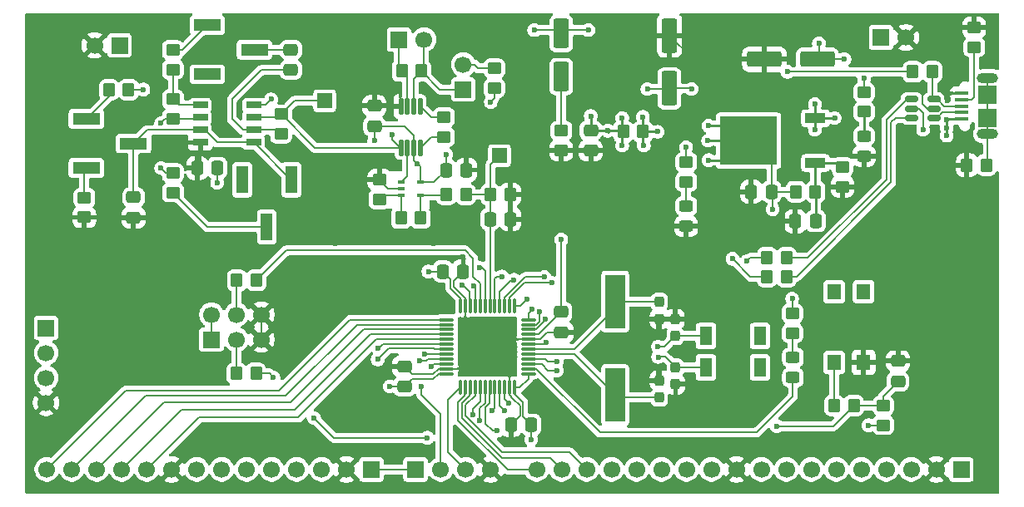
<source format=gbr>
%TF.GenerationSoftware,KiCad,Pcbnew,9.0.6*%
%TF.CreationDate,2025-12-08T21:22:16+01:00*%
%TF.ProjectId,AUPWSW,41555057-5357-42e6-9b69-6361645f7063,rev?*%
%TF.SameCoordinates,Original*%
%TF.FileFunction,Copper,L1,Top*%
%TF.FilePolarity,Positive*%
%FSLAX46Y46*%
G04 Gerber Fmt 4.6, Leading zero omitted, Abs format (unit mm)*
G04 Created by KiCad (PCBNEW 9.0.6) date 2025-12-08 21:22:16*
%MOMM*%
%LPD*%
G01*
G04 APERTURE LIST*
G04 Aperture macros list*
%AMRoundRect*
0 Rectangle with rounded corners*
0 $1 Rounding radius*
0 $2 $3 $4 $5 $6 $7 $8 $9 X,Y pos of 4 corners*
0 Add a 4 corners polygon primitive as box body*
4,1,4,$2,$3,$4,$5,$6,$7,$8,$9,$2,$3,0*
0 Add four circle primitives for the rounded corners*
1,1,$1+$1,$2,$3*
1,1,$1+$1,$4,$5*
1,1,$1+$1,$6,$7*
1,1,$1+$1,$8,$9*
0 Add four rect primitives between the rounded corners*
20,1,$1+$1,$2,$3,$4,$5,0*
20,1,$1+$1,$4,$5,$6,$7,0*
20,1,$1+$1,$6,$7,$8,$9,0*
20,1,$1+$1,$8,$9,$2,$3,0*%
G04 Aperture macros list end*
%TA.AperFunction,SMDPad,CuDef*%
%ADD10RoundRect,0.250000X0.475000X-0.337500X0.475000X0.337500X-0.475000X0.337500X-0.475000X-0.337500X0*%
%TD*%
%TA.AperFunction,SMDPad,CuDef*%
%ADD11R,1.400000X1.600000*%
%TD*%
%TA.AperFunction,SMDPad,CuDef*%
%ADD12RoundRect,0.250000X-0.450000X0.350000X-0.450000X-0.350000X0.450000X-0.350000X0.450000X0.350000X0*%
%TD*%
%TA.AperFunction,SMDPad,CuDef*%
%ADD13RoundRect,0.250000X-0.475000X0.337500X-0.475000X-0.337500X0.475000X-0.337500X0.475000X0.337500X0*%
%TD*%
%TA.AperFunction,SMDPad,CuDef*%
%ADD14RoundRect,0.250000X0.450000X-0.350000X0.450000X0.350000X-0.450000X0.350000X-0.450000X-0.350000X0*%
%TD*%
%TA.AperFunction,SMDPad,CuDef*%
%ADD15R,2.100000X1.000000*%
%TD*%
%TA.AperFunction,SMDPad,CuDef*%
%ADD16R,5.850000X4.900000*%
%TD*%
%TA.AperFunction,SMDPad,CuDef*%
%ADD17RoundRect,0.250000X-0.350000X-0.450000X0.350000X-0.450000X0.350000X0.450000X-0.350000X0.450000X0*%
%TD*%
%TA.AperFunction,SMDPad,CuDef*%
%ADD18R,1.525000X0.650000*%
%TD*%
%TA.AperFunction,SMDPad,CuDef*%
%ADD19RoundRect,0.250000X-0.337500X-0.475000X0.337500X-0.475000X0.337500X0.475000X-0.337500X0.475000X0*%
%TD*%
%TA.AperFunction,SMDPad,CuDef*%
%ADD20R,1.300000X1.900000*%
%TD*%
%TA.AperFunction,ComponentPad*%
%ADD21R,1.700000X1.700000*%
%TD*%
%TA.AperFunction,ComponentPad*%
%ADD22C,1.700000*%
%TD*%
%TA.AperFunction,SMDPad,CuDef*%
%ADD23RoundRect,0.125000X-0.125000X0.687500X-0.125000X-0.687500X0.125000X-0.687500X0.125000X0.687500X0*%
%TD*%
%TA.AperFunction,SMDPad,CuDef*%
%ADD24R,1.350000X0.400000*%
%TD*%
%TA.AperFunction,HeatsinkPad*%
%ADD25O,2.150000X1.050000*%
%TD*%
%TA.AperFunction,SMDPad,CuDef*%
%ADD26R,1.900000X1.900000*%
%TD*%
%TA.AperFunction,SMDPad,CuDef*%
%ADD27RoundRect,0.237500X0.237500X-0.300000X0.237500X0.300000X-0.237500X0.300000X-0.237500X-0.300000X0*%
%TD*%
%TA.AperFunction,SMDPad,CuDef*%
%ADD28RoundRect,0.100000X-0.225000X-0.100000X0.225000X-0.100000X0.225000X0.100000X-0.225000X0.100000X0*%
%TD*%
%TA.AperFunction,SMDPad,CuDef*%
%ADD29RoundRect,0.250000X0.350000X0.450000X-0.350000X0.450000X-0.350000X-0.450000X0.350000X-0.450000X0*%
%TD*%
%TA.AperFunction,SMDPad,CuDef*%
%ADD30RoundRect,0.237500X-0.237500X0.300000X-0.237500X-0.300000X0.237500X-0.300000X0.237500X0.300000X0*%
%TD*%
%TA.AperFunction,SMDPad,CuDef*%
%ADD31RoundRect,0.250000X0.337500X0.475000X-0.337500X0.475000X-0.337500X-0.475000X0.337500X-0.475000X0*%
%TD*%
%TA.AperFunction,ComponentPad*%
%ADD32R,1.500000X1.500000*%
%TD*%
%TA.AperFunction,SMDPad,CuDef*%
%ADD33R,2.800000X1.200000*%
%TD*%
%TA.AperFunction,SMDPad,CuDef*%
%ADD34RoundRect,0.250000X0.450000X-0.325000X0.450000X0.325000X-0.450000X0.325000X-0.450000X-0.325000X0*%
%TD*%
%TA.AperFunction,SMDPad,CuDef*%
%ADD35RoundRect,0.250000X0.550000X-1.500000X0.550000X1.500000X-0.550000X1.500000X-0.550000X-1.500000X0*%
%TD*%
%TA.AperFunction,SMDPad,CuDef*%
%ADD36RoundRect,0.250000X-0.550000X1.250000X-0.550000X-1.250000X0.550000X-1.250000X0.550000X1.250000X0*%
%TD*%
%TA.AperFunction,SMDPad,CuDef*%
%ADD37RoundRect,0.075000X0.662500X0.075000X-0.662500X0.075000X-0.662500X-0.075000X0.662500X-0.075000X0*%
%TD*%
%TA.AperFunction,SMDPad,CuDef*%
%ADD38RoundRect,0.075000X0.075000X0.662500X-0.075000X0.662500X-0.075000X-0.662500X0.075000X-0.662500X0*%
%TD*%
%TA.AperFunction,SMDPad,CuDef*%
%ADD39R,2.000000X5.500000*%
%TD*%
%TA.AperFunction,SMDPad,CuDef*%
%ADD40R,1.200000X2.800000*%
%TD*%
%TA.AperFunction,SMDPad,CuDef*%
%ADD41RoundRect,0.150000X0.512500X0.150000X-0.512500X0.150000X-0.512500X-0.150000X0.512500X-0.150000X0*%
%TD*%
%TA.AperFunction,SMDPad,CuDef*%
%ADD42RoundRect,0.250000X1.500000X0.550000X-1.500000X0.550000X-1.500000X-0.550000X1.500000X-0.550000X0*%
%TD*%
%TA.AperFunction,ViaPad*%
%ADD43C,0.600000*%
%TD*%
%TA.AperFunction,Conductor*%
%ADD44C,0.200000*%
%TD*%
%TA.AperFunction,Conductor*%
%ADD45C,0.250000*%
%TD*%
G04 APERTURE END LIST*
D10*
%TO.P,C20,1*%
%TO.N,RESET*%
X189250000Y-88037500D03*
%TO.P,C20,2*%
%TO.N,GND*%
X189250000Y-85962500D03*
%TD*%
D11*
%TO.P,SW1,1,1*%
%TO.N,GND*%
X185750000Y-86100000D03*
%TO.P,SW1,2,2*%
%TO.N,Net-(R22-Pad2)*%
X182750000Y-86100000D03*
%TO.P,SW1,3*%
%TO.N,N/C*%
X185750000Y-78900000D03*
%TO.P,SW1,4*%
X182750000Y-78900000D03*
%TD*%
D12*
%TO.P,R21,1*%
%TO.N,RESET*%
X187750000Y-90500000D03*
%TO.P,R21,2*%
%TO.N,+3.3V*%
X187750000Y-92500000D03*
%TD*%
D13*
%TO.P,C9,1*%
%TO.N,+3.3VA*%
X158000000Y-62462500D03*
%TO.P,C9,2*%
%TO.N,GND*%
X158000000Y-64537500D03*
%TD*%
D14*
%TO.P,R27,1*%
%TO.N,GND*%
X183600000Y-68200000D03*
%TO.P,R27,2*%
%TO.N,Net-(U5-GND)*%
X183600000Y-66200000D03*
%TD*%
D12*
%TO.P,R20,1*%
%TO.N,Net-(C8-Pad2)*%
X155000000Y-62500000D03*
%TO.P,R20,2*%
%TO.N,GND*%
X155000000Y-64500000D03*
%TD*%
D15*
%TO.P,U5,1,VI*%
%TO.N,VBUS*%
X180850000Y-61220000D03*
%TO.P,U5,2,GND*%
%TO.N,Net-(U5-GND)*%
X180850000Y-65780000D03*
D16*
%TO.P,U5,3,VO*%
%TO.N,+3.3V*%
X174050000Y-63500000D03*
%TD*%
D17*
%TO.P,Rmeas1,1*%
%TO.N,IN+*%
X138775000Y-56412500D03*
%TO.P,Rmeas1,2*%
%TO.N,IN-*%
X140775000Y-56412500D03*
%TD*%
D18*
%TO.P,U4,1*%
%TO.N,Net-(R12-Pad2)*%
X118288000Y-59892500D03*
%TO.P,U4,2,-*%
%TO.N,Net-(U4A--)*%
X118288000Y-61162500D03*
%TO.P,U4,3,+*%
%TO.N,Net-(U4A-+)*%
X118288000Y-62432500D03*
%TO.P,U4,4,V-*%
%TO.N,GND*%
X118288000Y-63702500D03*
%TO.P,U4,5,+*%
%TO.N,Net-(U4A-+)*%
X123712000Y-63702500D03*
%TO.P,U4,6,-*%
%TO.N,Net-(U4B--)*%
X123712000Y-62432500D03*
%TO.P,U4,7*%
%TO.N,Vref*%
X123712000Y-61162500D03*
%TO.P,U4,8,V+*%
%TO.N,+3.3VA*%
X123712000Y-59892500D03*
%TD*%
D12*
%TO.P,R3,1*%
%TO.N,GND*%
X136500000Y-67500000D03*
%TO.P,R3,2*%
%TO.N,Net-(U2--)*%
X136500000Y-69500000D03*
%TD*%
D14*
%TO.P,R25,1*%
%TO.N,Net-(J7-ID)*%
X197000000Y-54000000D03*
%TO.P,R25,2*%
%TO.N,GND*%
X197000000Y-52000000D03*
%TD*%
D19*
%TO.P,C10,1*%
%TO.N,+3.3VA*%
X143292500Y-66500000D03*
%TO.P,C10,2*%
%TO.N,GND*%
X145367500Y-66500000D03*
%TD*%
D13*
%TO.P,C7,1*%
%TO.N,Net-(C7-Pad1)*%
X127500000Y-54235000D03*
%TO.P,C7,2*%
%TO.N,Net-(U4B--)*%
X127500000Y-56310000D03*
%TD*%
D20*
%TO.P,Y2,1,1*%
%TO.N,Net-(U3-PC14)*%
X169716000Y-86614000D03*
%TO.P,Y2,2,2*%
%TO.N,Net-(U3-PC15)*%
X169716000Y-83414000D03*
%TO.P,Y2,3*%
%TO.N,N/C*%
X175216000Y-83414000D03*
%TO.P,Y2,4*%
X175216000Y-86614000D03*
%TD*%
D14*
%TO.P,R16,1*%
%TO.N,Net-(D2-A)*%
X185800000Y-60562500D03*
%TO.P,R16,2*%
%TO.N,VBUS*%
X185800000Y-58562500D03*
%TD*%
D12*
%TO.P,R10,1*%
%TO.N,Net-(R10-Pad1)*%
X106500000Y-69322500D03*
%TO.P,R10,2*%
%TO.N,GND*%
X106500000Y-71322500D03*
%TD*%
D21*
%TO.P,J9,1,Pin_1*%
%TO.N,+3.3V*%
X102600000Y-82590000D03*
D22*
%TO.P,J9,2,Pin_2*%
%TO.N,UART_TX*%
X102600000Y-85130000D03*
%TO.P,J9,3,Pin_3*%
%TO.N,UART_RX*%
X102600000Y-87670000D03*
%TO.P,J9,4,Pin_4*%
%TO.N,GND*%
X102600000Y-90210000D03*
%TD*%
D23*
%TO.P,U1,1,Rg*%
%TO.N,Net-(R1-Pad1)*%
X140650000Y-60000000D03*
%TO.P,U1,2,-*%
%TO.N,IN-*%
X140000000Y-60000000D03*
%TO.P,U1,3,+*%
%TO.N,IN+*%
X139350000Y-60000000D03*
%TO.P,U1,4,V-*%
%TO.N,GND*%
X138700000Y-60000000D03*
%TO.P,U1,5,Ref*%
%TO.N,Vref*%
X138700000Y-64225000D03*
%TO.P,U1,6*%
%TO.N,Net-(U2-+)*%
X139350000Y-64225000D03*
%TO.P,U1,7,V+*%
%TO.N,+3.3VA*%
X140000000Y-64225000D03*
%TO.P,U1,8,Rg*%
%TO.N,Net-(R1-Pad2)*%
X140650000Y-64225000D03*
%TD*%
D10*
%TO.P,C11,1*%
%TO.N,+3.3VA*%
X136000000Y-62037500D03*
%TO.P,C11,2*%
%TO.N,GND*%
X136000000Y-59962500D03*
%TD*%
D24*
%TO.P,J7,1,VBUS*%
%TO.N,VBUS*%
X195700000Y-61300000D03*
%TO.P,J7,2,D-*%
%TO.N,Net-(J7-D-)*%
X195700000Y-60650000D03*
%TO.P,J7,3,D+*%
%TO.N,Net-(J7-D+)*%
X195700000Y-60000000D03*
%TO.P,J7,4,ID*%
%TO.N,Net-(J7-ID)*%
X195700000Y-59350000D03*
%TO.P,J7,5,GND*%
%TO.N,GND*%
X195700000Y-58700000D03*
D25*
%TO.P,J7,6,Shield*%
%TO.N,Net-(J7-Shield)*%
X198375000Y-62825000D03*
D26*
X198375000Y-61200000D03*
X198375000Y-58800000D03*
D25*
X198375000Y-57175000D03*
%TD*%
D17*
%TO.P,R7,1*%
%TO.N,Net-(U3-PA11)*%
X175927000Y-75438000D03*
%TO.P,R7,2*%
%TO.N,USB_D-*%
X177927000Y-75438000D03*
%TD*%
D21*
%TO.P,J6,1,Pin_1*%
%TO.N,+3.3V*%
X140190000Y-97000000D03*
D22*
%TO.P,J6,2,Pin_2*%
%TO.N,SWDIO*%
X142730000Y-97000000D03*
%TO.P,J6,3,Pin_3*%
%TO.N,SWCLK*%
X145270000Y-97000000D03*
%TO.P,J6,4,Pin_4*%
%TO.N,GND*%
X147810000Y-97000000D03*
%TD*%
D17*
%TO.P,R5,1*%
%TO.N,Net-(R4-Pad2)*%
X143300000Y-69000000D03*
%TO.P,R5,2*%
%TO.N,INadc*%
X145300000Y-69000000D03*
%TD*%
D27*
%TO.P,C5,1*%
%TO.N,Net-(U3-PC15)*%
X166573200Y-83410200D03*
%TO.P,C5,2*%
%TO.N,GND*%
X166573200Y-81685200D03*
%TD*%
D28*
%TO.P,U2,1,+*%
%TO.N,Net-(U2-+)*%
X138750000Y-67750000D03*
%TO.P,U2,2,V-*%
%TO.N,GND*%
X138750000Y-68400000D03*
%TO.P,U2,3,-*%
%TO.N,Net-(U2--)*%
X138750000Y-69050000D03*
%TO.P,U2,4*%
%TO.N,Net-(R4-Pad2)*%
X140650000Y-69050000D03*
%TO.P,U2,5,V+*%
%TO.N,+3.3VA*%
X140650000Y-67750000D03*
%TD*%
D29*
%TO.P,R26,1*%
%TO.N,Net-(U5-GND)*%
X180850000Y-68720000D03*
%TO.P,R26,2*%
%TO.N,+3.3V*%
X178850000Y-68720000D03*
%TD*%
D14*
%TO.P,R12,1*%
%TO.N,Net-(U4A--)*%
X115500000Y-61297500D03*
%TO.P,R12,2*%
%TO.N,Net-(R12-Pad2)*%
X115500000Y-59297500D03*
%TD*%
D30*
%TO.P,C3,1*%
%TO.N,Net-(U3-PD1)*%
X164973000Y-79937500D03*
%TO.P,C3,2*%
%TO.N,GND*%
X164973000Y-81662500D03*
%TD*%
D31*
%TO.P,C15,1*%
%TO.N,+3.3V*%
X151968300Y-92456000D03*
%TO.P,C15,2*%
%TO.N,GND*%
X149893300Y-92456000D03*
%TD*%
D32*
%TO.P,TP1,1,1*%
%TO.N,INadc*%
X148717000Y-65024000D03*
%TD*%
D33*
%TO.P,RV3,1,1*%
%TO.N,Net-(R9-Pad1)*%
X106700000Y-61297500D03*
%TO.P,RV3,2,2*%
%TO.N,Net-(U4A-+)*%
X111500000Y-63797500D03*
%TO.P,RV3,3,3*%
%TO.N,Net-(R10-Pad1)*%
X106700000Y-66297500D03*
%TD*%
D21*
%TO.P,J3,1,Pin_1*%
%TO.N,VBUS*%
X187525000Y-53000000D03*
D22*
%TO.P,J3,2,Pin_2*%
%TO.N,GND*%
X190065000Y-53000000D03*
%TD*%
D33*
%TO.P,RV1,1,1*%
%TO.N,Net-(R13-Pad2)*%
X119000000Y-51747500D03*
%TO.P,RV1,2,2*%
%TO.N,Net-(C7-Pad1)*%
X123800000Y-54247500D03*
%TO.P,RV1,3,3*%
%TO.N,unconnected-(RV1-Pad3)*%
X119000000Y-56747500D03*
%TD*%
D14*
%TO.P,R15,1*%
%TO.N,Net-(D1-A)*%
X167700000Y-67700000D03*
%TO.P,R15,2*%
%TO.N,+3.3V*%
X167700000Y-65700000D03*
%TD*%
D27*
%TO.P,C2,1*%
%TO.N,Net-(U3-PD0)*%
X164973000Y-89662500D03*
%TO.P,C2,2*%
%TO.N,GND*%
X164973000Y-87937500D03*
%TD*%
D10*
%TO.P,C14,1*%
%TO.N,+3.3V*%
X139052250Y-88582550D03*
%TO.P,C14,2*%
%TO.N,GND*%
X139052250Y-86507550D03*
%TD*%
D32*
%TO.P,TP2,1,1*%
%TO.N,Vref*%
X130937000Y-59436000D03*
%TD*%
D12*
%TO.P,R1,1*%
%TO.N,Net-(R1-Pad1)*%
X143075000Y-61112500D03*
%TO.P,R1,2*%
%TO.N,Net-(R1-Pad2)*%
X143075000Y-63112500D03*
%TD*%
D14*
%TO.P,R11,1*%
%TO.N,Net-(R11-Pad1)*%
X115500000Y-68797500D03*
%TO.P,R11,2*%
%TO.N,Net-(U4A--)*%
X115500000Y-66797500D03*
%TD*%
D34*
%TO.P,D2,1,K*%
%TO.N,GND*%
X185800000Y-65087500D03*
%TO.P,D2,2,A*%
%TO.N,Net-(D2-A)*%
X185800000Y-63037500D03*
%TD*%
D17*
%TO.P,R8,1*%
%TO.N,Net-(U3-PA12)*%
X175911000Y-77343000D03*
%TO.P,R8,2*%
%TO.N,USB_D+*%
X177911000Y-77343000D03*
%TD*%
D35*
%TO.P,C18,1*%
%TO.N,+3.3V*%
X166000000Y-58200000D03*
%TO.P,C18,2*%
%TO.N,GND*%
X166000000Y-52800000D03*
%TD*%
D13*
%TO.P,C6,1*%
%TO.N,Net-(U4A-+)*%
X111500000Y-69285000D03*
%TO.P,C6,2*%
%TO.N,GND*%
X111500000Y-71360000D03*
%TD*%
D29*
%TO.P,FB1,1*%
%TO.N,+3.3V*%
X163300000Y-62600000D03*
%TO.P,FB1,2*%
%TO.N,+3.3VA*%
X161300000Y-62600000D03*
%TD*%
D14*
%TO.P,R2,1*%
%TO.N,Vref*%
X148209000Y-58150000D03*
%TO.P,R2,2*%
%TO.N,Net-(J2-Pin_2)*%
X148209000Y-56150000D03*
%TD*%
D36*
%TO.P,C8,1*%
%TO.N,+3.3VA*%
X155000000Y-52580000D03*
%TO.P,C8,2*%
%TO.N,Net-(C8-Pad2)*%
X155000000Y-56980000D03*
%TD*%
D30*
%TO.P,C4,1*%
%TO.N,Net-(U3-PC14)*%
X166624000Y-86610600D03*
%TO.P,C4,2*%
%TO.N,GND*%
X166624000Y-88335600D03*
%TD*%
D21*
%TO.P,J8,1,Pin_1*%
%TO.N,+3.3VA*%
X110075000Y-53800000D03*
D22*
%TO.P,J8,2,Pin_2*%
%TO.N,GND*%
X107535000Y-53800000D03*
%TD*%
D14*
%TO.P,R14,1*%
%TO.N,Net-(U4B--)*%
X126500000Y-62822500D03*
%TO.P,R14,2*%
%TO.N,Vref*%
X126500000Y-60822500D03*
%TD*%
D37*
%TO.P,U3,1,VBAT*%
%TO.N,+3.3V*%
X151662500Y-87250000D03*
%TO.P,U3,2,PC13*%
%TO.N,PC13*%
X151662500Y-86750000D03*
%TO.P,U3,3,PC14*%
%TO.N,Net-(U3-PC14)*%
X151662500Y-86250000D03*
%TO.P,U3,4,PC15*%
%TO.N,Net-(U3-PC15)*%
X151662500Y-85750000D03*
%TO.P,U3,5,PD0*%
%TO.N,Net-(U3-PD0)*%
X151662500Y-85250000D03*
%TO.P,U3,6,PD1*%
%TO.N,Net-(U3-PD1)*%
X151662500Y-84750000D03*
%TO.P,U3,7,NRST*%
%TO.N,RESET*%
X151662500Y-84250000D03*
%TO.P,U3,8,VSSA*%
%TO.N,GND*%
X151662500Y-83750000D03*
%TO.P,U3,9,VDDA*%
%TO.N,+3.3VA*%
X151662500Y-83250000D03*
%TO.P,U3,10,PA0*%
%TO.N,PA0*%
X151662500Y-82750000D03*
%TO.P,U3,11,PA1*%
%TO.N,PA1*%
X151662500Y-82250000D03*
%TO.P,U3,12,PA2*%
%TO.N,PA2*%
X151662500Y-81750000D03*
D38*
%TO.P,U3,13,PA3*%
%TO.N,PA3*%
X150250000Y-80337500D03*
%TO.P,U3,14,PA4*%
%TO.N,PA4*%
X149750000Y-80337500D03*
%TO.P,U3,15,PA5*%
%TO.N,PA5*%
X149250000Y-80337500D03*
%TO.P,U3,16,PA6*%
%TO.N,PA6*%
X148750000Y-80337500D03*
%TO.P,U3,17,PA7*%
%TO.N,PA7*%
X148250000Y-80337500D03*
%TO.P,U3,18,PB0*%
%TO.N,INadc*%
X147750000Y-80337500D03*
%TO.P,U3,19,PB1*%
%TO.N,PB1*%
X147250000Y-80337500D03*
%TO.P,U3,20,PB2*%
%TO.N,BOOT1*%
X146750000Y-80337500D03*
%TO.P,U3,21,PB10*%
%TO.N,PB10*%
X146250000Y-80337500D03*
%TO.P,U3,22,PB11*%
%TO.N,PB11*%
X145750000Y-80337500D03*
%TO.P,U3,23,VSS*%
%TO.N,GND*%
X145250000Y-80337500D03*
%TO.P,U3,24,VDD*%
%TO.N,+3.3V*%
X144750000Y-80337500D03*
D37*
%TO.P,U3,25,PB12*%
%TO.N,PB12*%
X143337500Y-81750000D03*
%TO.P,U3,26,PB13*%
%TO.N,PB13*%
X143337500Y-82250000D03*
%TO.P,U3,27,PB14*%
%TO.N,PB14*%
X143337500Y-82750000D03*
%TO.P,U3,28,PB15*%
%TO.N,PB15*%
X143337500Y-83250000D03*
%TO.P,U3,29,PA8*%
%TO.N,PA8*%
X143337500Y-83750000D03*
%TO.P,U3,30,PA9*%
%TO.N,UART_TX*%
X143337500Y-84250000D03*
%TO.P,U3,31,PA10*%
%TO.N,UART_RX*%
X143337500Y-84750000D03*
%TO.P,U3,32,PA11*%
%TO.N,Net-(U3-PA11)*%
X143337500Y-85250000D03*
%TO.P,U3,33,PA12*%
%TO.N,Net-(U3-PA12)*%
X143337500Y-85750000D03*
%TO.P,U3,34,PA13*%
%TO.N,SWDIO*%
X143337500Y-86250000D03*
%TO.P,U3,35,VSS*%
%TO.N,GND*%
X143337500Y-86750000D03*
%TO.P,U3,36,VDD*%
%TO.N,+3.3V*%
X143337500Y-87250000D03*
D38*
%TO.P,U3,37,PA14*%
%TO.N,SWCLK*%
X144750000Y-88662500D03*
%TO.P,U3,38,PA15*%
%TO.N,PA15*%
X145250000Y-88662500D03*
%TO.P,U3,39,PB3*%
%TO.N,PB3*%
X145750000Y-88662500D03*
%TO.P,U3,40,PB4*%
%TO.N,PB4*%
X146250000Y-88662500D03*
%TO.P,U3,41,PB5*%
%TO.N,PB5*%
X146750000Y-88662500D03*
%TO.P,U3,42,PB6*%
%TO.N,PB6*%
X147250000Y-88662500D03*
%TO.P,U3,43,PB7*%
%TO.N,PB7*%
X147750000Y-88662500D03*
%TO.P,U3,44,BOOT0*%
%TO.N,BOOT0*%
X148250000Y-88662500D03*
%TO.P,U3,45,PB8*%
%TO.N,PB8*%
X148750000Y-88662500D03*
%TO.P,U3,46,PB9*%
%TO.N,PB9*%
X149250000Y-88662500D03*
%TO.P,U3,47,VSS*%
%TO.N,GND*%
X149750000Y-88662500D03*
%TO.P,U3,48,VDD*%
%TO.N,+3.3V*%
X150250000Y-88662500D03*
%TD*%
D19*
%TO.P,C16,1*%
%TO.N,+3.3V*%
X142959000Y-76835000D03*
%TO.P,C16,2*%
%TO.N,GND*%
X145034000Y-76835000D03*
%TD*%
D14*
%TO.P,R17,1*%
%TO.N,Net-(D3-A)*%
X178522000Y-83114000D03*
%TO.P,R17,2*%
%TO.N,+3.3V*%
X178522000Y-81114000D03*
%TD*%
D21*
%TO.P,J1,1,Pin_1*%
%TO.N,IN+*%
X138500000Y-53212500D03*
D22*
%TO.P,J1,2,Pin_2*%
%TO.N,IN-*%
X141040000Y-53212500D03*
%TD*%
D39*
%TO.P,Y1,1,1*%
%TO.N,Net-(U3-PD0)*%
X160487000Y-89400000D03*
%TO.P,Y1,2,2*%
%TO.N,Net-(U3-PD1)*%
X160487000Y-79900000D03*
%TD*%
D40*
%TO.P,RV2,1,1*%
%TO.N,Net-(U4A-+)*%
X127550000Y-67497500D03*
%TO.P,RV2,2,2*%
%TO.N,Net-(R11-Pad1)*%
X125050000Y-72297500D03*
%TO.P,RV2,3,3*%
%TO.N,unconnected-(RV2-Pad3)*%
X122550000Y-67497500D03*
%TD*%
D14*
%TO.P,R13,1*%
%TO.N,Net-(R12-Pad2)*%
X115500000Y-56272500D03*
%TO.P,R13,2*%
%TO.N,Net-(R13-Pad2)*%
X115500000Y-54272500D03*
%TD*%
D41*
%TO.P,U6,1,I/O1*%
%TO.N,Net-(J7-D-)*%
X192887500Y-61200000D03*
%TO.P,U6,2,GND*%
%TO.N,GND*%
X192887500Y-60250000D03*
%TO.P,U6,3,I/O2*%
%TO.N,Net-(J7-D+)*%
X192887500Y-59300000D03*
%TO.P,U6,4,I/O2*%
%TO.N,USB_D-*%
X190612500Y-59300000D03*
%TO.P,U6,5,VBUS*%
%TO.N,VBUS*%
X190612500Y-60250000D03*
%TO.P,U6,6,I/O1*%
%TO.N,USB_D+*%
X190612500Y-61200000D03*
%TD*%
D21*
%TO.P,J10,1,Pin_1*%
%TO.N,+3.3V*%
X195680000Y-97000000D03*
D22*
%TO.P,J10,2,Pin_2*%
%TO.N,GND*%
X193140000Y-97000000D03*
%TO.P,J10,3,Pin_3*%
%TO.N,PA5*%
X190600000Y-97000000D03*
%TO.P,J10,4,Pin_4*%
%TO.N,PA4*%
X188060000Y-97000000D03*
%TO.P,J10,5,Pin_5*%
%TO.N,PA3*%
X185520000Y-97000000D03*
%TO.P,J10,6,Pin_6*%
%TO.N,PA2*%
X182980000Y-97000000D03*
%TO.P,J10,7,Pin_7*%
%TO.N,PA1*%
X180440000Y-97000000D03*
%TO.P,J10,8,Pin_8*%
%TO.N,PA0*%
X177900000Y-97000000D03*
%TO.P,J10,9,Pin_9*%
%TO.N,+3.3V*%
X175360000Y-97000000D03*
%TO.P,J10,10,Pin_10*%
%TO.N,GND*%
X172820000Y-97000000D03*
%TO.P,J10,11,Pin_11*%
%TO.N,PB9*%
X170280000Y-97000000D03*
%TO.P,J10,12,Pin_12*%
%TO.N,PB8*%
X167740000Y-97000000D03*
%TO.P,J10,13,Pin_13*%
%TO.N,PB7*%
X165200000Y-97000000D03*
%TO.P,J10,14,Pin_14*%
%TO.N,PB6*%
X162660000Y-97000000D03*
%TO.P,J10,15,Pin_15*%
%TO.N,PB5*%
X160120000Y-97000000D03*
%TO.P,J10,16,Pin_16*%
%TO.N,PB4*%
X157580000Y-97000000D03*
%TO.P,J10,17,Pin_17*%
%TO.N,PB3*%
X155040000Y-97000000D03*
%TO.P,J10,18,Pin_18*%
%TO.N,PA15*%
X152500000Y-97000000D03*
%TD*%
D21*
%TO.P,J4,1,Pin_1*%
%TO.N,+3.3V*%
X135700000Y-97000000D03*
D22*
%TO.P,J4,2,Pin_2*%
%TO.N,GND*%
X133160000Y-97000000D03*
%TO.P,J4,3,Pin_3*%
%TO.N,PA6*%
X130620000Y-97000000D03*
%TO.P,J4,4,Pin_4*%
%TO.N,PA7*%
X128080000Y-97000000D03*
%TO.P,J4,5,Pin_5*%
%TO.N,PB1*%
X125540000Y-97000000D03*
%TO.P,J4,6,Pin_6*%
%TO.N,PB10*%
X123000000Y-97000000D03*
%TO.P,J4,7,Pin_7*%
%TO.N,PB11*%
X120460000Y-97000000D03*
%TO.P,J4,8,Pin_8*%
%TO.N,+3.3V*%
X117920000Y-97000000D03*
%TO.P,J4,9,Pin_9*%
%TO.N,GND*%
X115380000Y-97000000D03*
%TO.P,J4,10,Pin_10*%
%TO.N,PA8*%
X112840000Y-97000000D03*
%TO.P,J4,11,Pin_11*%
%TO.N,PB15*%
X110300000Y-97000000D03*
%TO.P,J4,12,Pin_12*%
%TO.N,PB14*%
X107760000Y-97000000D03*
%TO.P,J4,13,Pin_13*%
%TO.N,PB13*%
X105220000Y-97000000D03*
%TO.P,J4,14,Pin_14*%
%TO.N,PB12*%
X102680000Y-97000000D03*
%TD*%
D34*
%TO.P,D3,1,K*%
%TO.N,PC13*%
X178562000Y-87639000D03*
%TO.P,D3,2,A*%
%TO.N,Net-(D3-A)*%
X178562000Y-85589000D03*
%TD*%
D31*
%TO.P,C21,1*%
%TO.N,Net-(U5-GND)*%
X180887500Y-71720000D03*
%TO.P,C21,2*%
%TO.N,GND*%
X178812500Y-71720000D03*
%TD*%
D29*
%TO.P,R24,1*%
%TO.N,Net-(J7-Shield)*%
X198250000Y-66000000D03*
%TO.P,R24,2*%
%TO.N,GND*%
X196250000Y-66000000D03*
%TD*%
D13*
%TO.P,C13,1*%
%TO.N,+3.3VA*%
X155000000Y-80962500D03*
%TO.P,C13,2*%
%TO.N,GND*%
X155000000Y-83037500D03*
%TD*%
D29*
%TO.P,R23,1*%
%TO.N,Net-(J7-D+)*%
X192750000Y-56500000D03*
%TO.P,R23,2*%
%TO.N,+3.3V*%
X190750000Y-56500000D03*
%TD*%
D17*
%TO.P,R4,1*%
%TO.N,Net-(U2--)*%
X138700000Y-71400000D03*
%TO.P,R4,2*%
%TO.N,Net-(R4-Pad2)*%
X140700000Y-71400000D03*
%TD*%
D19*
%TO.P,C1,1*%
%TO.N,INadc*%
X147762500Y-71500000D03*
%TO.P,C1,2*%
%TO.N,GND*%
X149837500Y-71500000D03*
%TD*%
D29*
%TO.P,R18,1*%
%TO.N,BOOT0*%
X123960000Y-87230000D03*
%TO.P,R18,2*%
%TO.N,Net-(J5-Pin_3)*%
X121960000Y-87230000D03*
%TD*%
D21*
%TO.P,J5,1,Pin_1*%
%TO.N,+3.3V*%
X119420000Y-83770000D03*
D22*
%TO.P,J5,2,Pin_2*%
X119420000Y-81230000D03*
%TO.P,J5,3,Pin_3*%
%TO.N,Net-(J5-Pin_3)*%
X121960000Y-83770000D03*
%TO.P,J5,4,Pin_4*%
%TO.N,Net-(J5-Pin_4)*%
X121960000Y-81230000D03*
%TO.P,J5,5,Pin_5*%
%TO.N,GND*%
X124500000Y-83770000D03*
%TO.P,J5,6,Pin_6*%
X124500000Y-81230000D03*
%TD*%
D42*
%TO.P,C17,1*%
%TO.N,VBUS*%
X181050000Y-55220000D03*
%TO.P,C17,2*%
%TO.N,GND*%
X175650000Y-55220000D03*
%TD*%
D29*
%TO.P,R22,1*%
%TO.N,RESET*%
X184750000Y-90500000D03*
%TO.P,R22,2*%
%TO.N,Net-(R22-Pad2)*%
X182750000Y-90500000D03*
%TD*%
D31*
%TO.P,C12,1*%
%TO.N,+3.3VA*%
X120037500Y-66297500D03*
%TO.P,C12,2*%
%TO.N,GND*%
X117962500Y-66297500D03*
%TD*%
%TO.P,C19,1*%
%TO.N,+3.3V*%
X176387500Y-68720000D03*
%TO.P,C19,2*%
%TO.N,GND*%
X174312500Y-68720000D03*
%TD*%
D17*
%TO.P,R9,1*%
%TO.N,Net-(R9-Pad1)*%
X109000000Y-58322500D03*
%TO.P,R9,2*%
%TO.N,+3.3VA*%
X111000000Y-58322500D03*
%TD*%
%TO.P,R6,1*%
%TO.N,INadc*%
X147800000Y-69000000D03*
%TO.P,R6,2*%
%TO.N,GND*%
X149800000Y-69000000D03*
%TD*%
D34*
%TO.P,D1,1,K*%
%TO.N,GND*%
X167700000Y-72225000D03*
%TO.P,D1,2,A*%
%TO.N,Net-(D1-A)*%
X167700000Y-70175000D03*
%TD*%
D29*
%TO.P,R19,1*%
%TO.N,BOOT1*%
X124000000Y-77730000D03*
%TO.P,R19,2*%
%TO.N,Net-(J5-Pin_4)*%
X122000000Y-77730000D03*
%TD*%
D21*
%TO.P,J2,1,Pin_1*%
%TO.N,IN-*%
X145034000Y-58293000D03*
D22*
%TO.P,J2,2,Pin_2*%
%TO.N,Net-(J2-Pin_2)*%
X145034000Y-55753000D03*
%TD*%
D43*
%TO.N,GND*%
X187800000Y-69800000D03*
X148209000Y-86868000D03*
X153162000Y-89027000D03*
X151500000Y-69000000D03*
X133000000Y-78400000D03*
X164723000Y-83000000D03*
X151200000Y-62000000D03*
X132000000Y-74000000D03*
X114600000Y-52000000D03*
X198500000Y-52000000D03*
X115443000Y-86360000D03*
X149930800Y-93956000D03*
X192800000Y-74800000D03*
X102200000Y-72600000D03*
X194750000Y-66000000D03*
X192800000Y-84800000D03*
X193800000Y-52000000D03*
X137782250Y-90208050D03*
X151500000Y-71500000D03*
X176022000Y-94234000D03*
X168148000Y-81788000D03*
X164723000Y-86500000D03*
X142000000Y-74000000D03*
X156000000Y-70000000D03*
X138000000Y-78400000D03*
X136500000Y-66000000D03*
X102200000Y-57600000D03*
X107200000Y-77600000D03*
X168148000Y-88392000D03*
X172900000Y-68700000D03*
X102200000Y-77600000D03*
X187800000Y-74800000D03*
X112400000Y-82800000D03*
X171450000Y-91694000D03*
X185800000Y-66562500D03*
X194250000Y-59400000D03*
X143002000Y-80518000D03*
X197800000Y-74800000D03*
X150000000Y-52000000D03*
X132000000Y-61800000D03*
X133477000Y-90551000D03*
X168750000Y-52750000D03*
X144996500Y-75335000D03*
X147447000Y-82931000D03*
X184400000Y-52000000D03*
X197800000Y-84800000D03*
X156500000Y-64500000D03*
X144200000Y-52000000D03*
X192800000Y-89800000D03*
X147000000Y-66500000D03*
X106500000Y-72797500D03*
X197800000Y-79800000D03*
X137552250Y-86545050D03*
X107200000Y-82800000D03*
X194250000Y-58750000D03*
X134200000Y-52000000D03*
X189250000Y-84500000D03*
X167700000Y-73700000D03*
X156464000Y-92964000D03*
X194250000Y-58000000D03*
X177400000Y-71700000D03*
X197800000Y-69800000D03*
X136000000Y-58500000D03*
X102200000Y-62600000D03*
X163250000Y-52750000D03*
X132000000Y-69000000D03*
X192800000Y-69800000D03*
X173200000Y-52000000D03*
X102200000Y-52600000D03*
X197800000Y-89800000D03*
X156270000Y-88470000D03*
X112400000Y-77600000D03*
X161000000Y-70000000D03*
X147000000Y-62000000D03*
X149733000Y-85344000D03*
X183600000Y-69550000D03*
X192800000Y-79800000D03*
X156500000Y-83000000D03*
X145923000Y-84201000D03*
X173220000Y-55220000D03*
X149987000Y-82423000D03*
X155000000Y-66000000D03*
X132000000Y-56800000D03*
X107315000Y-86487000D03*
X191700000Y-58200000D03*
X128800000Y-52000000D03*
X111500000Y-72797500D03*
X102200000Y-67600000D03*
X175768000Y-89662000D03*
X118000000Y-67797500D03*
%TO.N,VBUS*%
X180800000Y-59800000D03*
X194200000Y-63000000D03*
X183800000Y-55200000D03*
X191800000Y-62400000D03*
X182800000Y-61200000D03*
X185800000Y-57162500D03*
X194200000Y-62200000D03*
X194200000Y-61400000D03*
X180800000Y-62400000D03*
X181200000Y-53600000D03*
%TO.N,+3.3V*%
X176500000Y-70500000D03*
X170000000Y-65500000D03*
X137552250Y-88545050D03*
X163300000Y-61100000D03*
X178482000Y-79614000D03*
X167700000Y-64200000D03*
X163400000Y-64000000D03*
X141496500Y-76835000D03*
X178000000Y-56500000D03*
X164800000Y-62600000D03*
X169926000Y-63500000D03*
X163750000Y-58250000D03*
X168250000Y-58250000D03*
X186250000Y-92500000D03*
X151930800Y-93956000D03*
X170000000Y-62000000D03*
%TO.N,RESET*%
X176911000Y-92583000D03*
X153447750Y-84042250D03*
%TO.N,+3.3VA*%
X143292500Y-64897000D03*
X125500000Y-59297500D03*
X140374000Y-65874000D03*
X120000000Y-67797500D03*
X158000000Y-61000000D03*
X157750000Y-52250000D03*
X159750000Y-62500000D03*
X152250000Y-52250000D03*
X155000000Y-73600000D03*
X112500000Y-58297500D03*
X136000000Y-63500000D03*
X161200000Y-61200000D03*
X161200000Y-64000000D03*
%TO.N,UART_TX*%
X136398000Y-84700000D03*
%TO.N,UART_RX*%
X136334500Y-85788500D03*
%TO.N,Vref*%
X137795000Y-62865000D03*
X147828000Y-59563000D03*
%TO.N,SWDIO*%
X140766800Y-88544400D03*
X141757400Y-86537800D03*
%TO.N,BOOT0*%
X129857500Y-91757500D03*
X125730000Y-87630000D03*
X147929600Y-90982800D03*
X141376400Y-93776800D03*
%TO.N,Net-(U3-PC14)*%
X164850000Y-85550000D03*
X154559000Y-86918800D03*
%TO.N,Net-(U3-PC15)*%
X164846000Y-84480400D03*
X154559000Y-85998661D03*
%TO.N,Net-(U3-PA11)*%
X141097000Y-85249000D03*
X173904300Y-75758700D03*
%TO.N,Net-(U3-PA12)*%
X172415200Y-75539600D03*
X140563600Y-85902800D03*
%TO.N,Net-(U4A--)*%
X114300000Y-61722000D03*
X114300000Y-66294000D03*
%TO.N,PA5*%
X153289000Y-77399000D03*
%TO.N,PA0*%
X153416000Y-81661000D03*
%TO.N,PA6*%
X150197735Y-77680735D03*
%TO.N,PA2*%
X152019000Y-80645000D03*
%TO.N,PB10*%
X146075000Y-78334000D03*
%TO.N,PB11*%
X144907000Y-78232000D03*
%TO.N,PA4*%
X154051000Y-78000000D03*
%TO.N,PB8*%
X149212234Y-90984993D03*
%TO.N,PB6*%
X146710400Y-92049600D03*
%TO.N,PB7*%
X148437600Y-93065600D03*
%TO.N,PA7*%
X148971000Y-77343000D03*
%TO.N,PB9*%
X149656800Y-90271600D03*
%TO.N,PA1*%
X152781000Y-80899000D03*
%TO.N,PB1*%
X146650000Y-76454000D03*
%TO.N,PA3*%
X151511000Y-79629000D03*
%TO.N,PB5*%
X146050000Y-91440000D03*
%TD*%
D44*
%TO.N,GND*%
X145923000Y-84201000D02*
X145542000Y-84582000D01*
X195700000Y-58700000D02*
X194950000Y-58700000D01*
X155000000Y-83037500D02*
X156462500Y-83037500D01*
X149987000Y-83312000D02*
X149987000Y-82423000D01*
D45*
X195825000Y-58700000D02*
X194300000Y-58700000D01*
D44*
X149800000Y-71462500D02*
X149837500Y-71500000D01*
X167700000Y-72225000D02*
X167700000Y-73700000D01*
X164723000Y-81912500D02*
X164723000Y-83000000D01*
X150798000Y-90473000D02*
X150798000Y-91551300D01*
X149799000Y-89474000D02*
X149799000Y-89482824D01*
X111462500Y-71322500D02*
X111500000Y-71360000D01*
X136500000Y-66000000D02*
X136500000Y-67500000D01*
X164723000Y-86500000D02*
X164723000Y-87687500D01*
X141935200Y-87325200D02*
X139869900Y-87325200D01*
X150026000Y-89701000D02*
X150798000Y-90473000D01*
X150425000Y-83750000D02*
X149987000Y-83312000D01*
X143337500Y-86750000D02*
X142510400Y-86750000D01*
X168750000Y-52750000D02*
X166250000Y-52750000D01*
X150017176Y-89701000D02*
X150026000Y-89701000D01*
D45*
X194250000Y-58750000D02*
X194250000Y-58000000D01*
X194250000Y-59400000D02*
X194250000Y-58750000D01*
D44*
X166250000Y-52750000D02*
X166200000Y-52800000D01*
X151662500Y-83750000D02*
X150425000Y-83750000D01*
X137589750Y-86507550D02*
X137552250Y-86545050D01*
X173220000Y-55220000D02*
X168420000Y-55220000D01*
X149750000Y-87349988D02*
X149268012Y-86868000D01*
X117962500Y-67760000D02*
X118000000Y-67797500D01*
X145367500Y-66500000D02*
X147000000Y-66500000D01*
X172920000Y-68720000D02*
X172900000Y-68700000D01*
X166200000Y-52800000D02*
X166000000Y-52800000D01*
X145250000Y-82004000D02*
X146177000Y-82931000D01*
X156537500Y-64537500D02*
X156500000Y-64500000D01*
X149750000Y-88662500D02*
X149750000Y-87349988D01*
X189112500Y-86100000D02*
X189250000Y-85962500D01*
X165950000Y-52750000D02*
X166000000Y-52800000D01*
X138700000Y-60000000D02*
X136037500Y-60000000D01*
X151662500Y-83750000D02*
X152851000Y-83750000D01*
X189250000Y-85962500D02*
X189250000Y-84500000D01*
X174312500Y-68720000D02*
X172920000Y-68720000D01*
X144074500Y-77794500D02*
X145034000Y-76835000D01*
X145250000Y-79591000D02*
X145250000Y-79566176D01*
X118288000Y-65972000D02*
X117962500Y-66297500D01*
X144074500Y-78390676D02*
X144074500Y-77794500D01*
X149800000Y-69000000D02*
X151500000Y-69000000D01*
X139052250Y-86507550D02*
X137589750Y-86507550D01*
X191700000Y-59724999D02*
X192225001Y-60250000D01*
X152851000Y-83750000D02*
X153543000Y-83058000D01*
X149750000Y-88662500D02*
X149750000Y-89425000D01*
X164723000Y-87687500D02*
X164973000Y-87937500D01*
D45*
X183600000Y-68200000D02*
X183600000Y-69550000D01*
D44*
X145250000Y-79566176D02*
X144074500Y-78390676D01*
X173220000Y-55220000D02*
X175650000Y-55220000D01*
X111500000Y-71360000D02*
X111500000Y-72797500D01*
X196250000Y-66000000D02*
X194750000Y-66000000D01*
X197000000Y-52000000D02*
X198500000Y-52000000D01*
X192225001Y-60250000D02*
X192887500Y-60250000D01*
X185750000Y-86100000D02*
X189112500Y-86100000D01*
X142510400Y-86750000D02*
X141935200Y-87325200D01*
X149268012Y-86868000D02*
X148209000Y-86868000D01*
X149837500Y-71500000D02*
X151500000Y-71500000D01*
X163250000Y-52750000D02*
X165950000Y-52750000D01*
X118288000Y-63702500D02*
X118288000Y-65972000D01*
X145050400Y-86750000D02*
X143337500Y-86750000D01*
X145250000Y-80337500D02*
X145250000Y-82004000D01*
X139869900Y-87325200D02*
X139052250Y-86507550D01*
X177420000Y-71720000D02*
X177400000Y-71700000D01*
X178850000Y-71757500D02*
X178812500Y-71720000D01*
X149893300Y-93918500D02*
X149930800Y-93956000D01*
X145542000Y-86258400D02*
X145050400Y-86750000D01*
X145250000Y-80337500D02*
X145250000Y-79591000D01*
X117962500Y-66297500D02*
X117962500Y-67760000D01*
X158000000Y-64537500D02*
X156537500Y-64537500D01*
X138750000Y-68400000D02*
X137400000Y-68400000D01*
X155000000Y-64500000D02*
X155000000Y-66000000D01*
X185800000Y-65087500D02*
X185800000Y-66562500D01*
X156462500Y-83037500D02*
X156500000Y-83000000D01*
X150798000Y-91551300D02*
X149893300Y-92456000D01*
X146177000Y-82931000D02*
X147447000Y-82931000D01*
X136000000Y-59962500D02*
X136000000Y-58500000D01*
X153543000Y-83058000D02*
X154979500Y-83058000D01*
X154979500Y-83058000D02*
X155000000Y-83037500D01*
X168420000Y-55220000D02*
X166000000Y-52800000D01*
X149800000Y-69000000D02*
X149800000Y-71462500D01*
X106500000Y-71322500D02*
X111462500Y-71322500D01*
X194300000Y-58700000D02*
X194250000Y-58750000D01*
X124500000Y-83770000D02*
X124500000Y-81230000D01*
X145034000Y-75372500D02*
X144996500Y-75335000D01*
X145034000Y-76835000D02*
X145034000Y-75372500D01*
X149893300Y-92456000D02*
X149893300Y-93918500D01*
X149750000Y-89425000D02*
X149799000Y-89474000D01*
X106500000Y-71322500D02*
X106500000Y-72797500D01*
X149799000Y-89482824D02*
X150017176Y-89701000D01*
X136037500Y-60000000D02*
X136000000Y-59962500D01*
X191700000Y-58200000D02*
X191700000Y-59724999D01*
X145542000Y-84582000D02*
X145542000Y-86258400D01*
X164973000Y-81662500D02*
X164723000Y-81912500D01*
D45*
X178812500Y-71720000D02*
X177420000Y-71720000D01*
D44*
X137400000Y-68400000D02*
X136500000Y-67500000D01*
%TO.N,VBUS*%
X181000000Y-61370000D02*
X180850000Y-61220000D01*
X195825000Y-61300000D02*
X195800000Y-61300000D01*
X181200000Y-53600000D02*
X181200000Y-55070000D01*
X181050000Y-61020000D02*
X180850000Y-61220000D01*
X180850000Y-59850000D02*
X180800000Y-59800000D01*
X182780000Y-61220000D02*
X182800000Y-61200000D01*
X191800000Y-60673528D02*
X191376472Y-60250000D01*
D45*
X194200000Y-62200000D02*
X194200000Y-63000000D01*
X194200000Y-62000000D02*
X194200000Y-61400000D01*
D44*
X180800000Y-62400000D02*
X180850000Y-62350000D01*
X191376472Y-60250000D02*
X190612500Y-60250000D01*
D45*
X195700000Y-61300000D02*
X194300000Y-61300000D01*
D44*
X181200000Y-55070000D02*
X181050000Y-55220000D01*
X185800000Y-57162500D02*
X185800000Y-58562500D01*
X183780000Y-55220000D02*
X183800000Y-55200000D01*
D45*
X180850000Y-61220000D02*
X180850000Y-59850000D01*
X180850000Y-62350000D02*
X180850000Y-61220000D01*
X194300000Y-61300000D02*
X194200000Y-61400000D01*
X180850000Y-61220000D02*
X182780000Y-61220000D01*
D44*
X191800000Y-62400000D02*
X191800000Y-60673528D01*
X181050000Y-55220000D02*
X183780000Y-55220000D01*
%TO.N,+3.3V*%
X176387500Y-68720000D02*
X176387500Y-65837500D01*
X173330000Y-62780000D02*
X174050000Y-63500000D01*
X143746500Y-78595500D02*
X143746500Y-77622500D01*
X163750000Y-58250000D02*
X165950000Y-58250000D01*
X150250000Y-89290000D02*
X151126000Y-90166000D01*
X119420000Y-83770000D02*
X119420000Y-81230000D01*
X172050000Y-65500000D02*
X174050000Y-63500000D01*
X176500000Y-70500000D02*
X176500000Y-68832500D01*
X141986000Y-87782400D02*
X139852400Y-87782400D01*
X139852400Y-87782400D02*
X139052250Y-88582550D01*
X150250000Y-88662500D02*
X150757900Y-88662500D01*
X163400000Y-64000000D02*
X163300000Y-63900000D01*
X139052250Y-88582550D02*
X137589750Y-88582550D01*
X168200000Y-58200000D02*
X168250000Y-58250000D01*
X167700000Y-65700000D02*
X167700000Y-64200000D01*
D45*
X163300000Y-61100000D02*
X163300000Y-62600000D01*
D44*
X151126000Y-91613700D02*
X151968300Y-92456000D01*
X135700000Y-97000000D02*
X140190000Y-97000000D01*
X144750000Y-79599000D02*
X143746500Y-78595500D01*
X150757900Y-88662500D02*
X151662500Y-87757900D01*
X172550000Y-62000000D02*
X174050000Y-63500000D01*
X165950000Y-58250000D02*
X166000000Y-58200000D01*
X144750000Y-80337500D02*
X144750000Y-79599000D01*
X151968300Y-93918500D02*
X151930800Y-93956000D01*
X137589750Y-88582550D02*
X137552250Y-88545050D01*
X178522000Y-81114000D02*
X178522000Y-79654000D01*
X143337500Y-87250000D02*
X142518400Y-87250000D01*
X143746500Y-77622500D02*
X142959000Y-76835000D01*
X150250000Y-88662500D02*
X150250000Y-89290000D01*
D45*
X170000000Y-62000000D02*
X172550000Y-62000000D01*
D44*
X176387500Y-68720000D02*
X178850000Y-68720000D01*
X142959000Y-76835000D02*
X141496500Y-76835000D01*
X187750000Y-92500000D02*
X186250000Y-92500000D01*
X176500000Y-68832500D02*
X176387500Y-68720000D01*
X166000000Y-58200000D02*
X168200000Y-58200000D01*
X178000000Y-56500000D02*
X190750000Y-56500000D01*
X178522000Y-79654000D02*
X178482000Y-79614000D01*
X151968300Y-92456000D02*
X151968300Y-93918500D01*
X176387500Y-65837500D02*
X174050000Y-63500000D01*
X151126000Y-90166000D02*
X151126000Y-91613700D01*
D45*
X163300000Y-62600000D02*
X164800000Y-62600000D01*
D44*
X142518400Y-87250000D02*
X141986000Y-87782400D01*
D45*
X169926000Y-63500000D02*
X174050000Y-63500000D01*
X163300000Y-63900000D02*
X163300000Y-62600000D01*
D44*
X151662500Y-87757900D02*
X151662500Y-87250000D01*
D45*
X170000000Y-65500000D02*
X172050000Y-65500000D01*
D44*
%TO.N,RESET*%
X184750000Y-90500000D02*
X187750000Y-90500000D01*
X187750000Y-89537500D02*
X189250000Y-88037500D01*
X187750000Y-90500000D02*
X187750000Y-89537500D01*
X153240000Y-84250000D02*
X151662500Y-84250000D01*
X176911000Y-92583000D02*
X182667000Y-92583000D01*
X182667000Y-92583000D02*
X184750000Y-90500000D01*
X153447750Y-84042250D02*
X153240000Y-84250000D01*
%TO.N,INadc*%
X147800000Y-69000000D02*
X147800000Y-65941000D01*
X147750000Y-71512500D02*
X147762500Y-71500000D01*
X147800000Y-65941000D02*
X148717000Y-65024000D01*
X147750000Y-80337500D02*
X147750000Y-71512500D01*
X147800000Y-69000000D02*
X147800000Y-71462500D01*
X147800000Y-71462500D02*
X147762500Y-71500000D01*
X145300000Y-69000000D02*
X147800000Y-69000000D01*
D45*
%TO.N,+3.3VA*%
X161200000Y-61200000D02*
X161200000Y-62500000D01*
X161200000Y-64000000D02*
X161200000Y-62700000D01*
D44*
X140650000Y-67750000D02*
X142042500Y-67750000D01*
X140000000Y-65500000D02*
X140000000Y-64225000D01*
X152250000Y-52250000D02*
X154670000Y-52250000D01*
X159750000Y-62500000D02*
X159712500Y-62462500D01*
D45*
X158000000Y-62462500D02*
X158000000Y-61000000D01*
X159850000Y-62650000D02*
X159750000Y-62650000D01*
D44*
X124905000Y-59892500D02*
X125500000Y-59297500D01*
X155000000Y-80962500D02*
X155000000Y-73600000D01*
X123712000Y-59892500D02*
X124905000Y-59892500D01*
X120037500Y-66297500D02*
X120037500Y-67760000D01*
X155330000Y-52250000D02*
X155000000Y-52580000D01*
X140000000Y-64225000D02*
X140000000Y-63000000D01*
D45*
X159750000Y-62500000D02*
X161200000Y-62500000D01*
D44*
X139037500Y-62037500D02*
X136000000Y-62037500D01*
X120037500Y-67760000D02*
X120000000Y-67797500D01*
X140000000Y-63000000D02*
X139037500Y-62037500D01*
X157750000Y-52250000D02*
X155330000Y-52250000D01*
X140650000Y-66150000D02*
X140650000Y-67750000D01*
X111025000Y-58297500D02*
X111000000Y-58322500D01*
X142042500Y-67750000D02*
X143292500Y-66500000D01*
X152712500Y-83250000D02*
X155000000Y-80962500D01*
X112500000Y-58297500D02*
X111025000Y-58297500D01*
X151662500Y-83250000D02*
X152712500Y-83250000D01*
X140374000Y-65874000D02*
X140000000Y-65500000D01*
D45*
X159712500Y-62462500D02*
X158000000Y-62462500D01*
D44*
X140374000Y-65874000D02*
X140650000Y-66150000D01*
X161200000Y-62700000D02*
X161300000Y-62600000D01*
X143292500Y-64897000D02*
X143292500Y-66500000D01*
X161200000Y-62500000D02*
X161300000Y-62600000D01*
X136000000Y-62037500D02*
X136000000Y-63500000D01*
X154670000Y-52250000D02*
X155000000Y-52580000D01*
%TO.N,Net-(D1-A)*%
X167700000Y-67700000D02*
X167700000Y-70175000D01*
D45*
%TO.N,Net-(D2-A)*%
X185800000Y-60562500D02*
X185800000Y-63037500D01*
D44*
%TO.N,PC13*%
X178562000Y-89034000D02*
X178562000Y-87639000D01*
X174847000Y-93250000D02*
X178562000Y-89535000D01*
X158933824Y-93250000D02*
X174847000Y-93250000D01*
X152433824Y-86750000D02*
X158933824Y-93250000D01*
X151662500Y-86750000D02*
X152433824Y-86750000D01*
X178562000Y-89535000D02*
X178562000Y-89027000D01*
%TO.N,Net-(D3-A)*%
X178522000Y-85549000D02*
X178562000Y-85589000D01*
X178522000Y-83114000D02*
X178522000Y-85549000D01*
%TO.N,UART_TX*%
X136398000Y-84700000D02*
X136407000Y-84700000D01*
X136857000Y-84250000D02*
X143337500Y-84250000D01*
X136407000Y-84700000D02*
X136857000Y-84250000D01*
%TO.N,UART_RX*%
X137474000Y-84649000D02*
X141998943Y-84649000D01*
X136334500Y-85788500D02*
X137474000Y-84649000D01*
X142099943Y-84750000D02*
X143337500Y-84750000D01*
X141998943Y-84649000D02*
X142099943Y-84750000D01*
%TO.N,Vref*%
X148209000Y-59182000D02*
X148209000Y-58150000D01*
X138700000Y-64225000D02*
X129902500Y-64225000D01*
X123712000Y-61162500D02*
X126160000Y-61162500D01*
X137795000Y-63410000D02*
X138610000Y-64225000D01*
X138610000Y-64225000D02*
X138700000Y-64225000D01*
X130937000Y-59436000D02*
X127886500Y-59436000D01*
X137795000Y-62865000D02*
X137795000Y-63410000D01*
X129902500Y-64225000D02*
X126500000Y-60822500D01*
X123865000Y-61162500D02*
X124000000Y-61297500D01*
X126160000Y-61162500D02*
X126500000Y-60822500D01*
X123712000Y-61162500D02*
X123865000Y-61162500D01*
X127886500Y-59436000D02*
X126500000Y-60822500D01*
X147828000Y-59563000D02*
X148209000Y-59182000D01*
%TO.N,IN-*%
X140775000Y-56412500D02*
X140775000Y-56225000D01*
X142655500Y-58293000D02*
X140775000Y-56412500D01*
X140775000Y-56225000D02*
X141040000Y-55960000D01*
X141040000Y-55960000D02*
X141040000Y-53212500D01*
X145034000Y-58293000D02*
X143036500Y-58293000D01*
X143036500Y-58293000D02*
X142655500Y-58293000D01*
X140000000Y-60000000D02*
X140000000Y-57187500D01*
X140000000Y-57187500D02*
X140775000Y-56412500D01*
%TO.N,IN+*%
X138775000Y-56225000D02*
X138500000Y-55950000D01*
X139350000Y-56987500D02*
X138775000Y-56412500D01*
X139350000Y-60000000D02*
X139350000Y-56987500D01*
X138500000Y-55950000D02*
X138500000Y-53212500D01*
X138775000Y-56412500D02*
X138775000Y-56225000D01*
%TO.N,SWDIO*%
X143337500Y-86250000D02*
X142045200Y-86250000D01*
X140766800Y-89408000D02*
X142730000Y-91371200D01*
X140766800Y-88544400D02*
X140766800Y-89408000D01*
X142730000Y-91371200D02*
X142730000Y-97000000D01*
X142045200Y-86250000D02*
X141757400Y-86537800D01*
%TO.N,SWCLK*%
X144750000Y-88662500D02*
X143510000Y-89902500D01*
X143510000Y-95240000D02*
X145270000Y-97000000D01*
X143510000Y-89902500D02*
X143510000Y-95240000D01*
%TO.N,Net-(R1-Pad1)*%
X141762500Y-61112500D02*
X143075000Y-61112500D01*
X140650000Y-60000000D02*
X141762500Y-61112500D01*
%TO.N,Net-(R4-Pad2)*%
X140650000Y-69050000D02*
X143250000Y-69050000D01*
X140700000Y-71400000D02*
X140700000Y-69100000D01*
X140700000Y-69100000D02*
X140650000Y-69050000D01*
X143250000Y-69050000D02*
X143300000Y-69000000D01*
%TO.N,Net-(R11-Pad1)*%
X119000000Y-72297500D02*
X115500000Y-68797500D01*
X125050000Y-72297500D02*
X119000000Y-72297500D01*
%TO.N,USB_D-*%
X188087000Y-67437000D02*
X180086000Y-75438000D01*
X190200000Y-59300000D02*
X188087000Y-61413000D01*
X180086000Y-75438000D02*
X177927000Y-75438000D01*
X188087000Y-61413000D02*
X188087000Y-67437000D01*
X190612500Y-59300000D02*
X190200000Y-59300000D01*
%TO.N,USB_D+*%
X190612500Y-61200000D02*
X188990000Y-61200000D01*
X188528000Y-67758000D02*
X178943000Y-77343000D01*
X188528000Y-61662000D02*
X188528000Y-67758000D01*
X178943000Y-77343000D02*
X177911000Y-77343000D01*
X188990000Y-61200000D02*
X188528000Y-61662000D01*
%TO.N,BOOT0*%
X147980400Y-90982800D02*
X148250000Y-90713200D01*
X131876800Y-93776800D02*
X141376400Y-93776800D01*
X125330000Y-87230000D02*
X125730000Y-87630000D01*
X123960000Y-87230000D02*
X125330000Y-87230000D01*
X129857500Y-91757500D02*
X131876800Y-93776800D01*
X148250000Y-90713200D02*
X148250000Y-88662500D01*
X147929600Y-90982800D02*
X147980400Y-90982800D01*
X148250000Y-88662500D02*
X148201000Y-88662500D01*
%TO.N,BOOT1*%
X124000000Y-77730000D02*
X127054000Y-74676000D01*
X145228000Y-74676000D02*
X146050000Y-75498000D01*
X146050000Y-77343000D02*
X146750000Y-78043000D01*
X127054000Y-74676000D02*
X145228000Y-74676000D01*
X146750000Y-78043000D02*
X146750000Y-80337500D01*
X146050000Y-75498000D02*
X146050000Y-77343000D01*
%TO.N,Net-(U3-PD0)*%
X160487000Y-89400000D02*
X160587000Y-89400000D01*
X160849500Y-89662500D02*
X164973000Y-89662500D01*
X151662500Y-85250000D02*
X156337000Y-85250000D01*
X160487000Y-89400000D02*
X156337000Y-85250000D01*
X160587000Y-89400000D02*
X160849500Y-89662500D01*
%TO.N,Net-(U3-PD1)*%
X160924500Y-79937500D02*
X164973000Y-79937500D01*
X160487000Y-80600000D02*
X156337000Y-84750000D01*
X160487000Y-79900000D02*
X160487000Y-80600000D01*
X151662500Y-84750000D02*
X156337000Y-84750000D01*
X160487000Y-79900000D02*
X160887000Y-79900000D01*
X160887000Y-79900000D02*
X160924500Y-79937500D01*
%TO.N,Net-(U3-PC14)*%
X169716000Y-86614000D02*
X166627400Y-86614000D01*
X153000000Y-86250000D02*
X151662500Y-86250000D01*
X166624000Y-86563200D02*
X166624000Y-86610600D01*
X165608000Y-85547200D02*
X164852800Y-85547200D01*
X153668800Y-86918800D02*
X153000000Y-86250000D01*
X164852800Y-85547200D02*
X164850000Y-85550000D01*
X165608000Y-85547200D02*
X166624000Y-86563200D01*
X154559000Y-86918800D02*
X153668800Y-86918800D01*
X166620200Y-86508600D02*
X166624000Y-86508600D01*
%TO.N,Net-(U3-PC15)*%
X169716000Y-83414000D02*
X166577000Y-83414000D01*
X166573200Y-83413600D02*
X166573200Y-83410200D01*
X164846000Y-84480400D02*
X165506400Y-84480400D01*
X154559000Y-85998661D02*
X153648661Y-85998661D01*
X165506400Y-84480400D02*
X166573200Y-83413600D01*
X153648661Y-85998661D02*
X153400000Y-85750000D01*
X153400000Y-85750000D02*
X151662500Y-85750000D01*
%TO.N,Net-(U4A-+)*%
X112865000Y-62432500D02*
X118288000Y-62432500D01*
X127507000Y-67497500D02*
X123712000Y-63702500D01*
X118288000Y-62432500D02*
X118725500Y-62432500D01*
X111500000Y-63797500D02*
X112865000Y-62432500D01*
X119995500Y-63702500D02*
X123712000Y-63702500D01*
X118725500Y-62432500D02*
X119995500Y-63702500D01*
X111500000Y-69285000D02*
X111500000Y-63797500D01*
X127550000Y-67497500D02*
X127507000Y-67497500D01*
%TO.N,Net-(U4B--)*%
X124512500Y-56310000D02*
X127500000Y-56310000D01*
X123712000Y-62432500D02*
X122635000Y-62432500D01*
X122635000Y-62432500D02*
X121500000Y-61297500D01*
X121500000Y-61297500D02*
X121500000Y-59297500D01*
X124500000Y-56297500D02*
X124512500Y-56310000D01*
X126110000Y-62432500D02*
X126500000Y-62822500D01*
X123712000Y-62432500D02*
X126110000Y-62432500D01*
X121500000Y-59297500D02*
X124500000Y-56297500D01*
%TO.N,Net-(C7-Pad1)*%
X123800000Y-54247500D02*
X127487500Y-54247500D01*
X127487500Y-54247500D02*
X127500000Y-54235000D01*
%TO.N,Net-(C8-Pad2)*%
X155000000Y-62500000D02*
X155000000Y-56980000D01*
%TO.N,Net-(U5-GND)*%
X183180000Y-65780000D02*
X183600000Y-66200000D01*
D45*
X180850000Y-68720000D02*
X180850000Y-65780000D01*
X180887500Y-71720000D02*
X180887500Y-68757500D01*
D44*
X180850000Y-71757500D02*
X180887500Y-71720000D01*
X180887500Y-68757500D02*
X180850000Y-68720000D01*
D45*
X180850000Y-65780000D02*
X183180000Y-65780000D01*
D44*
%TO.N,Net-(J7-Shield)*%
X198500000Y-62950000D02*
X198375000Y-62825000D01*
X198375000Y-61200000D02*
X198375000Y-58800000D01*
X198375000Y-58800000D02*
X198375000Y-57175000D01*
X198375000Y-65625000D02*
X198375000Y-62825000D01*
X198250000Y-66000000D02*
X198250000Y-65750000D01*
X198250000Y-65750000D02*
X198125000Y-65625000D01*
X198375000Y-62825000D02*
X198375000Y-61200000D01*
%TO.N,Net-(J7-D+)*%
X192887500Y-59112500D02*
X192750000Y-58975000D01*
X193241968Y-59300000D02*
X192887500Y-59300000D01*
X195825000Y-60000000D02*
X193941968Y-60000000D01*
X193941968Y-60000000D02*
X193241968Y-59300000D01*
X192887500Y-59300000D02*
X192887500Y-59112500D01*
X192750000Y-58975000D02*
X192750000Y-56500000D01*
%TO.N,Net-(J7-ID)*%
X195825000Y-59350000D02*
X196700000Y-59350000D01*
X196700000Y-59350000D02*
X197000000Y-59050000D01*
X197000000Y-59050000D02*
X197000000Y-54000000D01*
%TO.N,Net-(J7-D-)*%
X193791968Y-60650000D02*
X193241968Y-61200000D01*
X195825000Y-60650000D02*
X193791968Y-60650000D01*
X193241968Y-61200000D02*
X192887500Y-61200000D01*
X195825000Y-60650000D02*
X195761500Y-60713500D01*
%TO.N,Net-(R1-Pad2)*%
X141762500Y-63112500D02*
X143075000Y-63112500D01*
X140650000Y-64225000D02*
X141762500Y-63112500D01*
%TO.N,Net-(U2--)*%
X138700000Y-71400000D02*
X138700000Y-69100000D01*
X136950000Y-69050000D02*
X136500000Y-69500000D01*
X138700000Y-69100000D02*
X138750000Y-69050000D01*
X138750000Y-69050000D02*
X136950000Y-69050000D01*
%TO.N,Net-(U3-PA11)*%
X174225000Y-75438000D02*
X175927000Y-75438000D01*
X141097000Y-85249000D02*
X141098000Y-85250000D01*
X173904300Y-75758700D02*
X174225000Y-75438000D01*
X141098000Y-85250000D02*
X143337500Y-85250000D01*
%TO.N,Net-(U3-PA12)*%
X140563600Y-85902800D02*
X141293143Y-85902800D01*
X141445943Y-85750000D02*
X143337500Y-85750000D01*
X174218600Y-77343000D02*
X175911000Y-77343000D01*
X141293143Y-85902800D02*
X141445943Y-85750000D01*
X172415200Y-75539600D02*
X174218600Y-77343000D01*
%TO.N,Net-(R9-Pad1)*%
X109000000Y-58997500D02*
X106700000Y-61297500D01*
X109000000Y-58322500D02*
X109000000Y-58997500D01*
%TO.N,Net-(R10-Pad1)*%
X106500000Y-69322500D02*
X106500000Y-66497500D01*
X106500000Y-66497500D02*
X106700000Y-66297500D01*
%TO.N,Net-(U4A--)*%
X118153000Y-61297500D02*
X118288000Y-61162500D01*
X115500000Y-61297500D02*
X118153000Y-61297500D01*
X114724500Y-61297500D02*
X114300000Y-61722000D01*
X115500000Y-61297500D02*
X114724500Y-61297500D01*
X115500000Y-66797500D02*
X114803500Y-66797500D01*
X114803500Y-66797500D02*
X114300000Y-66294000D01*
%TO.N,Net-(R12-Pad2)*%
X116095000Y-59892500D02*
X115500000Y-59297500D01*
X115500000Y-59297500D02*
X115500000Y-56272500D01*
X118288000Y-59892500D02*
X116095000Y-59892500D01*
%TO.N,Net-(R13-Pad2)*%
X115500000Y-54272500D02*
X115500000Y-54297500D01*
X116450000Y-54297500D02*
X119000000Y-51747500D01*
X115500000Y-54297500D02*
X116450000Y-54297500D01*
%TO.N,Net-(R22-Pad2)*%
X182750000Y-90500000D02*
X182750000Y-86100000D01*
%TO.N,Net-(U2-+)*%
X139350000Y-67150000D02*
X138750000Y-67750000D01*
X139350000Y-64225000D02*
X139350000Y-67150000D01*
%TO.N,Net-(J2-Pin_2)*%
X146177000Y-55753000D02*
X146558000Y-56134000D01*
X145034000Y-55753000D02*
X146177000Y-55753000D01*
X148193000Y-56134000D02*
X148209000Y-56150000D01*
X146558000Y-56134000D02*
X148193000Y-56134000D01*
%TO.N,Net-(J5-Pin_3)*%
X121960000Y-83770000D02*
X121960000Y-87230000D01*
%TO.N,Net-(J5-Pin_4)*%
X121960000Y-81230000D02*
X121960000Y-77730000D01*
%TO.N,PA5*%
X151328000Y-77399000D02*
X149250000Y-79477000D01*
X149250000Y-79477000D02*
X149250000Y-80337500D01*
X153289000Y-77399000D02*
X151328000Y-77399000D01*
%TO.N,PA8*%
X136214000Y-83750000D02*
X128270000Y-91694000D01*
X128270000Y-91694000D02*
X118146000Y-91694000D01*
X143337500Y-83750000D02*
X136214000Y-83750000D01*
X118146000Y-91694000D02*
X112840000Y-97000000D01*
%TO.N,PA0*%
X153416000Y-81661000D02*
X153416000Y-81767824D01*
X153416000Y-81767824D02*
X152433824Y-82750000D01*
X152433824Y-82750000D02*
X151662500Y-82750000D01*
%TO.N,PA6*%
X148717000Y-80304500D02*
X148750000Y-80337500D01*
X148717000Y-78867000D02*
X148717000Y-80304500D01*
X149903265Y-77680735D02*
X148717000Y-78867000D01*
X150197735Y-77680735D02*
X149903265Y-77680735D01*
%TO.N,PA2*%
X152019000Y-80772000D02*
X151662500Y-81128500D01*
X151662500Y-81128500D02*
X151662500Y-81750000D01*
X152019000Y-80645000D02*
X152019000Y-80772000D01*
%TO.N,PB10*%
X146075000Y-78334000D02*
X146250000Y-78509000D01*
X146250000Y-78509000D02*
X146250000Y-80337500D01*
X146299000Y-80288500D02*
X146250000Y-80337500D01*
%TO.N,PB11*%
X145701000Y-78899000D02*
X145701000Y-80288500D01*
X145701000Y-80288500D02*
X145750000Y-80337500D01*
X144907000Y-78232000D02*
X145034000Y-78232000D01*
X145034000Y-78232000D02*
X145701000Y-78899000D01*
%TO.N,PA4*%
X154051000Y-78000000D02*
X151235000Y-78000000D01*
X149750000Y-79485000D02*
X149750000Y-80337500D01*
X151235000Y-78000000D02*
X149750000Y-79485000D01*
%TO.N,PB8*%
X148750000Y-90522759D02*
X148750000Y-88662500D01*
X149212234Y-90984993D02*
X148750000Y-90522759D01*
%TO.N,PB14*%
X127508000Y-90170000D02*
X114590000Y-90170000D01*
X114590000Y-90170000D02*
X107760000Y-97000000D01*
X134928000Y-82750000D02*
X127508000Y-90170000D01*
X143337500Y-82750000D02*
X134928000Y-82750000D01*
%TO.N,PB3*%
X145701000Y-88711500D02*
X145701000Y-89482824D01*
X144907000Y-91770200D02*
X148985800Y-95849000D01*
X144907000Y-90276824D02*
X144907000Y-91770200D01*
X145701000Y-89482824D02*
X144907000Y-90276824D01*
X153889000Y-95849000D02*
X155040000Y-97000000D01*
X145750000Y-88662500D02*
X145701000Y-88711500D01*
X148985800Y-95849000D02*
X153889000Y-95849000D01*
%TO.N,PB6*%
X147250000Y-90240000D02*
X147250000Y-88662500D01*
X146710400Y-90779600D02*
X147250000Y-90240000D01*
X146710400Y-92049600D02*
X146710400Y-90779600D01*
X147201000Y-88711500D02*
X147250000Y-88662500D01*
%TO.N,PB7*%
X147320000Y-92329000D02*
X147320000Y-90633862D01*
X148437600Y-93065600D02*
X148056600Y-93065600D01*
X148056600Y-93065600D02*
X147320000Y-92329000D01*
X147726400Y-90227462D02*
X147726400Y-88686100D01*
X147320000Y-90633862D02*
X147726400Y-90227462D01*
X147726400Y-88686100D02*
X147750000Y-88662500D01*
%TO.N,PA7*%
X148971000Y-77343000D02*
X148463000Y-77343000D01*
X148250000Y-77556000D02*
X148250000Y-80337500D01*
X148463000Y-77343000D02*
X148250000Y-77556000D01*
%TO.N,PB9*%
X149250000Y-89864800D02*
X149250000Y-88662500D01*
X149656800Y-90271600D02*
X149250000Y-89864800D01*
%TO.N,PB12*%
X143337500Y-81750000D02*
X133500000Y-81750000D01*
X133500000Y-81750000D02*
X126250000Y-89000000D01*
X126250000Y-89000000D02*
X110680000Y-89000000D01*
X110680000Y-89000000D02*
X102680000Y-97000000D01*
%TO.N,PA1*%
X152781000Y-81915000D02*
X152446000Y-82250000D01*
X152446000Y-82250000D02*
X151662500Y-82250000D01*
X152781000Y-80899000D02*
X152781000Y-81915000D01*
%TO.N,PB1*%
X147250000Y-76765000D02*
X147250000Y-80337500D01*
X146939000Y-76454000D02*
X147250000Y-76765000D01*
X146650000Y-76454000D02*
X146939000Y-76454000D01*
%TO.N,PA15*%
X144526000Y-90157824D02*
X144526000Y-91998800D01*
X145250000Y-88662500D02*
X145201000Y-88711500D01*
X145201000Y-89482824D02*
X144526000Y-90157824D01*
X145201000Y-88711500D02*
X145201000Y-89482824D01*
X149527200Y-97000000D02*
X152500000Y-97000000D01*
X144526000Y-91998800D02*
X149527200Y-97000000D01*
%TO.N,PB4*%
X155830000Y-95250000D02*
X157580000Y-97000000D01*
X146250000Y-89462000D02*
X145288000Y-90424000D01*
X146250000Y-88662500D02*
X146250000Y-89462000D01*
X145288000Y-91541600D02*
X148996400Y-95250000D01*
X148996400Y-95250000D02*
X155830000Y-95250000D01*
X145288000Y-90424000D02*
X145288000Y-91541600D01*
%TO.N,PB13*%
X143337500Y-82250000D02*
X134250000Y-82250000D01*
X127000000Y-89500000D02*
X112720000Y-89500000D01*
X112720000Y-89500000D02*
X105220000Y-97000000D01*
X134250000Y-82250000D02*
X127000000Y-89500000D01*
%TO.N,PA3*%
X150250000Y-80337500D02*
X150802500Y-80337500D01*
X150802500Y-80337500D02*
X151511000Y-79629000D01*
%TO.N,PB5*%
X146050000Y-91440000D02*
X146050000Y-90805000D01*
X146750000Y-90105000D02*
X146750000Y-88662500D01*
X146050000Y-90805000D02*
X146750000Y-90105000D01*
%TO.N,PB15*%
X143337500Y-83250000D02*
X135571000Y-83250000D01*
X127889000Y-90932000D02*
X116368000Y-90932000D01*
X135571000Y-83250000D02*
X127889000Y-90932000D01*
X116368000Y-90932000D02*
X110300000Y-97000000D01*
%TD*%
%TA.AperFunction,Conductor*%
%TO.N,GND*%
G36*
X117441503Y-50520462D02*
G01*
X117496041Y-50575000D01*
X117516003Y-50649500D01*
X117496041Y-50724000D01*
X117441503Y-50778538D01*
X117434660Y-50782252D01*
X117401162Y-50799321D01*
X117361657Y-50819450D01*
X117271950Y-50909157D01*
X117214354Y-51022194D01*
X117214354Y-51022196D01*
X117199500Y-51115981D01*
X117199500Y-51115982D01*
X117199500Y-51115985D01*
X117199500Y-52379018D01*
X117214354Y-52472804D01*
X117214355Y-52472806D01*
X117271953Y-52585848D01*
X117273696Y-52588247D01*
X117275283Y-52592383D01*
X117277274Y-52596290D01*
X117276863Y-52596499D01*
X117301332Y-52660254D01*
X117289261Y-52736432D01*
X117258506Y-52781178D01*
X116598924Y-53440760D01*
X116532129Y-53479324D01*
X116455001Y-53479324D01*
X116388206Y-53440760D01*
X116351866Y-53404420D01*
X116351865Y-53404419D01*
X116265855Y-53353553D01*
X116210400Y-53320757D01*
X116210399Y-53320756D01*
X116210398Y-53320756D01*
X116124352Y-53295757D01*
X116052571Y-53274902D01*
X116052572Y-53274902D01*
X116041506Y-53274031D01*
X116015694Y-53272000D01*
X114984306Y-53272000D01*
X114959722Y-53273934D01*
X114947428Y-53274902D01*
X114809866Y-53314868D01*
X114794098Y-53319450D01*
X114789599Y-53320757D01*
X114648136Y-53404418D01*
X114648133Y-53404420D01*
X114531920Y-53520633D01*
X114531918Y-53520636D01*
X114448257Y-53662099D01*
X114402402Y-53819928D01*
X114402402Y-53819931D01*
X114399500Y-53856806D01*
X114399500Y-54688194D01*
X114400272Y-54698000D01*
X114402402Y-54725071D01*
X114422256Y-54793407D01*
X114445581Y-54873692D01*
X114448257Y-54882900D01*
X114467400Y-54915269D01*
X114531919Y-55024365D01*
X114648135Y-55140581D01*
X114650557Y-55142013D01*
X114654338Y-55144250D01*
X114708301Y-55199356D01*
X114727482Y-55274061D01*
X114706740Y-55348348D01*
X114654338Y-55400750D01*
X114648139Y-55404416D01*
X114648133Y-55404420D01*
X114531920Y-55520633D01*
X114531918Y-55520636D01*
X114448257Y-55662099D01*
X114402402Y-55819928D01*
X114401891Y-55826419D01*
X114399500Y-55856806D01*
X114399500Y-56688194D01*
X114401757Y-56716874D01*
X114402402Y-56725071D01*
X114448257Y-56882900D01*
X114463039Y-56907895D01*
X114531919Y-57024365D01*
X114648135Y-57140581D01*
X114789602Y-57224244D01*
X114892073Y-57254014D01*
X114958042Y-57293968D01*
X114995199Y-57361555D01*
X114999500Y-57397097D01*
X114999500Y-58172902D01*
X114979538Y-58247402D01*
X114925000Y-58301940D01*
X114892071Y-58315985D01*
X114789602Y-58345755D01*
X114648136Y-58429418D01*
X114648133Y-58429420D01*
X114531920Y-58545633D01*
X114531918Y-58545636D01*
X114448257Y-58687099D01*
X114448256Y-58687101D01*
X114448256Y-58687102D01*
X114442368Y-58707366D01*
X114402402Y-58844928D01*
X114402402Y-58844931D01*
X114399500Y-58881806D01*
X114399500Y-59713194D01*
X114400220Y-59722342D01*
X114402402Y-59750071D01*
X114423300Y-59822000D01*
X114444453Y-59894809D01*
X114448257Y-59907900D01*
X114479304Y-59960398D01*
X114531919Y-60049365D01*
X114648135Y-60165581D01*
X114650557Y-60167013D01*
X114654338Y-60169250D01*
X114708301Y-60224356D01*
X114727482Y-60299061D01*
X114706740Y-60373348D01*
X114654338Y-60425750D01*
X114648139Y-60429416D01*
X114648133Y-60429420D01*
X114531920Y-60545633D01*
X114531918Y-60545636D01*
X114448257Y-60687099D01*
X114402402Y-60844928D01*
X114402401Y-60844936D01*
X114401003Y-60862698D01*
X114396386Y-60875733D01*
X114396387Y-60889565D01*
X114383716Y-60911511D01*
X114375256Y-60935402D01*
X114357824Y-60956360D01*
X114336329Y-60977856D01*
X114269535Y-61016422D01*
X114238268Y-61020538D01*
X114238292Y-61020782D01*
X114231011Y-61021499D01*
X114095674Y-61048419D01*
X114095670Y-61048420D01*
X113968190Y-61101224D01*
X113968184Y-61101227D01*
X113853461Y-61177883D01*
X113853454Y-61177889D01*
X113755889Y-61275454D01*
X113755883Y-61275461D01*
X113679227Y-61390184D01*
X113679224Y-61390190D01*
X113626420Y-61517670D01*
X113626419Y-61517674D01*
X113599500Y-61653006D01*
X113599500Y-61783000D01*
X113579538Y-61857500D01*
X113525000Y-61912038D01*
X113450500Y-61932000D01*
X112799108Y-61932000D01*
X112671809Y-61966109D01*
X112620609Y-61995671D01*
X112620608Y-61995672D01*
X112557687Y-62031998D01*
X111836326Y-62753359D01*
X111769531Y-62791923D01*
X111730967Y-62797000D01*
X110068481Y-62797000D01*
X109974695Y-62811854D01*
X109974693Y-62811855D01*
X109861657Y-62869450D01*
X109771950Y-62959157D01*
X109714354Y-63072194D01*
X109714036Y-63074203D01*
X109699500Y-63165981D01*
X109699500Y-63165982D01*
X109699500Y-63165985D01*
X109699500Y-64429018D01*
X109706251Y-64471640D01*
X109714354Y-64522804D01*
X109771950Y-64635842D01*
X109861658Y-64725550D01*
X109974696Y-64783146D01*
X110068481Y-64798000D01*
X110850500Y-64797999D01*
X110925000Y-64817961D01*
X110979538Y-64872499D01*
X110999500Y-64946999D01*
X110999500Y-68165638D01*
X110979538Y-68240138D01*
X110925000Y-68294676D01*
X110892071Y-68308721D01*
X110764602Y-68345755D01*
X110623136Y-68429418D01*
X110623133Y-68429420D01*
X110506920Y-68545633D01*
X110506918Y-68545636D01*
X110423257Y-68687099D01*
X110423256Y-68687101D01*
X110423256Y-68687102D01*
X110418725Y-68702697D01*
X110377402Y-68844928D01*
X110377402Y-68844931D01*
X110374500Y-68881806D01*
X110374500Y-69688194D01*
X110376248Y-69710400D01*
X110377402Y-69725071D01*
X110398678Y-69798300D01*
X110423256Y-69882898D01*
X110506919Y-70024365D01*
X110623135Y-70140581D01*
X110623137Y-70140582D01*
X110630543Y-70146327D01*
X110628535Y-70148914D01*
X110670542Y-70191823D01*
X110689712Y-70266531D01*
X110668959Y-70340815D01*
X110618941Y-70391765D01*
X110556659Y-70430180D01*
X110432680Y-70554159D01*
X110340642Y-70703378D01*
X110285494Y-70869802D01*
X110285492Y-70869811D01*
X110275000Y-70972510D01*
X110275000Y-71110000D01*
X112724999Y-71110000D01*
X112724999Y-70972526D01*
X112714505Y-70869803D01*
X112659357Y-70703378D01*
X112567319Y-70554159D01*
X112443337Y-70430177D01*
X112381059Y-70391765D01*
X112328130Y-70335665D01*
X112310342Y-70260616D01*
X112332462Y-70186728D01*
X112371259Y-70148650D01*
X112369457Y-70146327D01*
X112376858Y-70140584D01*
X112376865Y-70140581D01*
X112493081Y-70024365D01*
X112576744Y-69882898D01*
X112622598Y-69725069D01*
X112625500Y-69688194D01*
X112625500Y-68881806D01*
X112622598Y-68844931D01*
X112576744Y-68687102D01*
X112493081Y-68545635D01*
X112376865Y-68429419D01*
X112313713Y-68392071D01*
X112235397Y-68345755D01*
X112107929Y-68308721D01*
X112041956Y-68268766D01*
X112004801Y-68201178D01*
X112000500Y-68165638D01*
X112000500Y-66225006D01*
X113599500Y-66225006D01*
X113599500Y-66362993D01*
X113626419Y-66498325D01*
X113626420Y-66498329D01*
X113679224Y-66625809D01*
X113679227Y-66625815D01*
X113748867Y-66730038D01*
X113755886Y-66740542D01*
X113853458Y-66838114D01*
X113853461Y-66838116D01*
X113968184Y-66914772D01*
X113968186Y-66914773D01*
X113968189Y-66914775D01*
X114095672Y-66967580D01*
X114231007Y-66994500D01*
X114231011Y-66994500D01*
X114238292Y-66995218D01*
X114238172Y-66996430D01*
X114249916Y-66999577D01*
X114269532Y-66999577D01*
X114286519Y-67009384D01*
X114305468Y-67014462D01*
X114336327Y-67038141D01*
X114355859Y-67057673D01*
X114394423Y-67124468D01*
X114399500Y-67163032D01*
X114399500Y-67213194D01*
X114401410Y-67237458D01*
X114402402Y-67250071D01*
X114422235Y-67318334D01*
X114441389Y-67384263D01*
X114448257Y-67407900D01*
X114468524Y-67442169D01*
X114531919Y-67549365D01*
X114648135Y-67665581D01*
X114650557Y-67667013D01*
X114654338Y-67669250D01*
X114708301Y-67724356D01*
X114727482Y-67799061D01*
X114706740Y-67873348D01*
X114654338Y-67925750D01*
X114648139Y-67929416D01*
X114648133Y-67929420D01*
X114531920Y-68045633D01*
X114531918Y-68045636D01*
X114448257Y-68187099D01*
X114448256Y-68187101D01*
X114448256Y-68187102D01*
X114445118Y-68197902D01*
X114402402Y-68344928D01*
X114402402Y-68344931D01*
X114399500Y-68381806D01*
X114399500Y-69213194D01*
X114401215Y-69234988D01*
X114402402Y-69250071D01*
X114448257Y-69407900D01*
X114472051Y-69448133D01*
X114531919Y-69549365D01*
X114648135Y-69665581D01*
X114789602Y-69749244D01*
X114947428Y-69795097D01*
X114947427Y-69795097D01*
X114947431Y-69795098D01*
X114984306Y-69798000D01*
X115730968Y-69798000D01*
X115805468Y-69817962D01*
X115836327Y-69841641D01*
X118599500Y-72604814D01*
X118599499Y-72604814D01*
X118654043Y-72659357D01*
X118692686Y-72698000D01*
X118692687Y-72698001D01*
X118692689Y-72698002D01*
X118806810Y-72763890D01*
X118806811Y-72763890D01*
X118806814Y-72763892D01*
X118934107Y-72798000D01*
X118934108Y-72798000D01*
X123900501Y-72798000D01*
X123975001Y-72817962D01*
X124029539Y-72872500D01*
X124049501Y-72947000D01*
X124049501Y-73729018D01*
X124064354Y-73822804D01*
X124121950Y-73935842D01*
X124211658Y-74025550D01*
X124324696Y-74083146D01*
X124418481Y-74098000D01*
X125681518Y-74097999D01*
X125775304Y-74083146D01*
X125888342Y-74025550D01*
X125978050Y-73935842D01*
X126035646Y-73822804D01*
X126050500Y-73729019D01*
X126050499Y-70865982D01*
X126035646Y-70772196D01*
X125978050Y-70659158D01*
X125888342Y-70569450D01*
X125887445Y-70568993D01*
X125775305Y-70511854D01*
X125759673Y-70509378D01*
X125681519Y-70497000D01*
X125681514Y-70497000D01*
X124418481Y-70497000D01*
X124324695Y-70511854D01*
X124324693Y-70511855D01*
X124211657Y-70569450D01*
X124121950Y-70659157D01*
X124064354Y-70772194D01*
X124059402Y-70803457D01*
X124049500Y-70865981D01*
X124049500Y-70865982D01*
X124049500Y-70865985D01*
X124049500Y-71648000D01*
X124029538Y-71722500D01*
X123975000Y-71777038D01*
X123900500Y-71797000D01*
X119269032Y-71797000D01*
X119194532Y-71777038D01*
X119163673Y-71753359D01*
X116644141Y-69233827D01*
X116605577Y-69167032D01*
X116600500Y-69128468D01*
X116600500Y-68381813D01*
X116600500Y-68381806D01*
X116597598Y-68344931D01*
X116551744Y-68187102D01*
X116468081Y-68045635D01*
X116351865Y-67929419D01*
X116351864Y-67929418D01*
X116351860Y-67929415D01*
X116345665Y-67925752D01*
X116291700Y-67870648D01*
X116272517Y-67795943D01*
X116293257Y-67721656D01*
X116345665Y-67669248D01*
X116351860Y-67665584D01*
X116351860Y-67665583D01*
X116351865Y-67665581D01*
X116468081Y-67549365D01*
X116551744Y-67407898D01*
X116597598Y-67250069D01*
X116600500Y-67213194D01*
X116600500Y-66988489D01*
X116620462Y-66913989D01*
X116675000Y-66859451D01*
X116749500Y-66839489D01*
X116824000Y-66859451D01*
X116878538Y-66913989D01*
X116890937Y-66941621D01*
X116940642Y-67091621D01*
X117032680Y-67240840D01*
X117156659Y-67364819D01*
X117305878Y-67456857D01*
X117472302Y-67512005D01*
X117472311Y-67512007D01*
X117575015Y-67522499D01*
X117712500Y-67522499D01*
X118212500Y-67522499D01*
X118349974Y-67522499D01*
X118452696Y-67512005D01*
X118619121Y-67456857D01*
X118768340Y-67364819D01*
X118892319Y-67240840D01*
X118892319Y-67240839D01*
X118930733Y-67178560D01*
X118986833Y-67125630D01*
X119061882Y-67107842D01*
X119135770Y-67129961D01*
X119160562Y-67149123D01*
X119175371Y-67163293D01*
X119181919Y-67174365D01*
X119298135Y-67290581D01*
X119325007Y-67306473D01*
X119337403Y-67318334D01*
X119348816Y-67337132D01*
X119364202Y-67352844D01*
X119368487Y-67369533D01*
X119377430Y-67384263D01*
X119377914Y-67406248D01*
X119383384Y-67427549D01*
X119378871Y-67449631D01*
X119379130Y-67461372D01*
X119374892Y-67469100D01*
X119372050Y-67483009D01*
X119326420Y-67593170D01*
X119326419Y-67593174D01*
X119299500Y-67728506D01*
X119299500Y-67866493D01*
X119326419Y-68001825D01*
X119326420Y-68001829D01*
X119379224Y-68129309D01*
X119379227Y-68129315D01*
X119444821Y-68227482D01*
X119455886Y-68244042D01*
X119553458Y-68341614D01*
X119553461Y-68341616D01*
X119668184Y-68418272D01*
X119668186Y-68418273D01*
X119668189Y-68418275D01*
X119795672Y-68471080D01*
X119931007Y-68498000D01*
X120068993Y-68498000D01*
X120204328Y-68471080D01*
X120331811Y-68418275D01*
X120446542Y-68341614D01*
X120544114Y-68244042D01*
X120620775Y-68129311D01*
X120673580Y-68001828D01*
X120700500Y-67866493D01*
X120700500Y-67728507D01*
X120700184Y-67726920D01*
X120688515Y-67668256D01*
X120673580Y-67593172D01*
X120642705Y-67518634D01*
X120632639Y-67442169D01*
X120662154Y-67370912D01*
X120704515Y-67333368D01*
X120776865Y-67290581D01*
X120893081Y-67174365D01*
X120976744Y-67032898D01*
X121022598Y-66875069D01*
X121025500Y-66838194D01*
X121025500Y-66065981D01*
X121549500Y-66065981D01*
X121549500Y-66065982D01*
X121549500Y-66065985D01*
X121549500Y-68929018D01*
X121555991Y-68970000D01*
X121564354Y-69022804D01*
X121621950Y-69135842D01*
X121711658Y-69225550D01*
X121824696Y-69283146D01*
X121918481Y-69298000D01*
X123181518Y-69297999D01*
X123275304Y-69283146D01*
X123388342Y-69225550D01*
X123478050Y-69135842D01*
X123535646Y-69022804D01*
X123550500Y-68929019D01*
X123550499Y-66065982D01*
X123535646Y-65972196D01*
X123478050Y-65859158D01*
X123388342Y-65769450D01*
X123378827Y-65764602D01*
X123275305Y-65711854D01*
X123259673Y-65709378D01*
X123181519Y-65697000D01*
X123181514Y-65697000D01*
X121918481Y-65697000D01*
X121824695Y-65711854D01*
X121824693Y-65711855D01*
X121711657Y-65769450D01*
X121621950Y-65859157D01*
X121564354Y-65972194D01*
X121562878Y-65981514D01*
X121549500Y-66065981D01*
X121025500Y-66065981D01*
X121025500Y-65756806D01*
X121022598Y-65719931D01*
X120976744Y-65562102D01*
X120893081Y-65420635D01*
X120776865Y-65304419D01*
X120658702Y-65234538D01*
X120635400Y-65220757D01*
X120635399Y-65220756D01*
X120635398Y-65220756D01*
X120543721Y-65194121D01*
X120477571Y-65174902D01*
X120477572Y-65174902D01*
X120466506Y-65174031D01*
X120440694Y-65172000D01*
X119634306Y-65172000D01*
X119609722Y-65173934D01*
X119597428Y-65174902D01*
X119439599Y-65220757D01*
X119298136Y-65304418D01*
X119298133Y-65304420D01*
X119181920Y-65420633D01*
X119176173Y-65428043D01*
X119173593Y-65426041D01*
X119130612Y-65468078D01*
X119055894Y-65487211D01*
X118981621Y-65466421D01*
X118930734Y-65416440D01*
X118892321Y-65354162D01*
X118892319Y-65354159D01*
X118768340Y-65230180D01*
X118619121Y-65138142D01*
X118452697Y-65082994D01*
X118452688Y-65082992D01*
X118349989Y-65072500D01*
X118212500Y-65072500D01*
X118212500Y-67522499D01*
X117712500Y-67522499D01*
X117712500Y-66547500D01*
X116875001Y-66547500D01*
X116854859Y-66567642D01*
X116788064Y-66606206D01*
X116710936Y-66606206D01*
X116644141Y-66567642D01*
X116605577Y-66500847D01*
X116600500Y-66462283D01*
X116600500Y-66381813D01*
X116600500Y-66381806D01*
X116597598Y-66344931D01*
X116551744Y-66187102D01*
X116468081Y-66045635D01*
X116351865Y-65929419D01*
X116260030Y-65875108D01*
X116210400Y-65845757D01*
X116210399Y-65845756D01*
X116210398Y-65845756D01*
X116144279Y-65826546D01*
X116052571Y-65799902D01*
X116052572Y-65799902D01*
X116041506Y-65799031D01*
X116015694Y-65797000D01*
X114984306Y-65797000D01*
X114962181Y-65798741D01*
X114947427Y-65799902D01*
X114915139Y-65809283D01*
X114838028Y-65810896D01*
X114770441Y-65773738D01*
X114769187Y-65772510D01*
X116875000Y-65772510D01*
X116875000Y-66047500D01*
X117712500Y-66047500D01*
X117712500Y-65072500D01*
X117575026Y-65072500D01*
X117472303Y-65082994D01*
X117305878Y-65138142D01*
X117156659Y-65230180D01*
X117032680Y-65354159D01*
X116940642Y-65503378D01*
X116885494Y-65669802D01*
X116885492Y-65669811D01*
X116875000Y-65772510D01*
X114769187Y-65772510D01*
X114768213Y-65771557D01*
X114746545Y-65749889D01*
X114746542Y-65749886D01*
X114746538Y-65749883D01*
X114631815Y-65673227D01*
X114631809Y-65673224D01*
X114504329Y-65620420D01*
X114504325Y-65620419D01*
X114368993Y-65593500D01*
X114231007Y-65593500D01*
X114095674Y-65620419D01*
X114095670Y-65620420D01*
X113968190Y-65673224D01*
X113968184Y-65673227D01*
X113853461Y-65749883D01*
X113853454Y-65749889D01*
X113755889Y-65847454D01*
X113755883Y-65847461D01*
X113679227Y-65962184D01*
X113679224Y-65962190D01*
X113626420Y-66089670D01*
X113626419Y-66089674D01*
X113599500Y-66225006D01*
X112000500Y-66225006D01*
X112000500Y-64946999D01*
X112020462Y-64872499D01*
X112075000Y-64817961D01*
X112149500Y-64797999D01*
X112931519Y-64797999D01*
X112944341Y-64795968D01*
X113025304Y-64783146D01*
X113138342Y-64725550D01*
X113228050Y-64635842D01*
X113285646Y-64522804D01*
X113300500Y-64429019D01*
X113300499Y-64075322D01*
X117025500Y-64075322D01*
X117025501Y-64075342D01*
X117031901Y-64134877D01*
X117082145Y-64269584D01*
X117082150Y-64269594D01*
X117168309Y-64384687D01*
X117168312Y-64384690D01*
X117283405Y-64470849D01*
X117283415Y-64470854D01*
X117418123Y-64521098D01*
X117418121Y-64521098D01*
X117477657Y-64527498D01*
X117477677Y-64527500D01*
X118038000Y-64527500D01*
X118038000Y-63952500D01*
X117025500Y-63952500D01*
X117025500Y-64075322D01*
X113300499Y-64075322D01*
X113300499Y-63795676D01*
X113300499Y-63165980D01*
X113290890Y-63105307D01*
X113298953Y-63028602D01*
X113344289Y-62966204D01*
X113414749Y-62934834D01*
X113438056Y-62933000D01*
X116943042Y-62933000D01*
X117017542Y-62952962D01*
X117072080Y-63007500D01*
X117092042Y-63082000D01*
X117082647Y-63134070D01*
X117031901Y-63270122D01*
X117025501Y-63329657D01*
X117025500Y-63329677D01*
X117025500Y-63452500D01*
X118139000Y-63452500D01*
X118213500Y-63472462D01*
X118268038Y-63527000D01*
X118288000Y-63601500D01*
X118288000Y-63702500D01*
X118389000Y-63702500D01*
X118463500Y-63722462D01*
X118518038Y-63777000D01*
X118538000Y-63851500D01*
X118538000Y-64527500D01*
X119098323Y-64527500D01*
X119098342Y-64527498D01*
X119157877Y-64521098D01*
X119292584Y-64470854D01*
X119292594Y-64470849D01*
X119407687Y-64384690D01*
X119407690Y-64384687D01*
X119493849Y-64269594D01*
X119493851Y-64269590D01*
X119517853Y-64205240D01*
X119525160Y-64194978D01*
X119528420Y-64182812D01*
X119547191Y-64164039D01*
X119562592Y-64142413D01*
X119574050Y-64137180D01*
X119582957Y-64128273D01*
X119608601Y-64121401D01*
X119632750Y-64110373D01*
X119645289Y-64111570D01*
X119657457Y-64108310D01*
X119683097Y-64115180D01*
X119709529Y-64117704D01*
X119731955Y-64128270D01*
X119767334Y-64148696D01*
X119802314Y-64168892D01*
X119929607Y-64203000D01*
X119929608Y-64203000D01*
X122499873Y-64203000D01*
X122574373Y-64222962D01*
X122612982Y-64257725D01*
X122613158Y-64257550D01*
X122616510Y-64260902D01*
X122620416Y-64264419D01*
X122621449Y-64265841D01*
X122621450Y-64265842D01*
X122711158Y-64355550D01*
X122824196Y-64413146D01*
X122917981Y-64428000D01*
X123667967Y-64427999D01*
X123742467Y-64447961D01*
X123773326Y-64471640D01*
X126505859Y-67204173D01*
X126544423Y-67270968D01*
X126549500Y-67309532D01*
X126549500Y-68929018D01*
X126555991Y-68970000D01*
X126564354Y-69022804D01*
X126621950Y-69135842D01*
X126711658Y-69225550D01*
X126824696Y-69283146D01*
X126918481Y-69298000D01*
X128181518Y-69297999D01*
X128275304Y-69283146D01*
X128388342Y-69225550D01*
X128478050Y-69135842D01*
X128535646Y-69022804D01*
X128550500Y-68929019D01*
X128550499Y-67100010D01*
X135300000Y-67100010D01*
X135300000Y-67250000D01*
X136250000Y-67250000D01*
X136250000Y-66400000D01*
X136000026Y-66400000D01*
X135897303Y-66410494D01*
X135730878Y-66465642D01*
X135581659Y-66557680D01*
X135457680Y-66681659D01*
X135365642Y-66830878D01*
X135310494Y-66997302D01*
X135310492Y-66997311D01*
X135300000Y-67100010D01*
X128550499Y-67100010D01*
X128550499Y-66065982D01*
X128535646Y-65972196D01*
X128478050Y-65859158D01*
X128388342Y-65769450D01*
X128378827Y-65764602D01*
X128275305Y-65711854D01*
X128259673Y-65709378D01*
X128181519Y-65697000D01*
X128181514Y-65697000D01*
X126918481Y-65697000D01*
X126824695Y-65711854D01*
X126824693Y-65711855D01*
X126711657Y-65769450D01*
X126704570Y-65776538D01*
X126637775Y-65815102D01*
X126560647Y-65815102D01*
X126493852Y-65776538D01*
X124915192Y-64197878D01*
X124876628Y-64131083D01*
X124873386Y-64069209D01*
X124874172Y-64064244D01*
X124875000Y-64059019D01*
X124874999Y-63345982D01*
X124860146Y-63252196D01*
X124807892Y-63149643D01*
X124791857Y-63074203D01*
X124815691Y-63000849D01*
X124873008Y-62949240D01*
X124940653Y-62933000D01*
X125250500Y-62933000D01*
X125325000Y-62952962D01*
X125379538Y-63007500D01*
X125399500Y-63082000D01*
X125399500Y-63238194D01*
X125399892Y-63243171D01*
X125402402Y-63275071D01*
X125418887Y-63331811D01*
X125447706Y-63431006D01*
X125448257Y-63432900D01*
X125467282Y-63465069D01*
X125531919Y-63574365D01*
X125648135Y-63690581D01*
X125789602Y-63774244D01*
X125947428Y-63820097D01*
X125947427Y-63820097D01*
X125947431Y-63820098D01*
X125984306Y-63823000D01*
X125984313Y-63823000D01*
X127015687Y-63823000D01*
X127015694Y-63823000D01*
X127052569Y-63820098D01*
X127210398Y-63774244D01*
X127351865Y-63690581D01*
X127468081Y-63574365D01*
X127551744Y-63432898D01*
X127597598Y-63275069D01*
X127600500Y-63238194D01*
X127600500Y-62990531D01*
X127620462Y-62916031D01*
X127675000Y-62861493D01*
X127749500Y-62841531D01*
X127824000Y-62861493D01*
X127854854Y-62885168D01*
X129595186Y-64625500D01*
X129709314Y-64691392D01*
X129836608Y-64725500D01*
X129968393Y-64725500D01*
X137900500Y-64725500D01*
X137975000Y-64745462D01*
X138029538Y-64800000D01*
X138049500Y-64874500D01*
X138049500Y-64953647D01*
X138059640Y-65038090D01*
X138112635Y-65172473D01*
X138112638Y-65172479D01*
X138170352Y-65248584D01*
X138199922Y-65287578D01*
X138242698Y-65320016D01*
X138315020Y-65374861D01*
X138315023Y-65374862D01*
X138315025Y-65374864D01*
X138371946Y-65397311D01*
X138449409Y-65427859D01*
X138465260Y-65429762D01*
X138533856Y-65438000D01*
X138700500Y-65438000D01*
X138775000Y-65457962D01*
X138829538Y-65512500D01*
X138849500Y-65587000D01*
X138849500Y-66451000D01*
X138829538Y-66525500D01*
X138775000Y-66580038D01*
X138700500Y-66600000D01*
X137522378Y-66600000D01*
X137447878Y-66580038D01*
X137425372Y-66562769D01*
X137425143Y-66563060D01*
X137418340Y-66557680D01*
X137269121Y-66465642D01*
X137102697Y-66410494D01*
X137102688Y-66410492D01*
X136999989Y-66400000D01*
X136750000Y-66400000D01*
X136750000Y-67351000D01*
X136730038Y-67425500D01*
X136675500Y-67480038D01*
X136601000Y-67500000D01*
X136500000Y-67500000D01*
X136500000Y-67601000D01*
X136480038Y-67675500D01*
X136425500Y-67730038D01*
X136351000Y-67750000D01*
X135300001Y-67750000D01*
X135300001Y-67899973D01*
X135310494Y-68002696D01*
X135365642Y-68169121D01*
X135457680Y-68318340D01*
X135581659Y-68442319D01*
X135588471Y-68447706D01*
X135587298Y-68449188D01*
X135632578Y-68497171D01*
X135650372Y-68572219D01*
X135628259Y-68646109D01*
X135606795Y-68673258D01*
X135531920Y-68748133D01*
X135531918Y-68748136D01*
X135448257Y-68889599D01*
X135402402Y-69047428D01*
X135402402Y-69047431D01*
X135399500Y-69084306D01*
X135399500Y-69915694D01*
X135400981Y-69934507D01*
X135402402Y-69952571D01*
X135423260Y-70024363D01*
X135447633Y-70108254D01*
X135448257Y-70110400D01*
X135482430Y-70168184D01*
X135531919Y-70251865D01*
X135648135Y-70368081D01*
X135789602Y-70451744D01*
X135947428Y-70497597D01*
X135947427Y-70497597D01*
X135947431Y-70497598D01*
X135984306Y-70500500D01*
X135984313Y-70500500D01*
X137015687Y-70500500D01*
X137015694Y-70500500D01*
X137052569Y-70497598D01*
X137210398Y-70451744D01*
X137262808Y-70420749D01*
X137337095Y-70400008D01*
X137338655Y-70400000D01*
X137400000Y-70400000D01*
X137658301Y-70400000D01*
X137732801Y-70419962D01*
X137787339Y-70474500D01*
X137807301Y-70549000D01*
X137787339Y-70623500D01*
X137786552Y-70624847D01*
X137748257Y-70689599D01*
X137702402Y-70847428D01*
X137702157Y-70850543D01*
X137699500Y-70884306D01*
X137699500Y-71915694D01*
X137700000Y-71922047D01*
X137702402Y-71952571D01*
X137748257Y-72110400D01*
X137766259Y-72140840D01*
X137831919Y-72251865D01*
X137948135Y-72368081D01*
X138089602Y-72451744D01*
X138247428Y-72497597D01*
X138247427Y-72497597D01*
X138247431Y-72497598D01*
X138284306Y-72500500D01*
X138284313Y-72500500D01*
X139115687Y-72500500D01*
X139115694Y-72500500D01*
X139152569Y-72497598D01*
X139310398Y-72451744D01*
X139451865Y-72368081D01*
X139568081Y-72251865D01*
X139571748Y-72245665D01*
X139626852Y-72191700D01*
X139701557Y-72172517D01*
X139775844Y-72193257D01*
X139828252Y-72245665D01*
X139831915Y-72251860D01*
X139831918Y-72251863D01*
X139831919Y-72251865D01*
X139948135Y-72368081D01*
X140089602Y-72451744D01*
X140247428Y-72497597D01*
X140247427Y-72497597D01*
X140247431Y-72497598D01*
X140284306Y-72500500D01*
X140284313Y-72500500D01*
X141115687Y-72500500D01*
X141115694Y-72500500D01*
X141152569Y-72497598D01*
X141310398Y-72451744D01*
X141451865Y-72368081D01*
X141568081Y-72251865D01*
X141651744Y-72110398D01*
X141697598Y-71952569D01*
X141700500Y-71915694D01*
X141700500Y-70884306D01*
X141697598Y-70847431D01*
X141651744Y-70689602D01*
X141583724Y-70574587D01*
X141562984Y-70500301D01*
X141582165Y-70425596D01*
X141600000Y-70402100D01*
X141600000Y-69699500D01*
X141619962Y-69625000D01*
X141674500Y-69570462D01*
X141749000Y-69550500D01*
X142189929Y-69550500D01*
X142264429Y-69570462D01*
X142318967Y-69625000D01*
X142333011Y-69657926D01*
X142345090Y-69699500D01*
X142348257Y-69710400D01*
X142364690Y-69738186D01*
X142431919Y-69851865D01*
X142548135Y-69968081D01*
X142689602Y-70051744D01*
X142847428Y-70097597D01*
X142847427Y-70097597D01*
X142847431Y-70097598D01*
X142884306Y-70100500D01*
X142884313Y-70100500D01*
X143715687Y-70100500D01*
X143715694Y-70100500D01*
X143752569Y-70097598D01*
X143910398Y-70051744D01*
X144051865Y-69968081D01*
X144168081Y-69851865D01*
X144171748Y-69845665D01*
X144226852Y-69791700D01*
X144301557Y-69772517D01*
X144375844Y-69793257D01*
X144428252Y-69845665D01*
X144431915Y-69851860D01*
X144431918Y-69851863D01*
X144431919Y-69851865D01*
X144548135Y-69968081D01*
X144689602Y-70051744D01*
X144847428Y-70097597D01*
X144847427Y-70097597D01*
X144847431Y-70097598D01*
X144884306Y-70100500D01*
X144884313Y-70100500D01*
X145715687Y-70100500D01*
X145715694Y-70100500D01*
X145752569Y-70097598D01*
X145910398Y-70051744D01*
X146051865Y-69968081D01*
X146168081Y-69851865D01*
X146251744Y-69710398D01*
X146276555Y-69625000D01*
X146281515Y-69607929D01*
X146290880Y-69592465D01*
X146295560Y-69575000D01*
X146310515Y-69560044D01*
X146321470Y-69541957D01*
X146337312Y-69533247D01*
X146350098Y-69520462D01*
X146370527Y-69514987D01*
X146389058Y-69504801D01*
X146424598Y-69500500D01*
X146675402Y-69500500D01*
X146749902Y-69520462D01*
X146804440Y-69575000D01*
X146818485Y-69607929D01*
X146848255Y-69710397D01*
X146884536Y-69771744D01*
X146931919Y-69851865D01*
X147048135Y-69968081D01*
X147143308Y-70024366D01*
X147189598Y-70051742D01*
X147189602Y-70051744D01*
X147192059Y-70052458D01*
X147194083Y-70053683D01*
X147198205Y-70055467D01*
X147197960Y-70056031D01*
X147207528Y-70061824D01*
X147225000Y-70066506D01*
X147239949Y-70081455D01*
X147258034Y-70092406D01*
X147266748Y-70108254D01*
X147279538Y-70121044D01*
X147285009Y-70141464D01*
X147295196Y-70159990D01*
X147299500Y-70195544D01*
X147299500Y-70272192D01*
X147279538Y-70346692D01*
X147225000Y-70401230D01*
X147192071Y-70415275D01*
X147164609Y-70423253D01*
X147164598Y-70423258D01*
X147023139Y-70506915D01*
X147023133Y-70506920D01*
X146906920Y-70623133D01*
X146906918Y-70623136D01*
X146823257Y-70764599D01*
X146777402Y-70922428D01*
X146777131Y-70925878D01*
X146774500Y-70959306D01*
X146774500Y-72040694D01*
X146776757Y-72069374D01*
X146777402Y-72077571D01*
X146795784Y-72140840D01*
X146810560Y-72191700D01*
X146823257Y-72235400D01*
X146832995Y-72251866D01*
X146906919Y-72376865D01*
X147023135Y-72493081D01*
X147123542Y-72552461D01*
X147172671Y-72581516D01*
X147171301Y-72583831D01*
X147220105Y-72622499D01*
X147248510Y-72694206D01*
X147249500Y-72711357D01*
X147249500Y-75733329D01*
X147229538Y-75807829D01*
X147175000Y-75862367D01*
X147100500Y-75882329D01*
X147026000Y-75862367D01*
X147017720Y-75857218D01*
X146981813Y-75833226D01*
X146981809Y-75833224D01*
X146854329Y-75780420D01*
X146854325Y-75780419D01*
X146718993Y-75753500D01*
X146699500Y-75753500D01*
X146625000Y-75733538D01*
X146570462Y-75679000D01*
X146550500Y-75604500D01*
X146550500Y-75432108D01*
X146550499Y-75432106D01*
X146516392Y-75304814D01*
X146460375Y-75207790D01*
X146450502Y-75190689D01*
X146450497Y-75190683D01*
X146357314Y-75097499D01*
X146357314Y-75097500D01*
X145535314Y-74275500D01*
X145535311Y-74275498D01*
X145535310Y-74275497D01*
X145464514Y-74234623D01*
X145421186Y-74209608D01*
X145293892Y-74175500D01*
X127119892Y-74175500D01*
X126988107Y-74175500D01*
X126860810Y-74209609D01*
X126746689Y-74275497D01*
X126746683Y-74275502D01*
X126653499Y-74368685D01*
X126653500Y-74368686D01*
X124436327Y-76585859D01*
X124369532Y-76624423D01*
X124330968Y-76629500D01*
X123584306Y-76629500D01*
X123559722Y-76631434D01*
X123547428Y-76632402D01*
X123389599Y-76678257D01*
X123248136Y-76761918D01*
X123248133Y-76761920D01*
X123131920Y-76878133D01*
X123131916Y-76878139D01*
X123128250Y-76884338D01*
X123073144Y-76938301D01*
X122998439Y-76957482D01*
X122924152Y-76936740D01*
X122871750Y-76884338D01*
X122868083Y-76878139D01*
X122868081Y-76878135D01*
X122751865Y-76761919D01*
X122641741Y-76696792D01*
X122610400Y-76678257D01*
X122610399Y-76678256D01*
X122610398Y-76678256D01*
X122544279Y-76659046D01*
X122452571Y-76632402D01*
X122452572Y-76632402D01*
X122441506Y-76631531D01*
X122415694Y-76629500D01*
X121584306Y-76629500D01*
X121559722Y-76631434D01*
X121547428Y-76632402D01*
X121389599Y-76678257D01*
X121248136Y-76761918D01*
X121248133Y-76761920D01*
X121131920Y-76878133D01*
X121131918Y-76878136D01*
X121048257Y-77019599D01*
X121002402Y-77177428D01*
X121002402Y-77177431D01*
X120999500Y-77214306D01*
X120999500Y-78245694D01*
X121000000Y-78252047D01*
X121002402Y-78282571D01*
X121048257Y-78440400D01*
X121083800Y-78500500D01*
X121131919Y-78581865D01*
X121248135Y-78698081D01*
X121386347Y-78779819D01*
X121440311Y-78834925D01*
X121459500Y-78908070D01*
X121459500Y-79990240D01*
X121439538Y-80064740D01*
X121385000Y-80119278D01*
X121378146Y-80122999D01*
X121304598Y-80160473D01*
X121304593Y-80160477D01*
X121145363Y-80276165D01*
X121145352Y-80276174D01*
X121006174Y-80415352D01*
X121006165Y-80415363D01*
X120890477Y-80574593D01*
X120890474Y-80574598D01*
X120822760Y-80707495D01*
X120771151Y-80764813D01*
X120697798Y-80788647D01*
X120622356Y-80772611D01*
X120565038Y-80721002D01*
X120557240Y-80707495D01*
X120508285Y-80611416D01*
X120489524Y-80574595D01*
X120373828Y-80415354D01*
X120234646Y-80276172D01*
X120075405Y-80160476D01*
X119994549Y-80119278D01*
X119900036Y-80071121D01*
X119900030Y-80071119D01*
X119900025Y-80071116D01*
X119712826Y-80010291D01*
X119518417Y-79979500D01*
X119321583Y-79979500D01*
X119127174Y-80010291D01*
X118961396Y-80064156D01*
X118939975Y-80071116D01*
X118939972Y-80071117D01*
X118939963Y-80071121D01*
X118764598Y-80160474D01*
X118764593Y-80160477D01*
X118605363Y-80276165D01*
X118605352Y-80276174D01*
X118466174Y-80415352D01*
X118466165Y-80415363D01*
X118350477Y-80574593D01*
X118350474Y-80574598D01*
X118261121Y-80749963D01*
X118261114Y-80749981D01*
X118244549Y-80800963D01*
X118200291Y-80937174D01*
X118169500Y-81131583D01*
X118169500Y-81328417D01*
X118200291Y-81522826D01*
X118261116Y-81710025D01*
X118261119Y-81710030D01*
X118261121Y-81710036D01*
X118320284Y-81826150D01*
X118350476Y-81885405D01*
X118466172Y-82044646D01*
X118605354Y-82183828D01*
X118696374Y-82249958D01*
X118744911Y-82309897D01*
X118756976Y-82386075D01*
X118729335Y-82458081D01*
X118669395Y-82506619D01*
X118608794Y-82519500D01*
X118538481Y-82519500D01*
X118444695Y-82534354D01*
X118444693Y-82534355D01*
X118331657Y-82591950D01*
X118241950Y-82681657D01*
X118184354Y-82794694D01*
X118180952Y-82816174D01*
X118169500Y-82888481D01*
X118169500Y-82888482D01*
X118169500Y-82888485D01*
X118169500Y-84651518D01*
X118175920Y-84692050D01*
X118184354Y-84745304D01*
X118241950Y-84858342D01*
X118331658Y-84948050D01*
X118444696Y-85005646D01*
X118538481Y-85020500D01*
X120301518Y-85020499D01*
X120395304Y-85005646D01*
X120508342Y-84948050D01*
X120598050Y-84858342D01*
X120655646Y-84745304D01*
X120670500Y-84651519D01*
X120670499Y-84581205D01*
X120690460Y-84506709D01*
X120744997Y-84452170D01*
X120819497Y-84432207D01*
X120893997Y-84452168D01*
X120940041Y-84493625D01*
X121006172Y-84584646D01*
X121145354Y-84723828D01*
X121201333Y-84764499D01*
X121304591Y-84839522D01*
X121304595Y-84839524D01*
X121378145Y-84876999D01*
X121435461Y-84928606D01*
X121459296Y-85001959D01*
X121459500Y-85009758D01*
X121459500Y-86034455D01*
X121439538Y-86108955D01*
X121385000Y-86163493D01*
X121352077Y-86177537D01*
X121349606Y-86178254D01*
X121349598Y-86178258D01*
X121208139Y-86261915D01*
X121208133Y-86261920D01*
X121091920Y-86378133D01*
X121091918Y-86378136D01*
X121008257Y-86519599D01*
X120962402Y-86677428D01*
X120961434Y-86689722D01*
X120959500Y-86714306D01*
X120959500Y-87745694D01*
X120959574Y-87746628D01*
X120962402Y-87782571D01*
X120980013Y-87843185D01*
X121003572Y-87924277D01*
X121008257Y-87940400D01*
X121021519Y-87962825D01*
X121091919Y-88081865D01*
X121208135Y-88198081D01*
X121233766Y-88213239D01*
X121249001Y-88222249D01*
X121302965Y-88277355D01*
X121322146Y-88352060D01*
X121301405Y-88426347D01*
X121246299Y-88480311D01*
X121173154Y-88499500D01*
X110614107Y-88499500D01*
X110486810Y-88533609D01*
X110372689Y-88599497D01*
X110372677Y-88599509D01*
X103202733Y-95769451D01*
X103135938Y-95808015D01*
X103058810Y-95808015D01*
X103051339Y-95805801D01*
X102972826Y-95780291D01*
X102778417Y-95749500D01*
X102581583Y-95749500D01*
X102387180Y-95780290D01*
X102387174Y-95780291D01*
X102221830Y-95834015D01*
X102199975Y-95841116D01*
X102199972Y-95841117D01*
X102199963Y-95841121D01*
X102024598Y-95930474D01*
X102024593Y-95930477D01*
X101865363Y-96046165D01*
X101865352Y-96046174D01*
X101726174Y-96185352D01*
X101726165Y-96185363D01*
X101610477Y-96344593D01*
X101610474Y-96344598D01*
X101521121Y-96519963D01*
X101521117Y-96519972D01*
X101521116Y-96519975D01*
X101460291Y-96707174D01*
X101429500Y-96901583D01*
X101429500Y-97098417D01*
X101460291Y-97292826D01*
X101521116Y-97480025D01*
X101521119Y-97480030D01*
X101521121Y-97480036D01*
X101569508Y-97575000D01*
X101610476Y-97655405D01*
X101726172Y-97814646D01*
X101865354Y-97953828D01*
X102024595Y-98069524D01*
X102199975Y-98158884D01*
X102387174Y-98219709D01*
X102581583Y-98250500D01*
X102581588Y-98250500D01*
X102778412Y-98250500D01*
X102778417Y-98250500D01*
X102972826Y-98219709D01*
X103160025Y-98158884D01*
X103335405Y-98069524D01*
X103494646Y-97953828D01*
X103633828Y-97814646D01*
X103749524Y-97655405D01*
X103817240Y-97522503D01*
X103868848Y-97465186D01*
X103942201Y-97441352D01*
X104017644Y-97457388D01*
X104074962Y-97508996D01*
X104082759Y-97522503D01*
X104150476Y-97655405D01*
X104266172Y-97814646D01*
X104405354Y-97953828D01*
X104564595Y-98069524D01*
X104739975Y-98158884D01*
X104927174Y-98219709D01*
X105121583Y-98250500D01*
X105121588Y-98250500D01*
X105318412Y-98250500D01*
X105318417Y-98250500D01*
X105512826Y-98219709D01*
X105700025Y-98158884D01*
X105875405Y-98069524D01*
X106034646Y-97953828D01*
X106173828Y-97814646D01*
X106289524Y-97655405D01*
X106357240Y-97522503D01*
X106408848Y-97465186D01*
X106482201Y-97441352D01*
X106557644Y-97457388D01*
X106614962Y-97508996D01*
X106622759Y-97522503D01*
X106690476Y-97655405D01*
X106806172Y-97814646D01*
X106945354Y-97953828D01*
X107104595Y-98069524D01*
X107279975Y-98158884D01*
X107467174Y-98219709D01*
X107661583Y-98250500D01*
X107661588Y-98250500D01*
X107858412Y-98250500D01*
X107858417Y-98250500D01*
X108052826Y-98219709D01*
X108240025Y-98158884D01*
X108415405Y-98069524D01*
X108574646Y-97953828D01*
X108713828Y-97814646D01*
X108829524Y-97655405D01*
X108897240Y-97522503D01*
X108948848Y-97465186D01*
X109022201Y-97441352D01*
X109097644Y-97457388D01*
X109154962Y-97508996D01*
X109162759Y-97522503D01*
X109230476Y-97655405D01*
X109346172Y-97814646D01*
X109485354Y-97953828D01*
X109644595Y-98069524D01*
X109819975Y-98158884D01*
X110007174Y-98219709D01*
X110201583Y-98250500D01*
X110201588Y-98250500D01*
X110398412Y-98250500D01*
X110398417Y-98250500D01*
X110592826Y-98219709D01*
X110780025Y-98158884D01*
X110955405Y-98069524D01*
X111114646Y-97953828D01*
X111253828Y-97814646D01*
X111369524Y-97655405D01*
X111437240Y-97522503D01*
X111488848Y-97465186D01*
X111562201Y-97441352D01*
X111637644Y-97457388D01*
X111694962Y-97508996D01*
X111702759Y-97522503D01*
X111770476Y-97655405D01*
X111886172Y-97814646D01*
X112025354Y-97953828D01*
X112184595Y-98069524D01*
X112359975Y-98158884D01*
X112547174Y-98219709D01*
X112741583Y-98250500D01*
X112741588Y-98250500D01*
X112938412Y-98250500D01*
X112938417Y-98250500D01*
X113132826Y-98219709D01*
X113320025Y-98158884D01*
X113495405Y-98069524D01*
X113654646Y-97953828D01*
X113793828Y-97814646D01*
X113909524Y-97655405D01*
X113921404Y-97632088D01*
X113973010Y-97574772D01*
X114046363Y-97550936D01*
X114121806Y-97566971D01*
X114179124Y-97618578D01*
X114186923Y-97632086D01*
X114225374Y-97707550D01*
X114225378Y-97707555D01*
X114264728Y-97761716D01*
X114264729Y-97761716D01*
X114897037Y-97129408D01*
X114914075Y-97192993D01*
X114979901Y-97307007D01*
X115072993Y-97400099D01*
X115187007Y-97465925D01*
X115250590Y-97482962D01*
X114618282Y-98115270D01*
X114672444Y-98154621D01*
X114672444Y-98154622D01*
X114861779Y-98251093D01*
X115063871Y-98316757D01*
X115273758Y-98350000D01*
X115486242Y-98350000D01*
X115696128Y-98316757D01*
X115898220Y-98251093D01*
X116087555Y-98154622D01*
X116087557Y-98154620D01*
X116141716Y-98115270D01*
X116141716Y-98115269D01*
X115509409Y-97482962D01*
X115572993Y-97465925D01*
X115687007Y-97400099D01*
X115780099Y-97307007D01*
X115845925Y-97192993D01*
X115862962Y-97129409D01*
X116495269Y-97761716D01*
X116495270Y-97761716D01*
X116534620Y-97707557D01*
X116534621Y-97707555D01*
X116573075Y-97632087D01*
X116624684Y-97574770D01*
X116698037Y-97550936D01*
X116773480Y-97566972D01*
X116830797Y-97618581D01*
X116838594Y-97632086D01*
X116850476Y-97655405D01*
X116966172Y-97814646D01*
X117105354Y-97953828D01*
X117264595Y-98069524D01*
X117439975Y-98158884D01*
X117627174Y-98219709D01*
X117821583Y-98250500D01*
X117821588Y-98250500D01*
X118018412Y-98250500D01*
X118018417Y-98250500D01*
X118212826Y-98219709D01*
X118400025Y-98158884D01*
X118575405Y-98069524D01*
X118734646Y-97953828D01*
X118873828Y-97814646D01*
X118989524Y-97655405D01*
X119057240Y-97522503D01*
X119108848Y-97465186D01*
X119182201Y-97441352D01*
X119257644Y-97457388D01*
X119314962Y-97508996D01*
X119322759Y-97522503D01*
X119390476Y-97655405D01*
X119506172Y-97814646D01*
X119645354Y-97953828D01*
X119804595Y-98069524D01*
X119979975Y-98158884D01*
X120167174Y-98219709D01*
X120361583Y-98250500D01*
X120361588Y-98250500D01*
X120558412Y-98250500D01*
X120558417Y-98250500D01*
X120752826Y-98219709D01*
X120940025Y-98158884D01*
X121115405Y-98069524D01*
X121274646Y-97953828D01*
X121413828Y-97814646D01*
X121529524Y-97655405D01*
X121597240Y-97522503D01*
X121648848Y-97465186D01*
X121722201Y-97441352D01*
X121797644Y-97457388D01*
X121854962Y-97508996D01*
X121862759Y-97522503D01*
X121930476Y-97655405D01*
X122046172Y-97814646D01*
X122185354Y-97953828D01*
X122344595Y-98069524D01*
X122519975Y-98158884D01*
X122707174Y-98219709D01*
X122901583Y-98250500D01*
X122901588Y-98250500D01*
X123098412Y-98250500D01*
X123098417Y-98250500D01*
X123292826Y-98219709D01*
X123480025Y-98158884D01*
X123655405Y-98069524D01*
X123814646Y-97953828D01*
X123953828Y-97814646D01*
X124069524Y-97655405D01*
X124137240Y-97522503D01*
X124188848Y-97465186D01*
X124262201Y-97441352D01*
X124337644Y-97457388D01*
X124394962Y-97508996D01*
X124402759Y-97522503D01*
X124470476Y-97655405D01*
X124586172Y-97814646D01*
X124725354Y-97953828D01*
X124884595Y-98069524D01*
X125059975Y-98158884D01*
X125247174Y-98219709D01*
X125441583Y-98250500D01*
X125441588Y-98250500D01*
X125638412Y-98250500D01*
X125638417Y-98250500D01*
X125832826Y-98219709D01*
X126020025Y-98158884D01*
X126195405Y-98069524D01*
X126354646Y-97953828D01*
X126493828Y-97814646D01*
X126609524Y-97655405D01*
X126677240Y-97522503D01*
X126728848Y-97465186D01*
X126802201Y-97441352D01*
X126877644Y-97457388D01*
X126934962Y-97508996D01*
X126942759Y-97522503D01*
X127010476Y-97655405D01*
X127126172Y-97814646D01*
X127265354Y-97953828D01*
X127424595Y-98069524D01*
X127599975Y-98158884D01*
X127787174Y-98219709D01*
X127981583Y-98250500D01*
X127981588Y-98250500D01*
X128178412Y-98250500D01*
X128178417Y-98250500D01*
X128372826Y-98219709D01*
X128560025Y-98158884D01*
X128735405Y-98069524D01*
X128894646Y-97953828D01*
X129033828Y-97814646D01*
X129149524Y-97655405D01*
X129217240Y-97522503D01*
X129268848Y-97465186D01*
X129342201Y-97441352D01*
X129417644Y-97457388D01*
X129474962Y-97508996D01*
X129482759Y-97522503D01*
X129550476Y-97655405D01*
X129666172Y-97814646D01*
X129805354Y-97953828D01*
X129964595Y-98069524D01*
X130139975Y-98158884D01*
X130327174Y-98219709D01*
X130521583Y-98250500D01*
X130521588Y-98250500D01*
X130718412Y-98250500D01*
X130718417Y-98250500D01*
X130912826Y-98219709D01*
X131100025Y-98158884D01*
X131275405Y-98069524D01*
X131434646Y-97953828D01*
X131573828Y-97814646D01*
X131689524Y-97655405D01*
X131701404Y-97632088D01*
X131753010Y-97574772D01*
X131826363Y-97550936D01*
X131901806Y-97566971D01*
X131959124Y-97618578D01*
X131966923Y-97632086D01*
X132005374Y-97707550D01*
X132005378Y-97707555D01*
X132044728Y-97761716D01*
X132044729Y-97761716D01*
X132677037Y-97129408D01*
X132694075Y-97192993D01*
X132759901Y-97307007D01*
X132852993Y-97400099D01*
X132967007Y-97465925D01*
X133030590Y-97482962D01*
X132398282Y-98115270D01*
X132452444Y-98154621D01*
X132452444Y-98154622D01*
X132641779Y-98251093D01*
X132843871Y-98316757D01*
X133053758Y-98350000D01*
X133266242Y-98350000D01*
X133476128Y-98316757D01*
X133678220Y-98251093D01*
X133867555Y-98154622D01*
X133867557Y-98154620D01*
X133921716Y-98115270D01*
X133921716Y-98115269D01*
X133289409Y-97482962D01*
X133352993Y-97465925D01*
X133467007Y-97400099D01*
X133560099Y-97307007D01*
X133625925Y-97192993D01*
X133642962Y-97129409D01*
X134275269Y-97761716D01*
X134291305Y-97760455D01*
X134367142Y-97774511D01*
X134425790Y-97824602D01*
X134450161Y-97885688D01*
X134464354Y-97975304D01*
X134521950Y-98088342D01*
X134611658Y-98178050D01*
X134724696Y-98235646D01*
X134818481Y-98250500D01*
X136581518Y-98250499D01*
X136675304Y-98235646D01*
X136788342Y-98178050D01*
X136878050Y-98088342D01*
X136935646Y-97975304D01*
X136950500Y-97881519D01*
X136950500Y-97649500D01*
X136970462Y-97575000D01*
X137025000Y-97520462D01*
X137099500Y-97500500D01*
X138790501Y-97500500D01*
X138865001Y-97520462D01*
X138919539Y-97575000D01*
X138939501Y-97649500D01*
X138939501Y-97881518D01*
X138954354Y-97975304D01*
X139011950Y-98088342D01*
X139101658Y-98178050D01*
X139214696Y-98235646D01*
X139308481Y-98250500D01*
X141071518Y-98250499D01*
X141165304Y-98235646D01*
X141278342Y-98178050D01*
X141368050Y-98088342D01*
X141425646Y-97975304D01*
X141440500Y-97881519D01*
X141440499Y-97811205D01*
X141460460Y-97736709D01*
X141514997Y-97682170D01*
X141589497Y-97662207D01*
X141663997Y-97682168D01*
X141710041Y-97723625D01*
X141776172Y-97814646D01*
X141915354Y-97953828D01*
X142074595Y-98069524D01*
X142249975Y-98158884D01*
X142437174Y-98219709D01*
X142631583Y-98250500D01*
X142631588Y-98250500D01*
X142828412Y-98250500D01*
X142828417Y-98250500D01*
X143022826Y-98219709D01*
X143210025Y-98158884D01*
X143385405Y-98069524D01*
X143544646Y-97953828D01*
X143683828Y-97814646D01*
X143799524Y-97655405D01*
X143867240Y-97522503D01*
X143918848Y-97465186D01*
X143992201Y-97441352D01*
X144067644Y-97457388D01*
X144124962Y-97508996D01*
X144132759Y-97522503D01*
X144200476Y-97655405D01*
X144316172Y-97814646D01*
X144455354Y-97953828D01*
X144614595Y-98069524D01*
X144789975Y-98158884D01*
X144977174Y-98219709D01*
X145171583Y-98250500D01*
X145171588Y-98250500D01*
X145368412Y-98250500D01*
X145368417Y-98250500D01*
X145562826Y-98219709D01*
X145750025Y-98158884D01*
X145925405Y-98069524D01*
X146084646Y-97953828D01*
X146223828Y-97814646D01*
X146339524Y-97655405D01*
X146351404Y-97632088D01*
X146403010Y-97574772D01*
X146476363Y-97550936D01*
X146551806Y-97566971D01*
X146609124Y-97618578D01*
X146616923Y-97632086D01*
X146655374Y-97707550D01*
X146655378Y-97707555D01*
X146694728Y-97761716D01*
X146694729Y-97761716D01*
X147327037Y-97129408D01*
X147344075Y-97192993D01*
X147409901Y-97307007D01*
X147502993Y-97400099D01*
X147617007Y-97465925D01*
X147680590Y-97482962D01*
X147048282Y-98115270D01*
X147102444Y-98154621D01*
X147102444Y-98154622D01*
X147291779Y-98251093D01*
X147493871Y-98316757D01*
X147703758Y-98350000D01*
X147916242Y-98350000D01*
X148126128Y-98316757D01*
X148328220Y-98251093D01*
X148517555Y-98154622D01*
X148517557Y-98154620D01*
X148571716Y-98115270D01*
X148571716Y-98115269D01*
X147939409Y-97482962D01*
X148002993Y-97465925D01*
X148117007Y-97400099D01*
X148210099Y-97307007D01*
X148275925Y-97192993D01*
X148292962Y-97129408D01*
X148925270Y-97761716D01*
X148964620Y-97707557D01*
X148964622Y-97707555D01*
X149061091Y-97518225D01*
X149061521Y-97516903D01*
X149061849Y-97516397D01*
X149063330Y-97512822D01*
X149063992Y-97513096D01*
X149103522Y-97452215D01*
X149172241Y-97417194D01*
X149249264Y-97421224D01*
X149277732Y-97433897D01*
X149334014Y-97466392D01*
X149461308Y-97500500D01*
X149593093Y-97500500D01*
X151260241Y-97500500D01*
X151334741Y-97520462D01*
X151389279Y-97575000D01*
X151392999Y-97581853D01*
X151430476Y-97655405D01*
X151546172Y-97814646D01*
X151685354Y-97953828D01*
X151844595Y-98069524D01*
X152019975Y-98158884D01*
X152207174Y-98219709D01*
X152401583Y-98250500D01*
X152401588Y-98250500D01*
X152598412Y-98250500D01*
X152598417Y-98250500D01*
X152792826Y-98219709D01*
X152980025Y-98158884D01*
X153155405Y-98069524D01*
X153314646Y-97953828D01*
X153453828Y-97814646D01*
X153569524Y-97655405D01*
X153637240Y-97522503D01*
X153688848Y-97465186D01*
X153762201Y-97441352D01*
X153837644Y-97457388D01*
X153894962Y-97508996D01*
X153902759Y-97522503D01*
X153970476Y-97655405D01*
X154086172Y-97814646D01*
X154225354Y-97953828D01*
X154384595Y-98069524D01*
X154559975Y-98158884D01*
X154747174Y-98219709D01*
X154941583Y-98250500D01*
X154941588Y-98250500D01*
X155138412Y-98250500D01*
X155138417Y-98250500D01*
X155332826Y-98219709D01*
X155520025Y-98158884D01*
X155695405Y-98069524D01*
X155854646Y-97953828D01*
X155993828Y-97814646D01*
X156109524Y-97655405D01*
X156177240Y-97522503D01*
X156228848Y-97465186D01*
X156302201Y-97441352D01*
X156377644Y-97457388D01*
X156434962Y-97508996D01*
X156442759Y-97522503D01*
X156510476Y-97655405D01*
X156626172Y-97814646D01*
X156765354Y-97953828D01*
X156924595Y-98069524D01*
X157099975Y-98158884D01*
X157287174Y-98219709D01*
X157481583Y-98250500D01*
X157481588Y-98250500D01*
X157678412Y-98250500D01*
X157678417Y-98250500D01*
X157872826Y-98219709D01*
X158060025Y-98158884D01*
X158235405Y-98069524D01*
X158394646Y-97953828D01*
X158533828Y-97814646D01*
X158649524Y-97655405D01*
X158717240Y-97522503D01*
X158768848Y-97465186D01*
X158842201Y-97441352D01*
X158917644Y-97457388D01*
X158974962Y-97508996D01*
X158982759Y-97522503D01*
X159050476Y-97655405D01*
X159166172Y-97814646D01*
X159305354Y-97953828D01*
X159464595Y-98069524D01*
X159639975Y-98158884D01*
X159827174Y-98219709D01*
X160021583Y-98250500D01*
X160021588Y-98250500D01*
X160218412Y-98250500D01*
X160218417Y-98250500D01*
X160412826Y-98219709D01*
X160600025Y-98158884D01*
X160775405Y-98069524D01*
X160934646Y-97953828D01*
X161073828Y-97814646D01*
X161189524Y-97655405D01*
X161257240Y-97522503D01*
X161308848Y-97465186D01*
X161382201Y-97441352D01*
X161457644Y-97457388D01*
X161514962Y-97508996D01*
X161522759Y-97522503D01*
X161590476Y-97655405D01*
X161706172Y-97814646D01*
X161845354Y-97953828D01*
X162004595Y-98069524D01*
X162179975Y-98158884D01*
X162367174Y-98219709D01*
X162561583Y-98250500D01*
X162561588Y-98250500D01*
X162758412Y-98250500D01*
X162758417Y-98250500D01*
X162952826Y-98219709D01*
X163140025Y-98158884D01*
X163315405Y-98069524D01*
X163474646Y-97953828D01*
X163613828Y-97814646D01*
X163729524Y-97655405D01*
X163797240Y-97522503D01*
X163848848Y-97465186D01*
X163922201Y-97441352D01*
X163997644Y-97457388D01*
X164054962Y-97508996D01*
X164062759Y-97522503D01*
X164130476Y-97655405D01*
X164246172Y-97814646D01*
X164385354Y-97953828D01*
X164544595Y-98069524D01*
X164719975Y-98158884D01*
X164907174Y-98219709D01*
X165101583Y-98250500D01*
X165101588Y-98250500D01*
X165298412Y-98250500D01*
X165298417Y-98250500D01*
X165492826Y-98219709D01*
X165680025Y-98158884D01*
X165855405Y-98069524D01*
X166014646Y-97953828D01*
X166153828Y-97814646D01*
X166269524Y-97655405D01*
X166337240Y-97522503D01*
X166388848Y-97465186D01*
X166462201Y-97441352D01*
X166537644Y-97457388D01*
X166594962Y-97508996D01*
X166602759Y-97522503D01*
X166670476Y-97655405D01*
X166786172Y-97814646D01*
X166925354Y-97953828D01*
X167084595Y-98069524D01*
X167259975Y-98158884D01*
X167447174Y-98219709D01*
X167641583Y-98250500D01*
X167641588Y-98250500D01*
X167838412Y-98250500D01*
X167838417Y-98250500D01*
X168032826Y-98219709D01*
X168220025Y-98158884D01*
X168395405Y-98069524D01*
X168554646Y-97953828D01*
X168693828Y-97814646D01*
X168809524Y-97655405D01*
X168877240Y-97522503D01*
X168928848Y-97465186D01*
X169002201Y-97441352D01*
X169077644Y-97457388D01*
X169134962Y-97508996D01*
X169142759Y-97522503D01*
X169210476Y-97655405D01*
X169326172Y-97814646D01*
X169465354Y-97953828D01*
X169624595Y-98069524D01*
X169799975Y-98158884D01*
X169987174Y-98219709D01*
X170181583Y-98250500D01*
X170181588Y-98250500D01*
X170378412Y-98250500D01*
X170378417Y-98250500D01*
X170572826Y-98219709D01*
X170760025Y-98158884D01*
X170935405Y-98069524D01*
X171094646Y-97953828D01*
X171233828Y-97814646D01*
X171349524Y-97655405D01*
X171361404Y-97632088D01*
X171413010Y-97574772D01*
X171486363Y-97550936D01*
X171561806Y-97566971D01*
X171619124Y-97618578D01*
X171626923Y-97632086D01*
X171665374Y-97707550D01*
X171665378Y-97707555D01*
X171704728Y-97761716D01*
X171704729Y-97761716D01*
X172337037Y-97129408D01*
X172354075Y-97192993D01*
X172419901Y-97307007D01*
X172512993Y-97400099D01*
X172627007Y-97465925D01*
X172690590Y-97482962D01*
X172058282Y-98115270D01*
X172112444Y-98154621D01*
X172112444Y-98154622D01*
X172301779Y-98251093D01*
X172503871Y-98316757D01*
X172713758Y-98350000D01*
X172926242Y-98350000D01*
X173136128Y-98316757D01*
X173338220Y-98251093D01*
X173527555Y-98154622D01*
X173527557Y-98154620D01*
X173581716Y-98115270D01*
X173581716Y-98115269D01*
X172949409Y-97482962D01*
X173012993Y-97465925D01*
X173127007Y-97400099D01*
X173220099Y-97307007D01*
X173285925Y-97192993D01*
X173302962Y-97129409D01*
X173935269Y-97761716D01*
X173935270Y-97761716D01*
X173974620Y-97707557D01*
X173974621Y-97707555D01*
X174013075Y-97632087D01*
X174064684Y-97574770D01*
X174138037Y-97550936D01*
X174213480Y-97566972D01*
X174270797Y-97618581D01*
X174278594Y-97632086D01*
X174290476Y-97655405D01*
X174406172Y-97814646D01*
X174545354Y-97953828D01*
X174704595Y-98069524D01*
X174879975Y-98158884D01*
X175067174Y-98219709D01*
X175261583Y-98250500D01*
X175261588Y-98250500D01*
X175458412Y-98250500D01*
X175458417Y-98250500D01*
X175652826Y-98219709D01*
X175840025Y-98158884D01*
X176015405Y-98069524D01*
X176174646Y-97953828D01*
X176313828Y-97814646D01*
X176429524Y-97655405D01*
X176497240Y-97522503D01*
X176548848Y-97465186D01*
X176622201Y-97441352D01*
X176697644Y-97457388D01*
X176754962Y-97508996D01*
X176762759Y-97522503D01*
X176830476Y-97655405D01*
X176946172Y-97814646D01*
X177085354Y-97953828D01*
X177244595Y-98069524D01*
X177419975Y-98158884D01*
X177607174Y-98219709D01*
X177801583Y-98250500D01*
X177801588Y-98250500D01*
X177998412Y-98250500D01*
X177998417Y-98250500D01*
X178192826Y-98219709D01*
X178380025Y-98158884D01*
X178555405Y-98069524D01*
X178714646Y-97953828D01*
X178853828Y-97814646D01*
X178969524Y-97655405D01*
X179037240Y-97522503D01*
X179088848Y-97465186D01*
X179162201Y-97441352D01*
X179237644Y-97457388D01*
X179294962Y-97508996D01*
X179302759Y-97522503D01*
X179370476Y-97655405D01*
X179486172Y-97814646D01*
X179625354Y-97953828D01*
X179784595Y-98069524D01*
X179959975Y-98158884D01*
X180147174Y-98219709D01*
X180341583Y-98250500D01*
X180341588Y-98250500D01*
X180538412Y-98250500D01*
X180538417Y-98250500D01*
X180732826Y-98219709D01*
X180920025Y-98158884D01*
X181095405Y-98069524D01*
X181254646Y-97953828D01*
X181393828Y-97814646D01*
X181509524Y-97655405D01*
X181577240Y-97522503D01*
X181628848Y-97465186D01*
X181702201Y-97441352D01*
X181777644Y-97457388D01*
X181834962Y-97508996D01*
X181842759Y-97522503D01*
X181910476Y-97655405D01*
X182026172Y-97814646D01*
X182165354Y-97953828D01*
X182324595Y-98069524D01*
X182499975Y-98158884D01*
X182687174Y-98219709D01*
X182881583Y-98250500D01*
X182881588Y-98250500D01*
X183078412Y-98250500D01*
X183078417Y-98250500D01*
X183272826Y-98219709D01*
X183460025Y-98158884D01*
X183635405Y-98069524D01*
X183794646Y-97953828D01*
X183933828Y-97814646D01*
X184049524Y-97655405D01*
X184117240Y-97522503D01*
X184168848Y-97465186D01*
X184242201Y-97441352D01*
X184317644Y-97457388D01*
X184374962Y-97508996D01*
X184382759Y-97522503D01*
X184450476Y-97655405D01*
X184566172Y-97814646D01*
X184705354Y-97953828D01*
X184864595Y-98069524D01*
X185039975Y-98158884D01*
X185227174Y-98219709D01*
X185421583Y-98250500D01*
X185421588Y-98250500D01*
X185618412Y-98250500D01*
X185618417Y-98250500D01*
X185812826Y-98219709D01*
X186000025Y-98158884D01*
X186175405Y-98069524D01*
X186334646Y-97953828D01*
X186473828Y-97814646D01*
X186589524Y-97655405D01*
X186657240Y-97522503D01*
X186708848Y-97465186D01*
X186782201Y-97441352D01*
X186857644Y-97457388D01*
X186914962Y-97508996D01*
X186922759Y-97522503D01*
X186990476Y-97655405D01*
X187106172Y-97814646D01*
X187245354Y-97953828D01*
X187404595Y-98069524D01*
X187579975Y-98158884D01*
X187767174Y-98219709D01*
X187961583Y-98250500D01*
X187961588Y-98250500D01*
X188158412Y-98250500D01*
X188158417Y-98250500D01*
X188352826Y-98219709D01*
X188540025Y-98158884D01*
X188715405Y-98069524D01*
X188874646Y-97953828D01*
X189013828Y-97814646D01*
X189129524Y-97655405D01*
X189197240Y-97522503D01*
X189248848Y-97465186D01*
X189322201Y-97441352D01*
X189397644Y-97457388D01*
X189454962Y-97508996D01*
X189462759Y-97522503D01*
X189530476Y-97655405D01*
X189646172Y-97814646D01*
X189785354Y-97953828D01*
X189944595Y-98069524D01*
X190119975Y-98158884D01*
X190307174Y-98219709D01*
X190501583Y-98250500D01*
X190501588Y-98250500D01*
X190698412Y-98250500D01*
X190698417Y-98250500D01*
X190892826Y-98219709D01*
X191080025Y-98158884D01*
X191255405Y-98069524D01*
X191414646Y-97953828D01*
X191553828Y-97814646D01*
X191669524Y-97655405D01*
X191681404Y-97632088D01*
X191733010Y-97574772D01*
X191806363Y-97550936D01*
X191881806Y-97566971D01*
X191939124Y-97618578D01*
X191946923Y-97632086D01*
X191985374Y-97707550D01*
X191985378Y-97707555D01*
X192024728Y-97761716D01*
X192024729Y-97761716D01*
X192657037Y-97129408D01*
X192674075Y-97192993D01*
X192739901Y-97307007D01*
X192832993Y-97400099D01*
X192947007Y-97465925D01*
X193010590Y-97482962D01*
X192378282Y-98115270D01*
X192432444Y-98154621D01*
X192432444Y-98154622D01*
X192621779Y-98251093D01*
X192823871Y-98316757D01*
X193033758Y-98350000D01*
X193246242Y-98350000D01*
X193456128Y-98316757D01*
X193658220Y-98251093D01*
X193847555Y-98154622D01*
X193847557Y-98154620D01*
X193901716Y-98115270D01*
X193901716Y-98115269D01*
X193269409Y-97482962D01*
X193332993Y-97465925D01*
X193447007Y-97400099D01*
X193540099Y-97307007D01*
X193605925Y-97192993D01*
X193622962Y-97129409D01*
X194255269Y-97761716D01*
X194271305Y-97760455D01*
X194347142Y-97774511D01*
X194405790Y-97824602D01*
X194430161Y-97885688D01*
X194444354Y-97975304D01*
X194501950Y-98088342D01*
X194591658Y-98178050D01*
X194704696Y-98235646D01*
X194798481Y-98250500D01*
X196561518Y-98250499D01*
X196655304Y-98235646D01*
X196768342Y-98178050D01*
X196858050Y-98088342D01*
X196915646Y-97975304D01*
X196930500Y-97881519D01*
X196930499Y-96118482D01*
X196929838Y-96114311D01*
X196919047Y-96046172D01*
X196915646Y-96024696D01*
X196858050Y-95911658D01*
X196768342Y-95821950D01*
X196736644Y-95805799D01*
X196655305Y-95764354D01*
X196639673Y-95761878D01*
X196561519Y-95749500D01*
X196561514Y-95749500D01*
X194798481Y-95749500D01*
X194704695Y-95764354D01*
X194704693Y-95764355D01*
X194591657Y-95821950D01*
X194501950Y-95911657D01*
X194444354Y-96024694D01*
X194440952Y-96046174D01*
X194430160Y-96114312D01*
X194398790Y-96184771D01*
X194336392Y-96230105D01*
X194271307Y-96239543D01*
X194255270Y-96238281D01*
X193622962Y-96870589D01*
X193605925Y-96807007D01*
X193540099Y-96692993D01*
X193447007Y-96599901D01*
X193332993Y-96534075D01*
X193269407Y-96517037D01*
X193901716Y-95884729D01*
X193901716Y-95884728D01*
X193847555Y-95845378D01*
X193847555Y-95845377D01*
X193658220Y-95748906D01*
X193456128Y-95683242D01*
X193246242Y-95650000D01*
X193033758Y-95650000D01*
X192823871Y-95683242D01*
X192621779Y-95748906D01*
X192432444Y-95845378D01*
X192378282Y-95884728D01*
X192378282Y-95884729D01*
X193010590Y-96517037D01*
X192947007Y-96534075D01*
X192832993Y-96599901D01*
X192739901Y-96692993D01*
X192674075Y-96807007D01*
X192657037Y-96870590D01*
X192024729Y-96238282D01*
X192024728Y-96238282D01*
X191985378Y-96292444D01*
X191946923Y-96367914D01*
X191895313Y-96425230D01*
X191821960Y-96449063D01*
X191746517Y-96433026D01*
X191689201Y-96381416D01*
X191681411Y-96367926D01*
X191669524Y-96344595D01*
X191553828Y-96185354D01*
X191414646Y-96046172D01*
X191255405Y-95930476D01*
X191245010Y-95925179D01*
X191080036Y-95841121D01*
X191080030Y-95841119D01*
X191080025Y-95841116D01*
X190892826Y-95780291D01*
X190698417Y-95749500D01*
X190501583Y-95749500D01*
X190307180Y-95780290D01*
X190307174Y-95780291D01*
X190141830Y-95834015D01*
X190119975Y-95841116D01*
X190119972Y-95841117D01*
X190119963Y-95841121D01*
X189944598Y-95930474D01*
X189944593Y-95930477D01*
X189785363Y-96046165D01*
X189785352Y-96046174D01*
X189646174Y-96185352D01*
X189646165Y-96185363D01*
X189530477Y-96344593D01*
X189530474Y-96344598D01*
X189462760Y-96477495D01*
X189411151Y-96534813D01*
X189337798Y-96558647D01*
X189262356Y-96542611D01*
X189205038Y-96491002D01*
X189197240Y-96477495D01*
X189148285Y-96381416D01*
X189129524Y-96344595D01*
X189013828Y-96185354D01*
X188874646Y-96046172D01*
X188715405Y-95930476D01*
X188705010Y-95925179D01*
X188540036Y-95841121D01*
X188540030Y-95841119D01*
X188540025Y-95841116D01*
X188352826Y-95780291D01*
X188158417Y-95749500D01*
X187961583Y-95749500D01*
X187767180Y-95780290D01*
X187767174Y-95780291D01*
X187601830Y-95834015D01*
X187579975Y-95841116D01*
X187579972Y-95841117D01*
X187579963Y-95841121D01*
X187404598Y-95930474D01*
X187404593Y-95930477D01*
X187245363Y-96046165D01*
X187245352Y-96046174D01*
X187106174Y-96185352D01*
X187106165Y-96185363D01*
X186990477Y-96344593D01*
X186990474Y-96344598D01*
X186922760Y-96477495D01*
X186871151Y-96534813D01*
X186797798Y-96558647D01*
X186722356Y-96542611D01*
X186665038Y-96491002D01*
X186657240Y-96477495D01*
X186608285Y-96381416D01*
X186589524Y-96344595D01*
X186473828Y-96185354D01*
X186334646Y-96046172D01*
X186175405Y-95930476D01*
X186165010Y-95925179D01*
X186000036Y-95841121D01*
X186000030Y-95841119D01*
X186000025Y-95841116D01*
X185812826Y-95780291D01*
X185618417Y-95749500D01*
X185421583Y-95749500D01*
X185227180Y-95780290D01*
X185227174Y-95780291D01*
X185061830Y-95834015D01*
X185039975Y-95841116D01*
X185039972Y-95841117D01*
X185039963Y-95841121D01*
X184864598Y-95930474D01*
X184864593Y-95930477D01*
X184705363Y-96046165D01*
X184705352Y-96046174D01*
X184566174Y-96185352D01*
X184566165Y-96185363D01*
X184450477Y-96344593D01*
X184450474Y-96344598D01*
X184382760Y-96477495D01*
X184331151Y-96534813D01*
X184257798Y-96558647D01*
X184182356Y-96542611D01*
X184125038Y-96491002D01*
X184117240Y-96477495D01*
X184068285Y-96381416D01*
X184049524Y-96344595D01*
X183933828Y-96185354D01*
X183794646Y-96046172D01*
X183635405Y-95930476D01*
X183625010Y-95925179D01*
X183460036Y-95841121D01*
X183460030Y-95841119D01*
X183460025Y-95841116D01*
X183272826Y-95780291D01*
X183078417Y-95749500D01*
X182881583Y-95749500D01*
X182687180Y-95780290D01*
X182687174Y-95780291D01*
X182521830Y-95834015D01*
X182499975Y-95841116D01*
X182499972Y-95841117D01*
X182499963Y-95841121D01*
X182324598Y-95930474D01*
X182324593Y-95930477D01*
X182165363Y-96046165D01*
X182165352Y-96046174D01*
X182026174Y-96185352D01*
X182026165Y-96185363D01*
X181910477Y-96344593D01*
X181910474Y-96344598D01*
X181842760Y-96477495D01*
X181791151Y-96534813D01*
X181717798Y-96558647D01*
X181642356Y-96542611D01*
X181585038Y-96491002D01*
X181577240Y-96477495D01*
X181528285Y-96381416D01*
X181509524Y-96344595D01*
X181393828Y-96185354D01*
X181254646Y-96046172D01*
X181095405Y-95930476D01*
X181085010Y-95925179D01*
X180920036Y-95841121D01*
X180920030Y-95841119D01*
X180920025Y-95841116D01*
X180732826Y-95780291D01*
X180538417Y-95749500D01*
X180341583Y-95749500D01*
X180147180Y-95780290D01*
X180147174Y-95780291D01*
X179981830Y-95834015D01*
X179959975Y-95841116D01*
X179959972Y-95841117D01*
X179959963Y-95841121D01*
X179784598Y-95930474D01*
X179784593Y-95930477D01*
X179625363Y-96046165D01*
X179625352Y-96046174D01*
X179486174Y-96185352D01*
X179486165Y-96185363D01*
X179370477Y-96344593D01*
X179370474Y-96344598D01*
X179302760Y-96477495D01*
X179251151Y-96534813D01*
X179177798Y-96558647D01*
X179102356Y-96542611D01*
X179045038Y-96491002D01*
X179037240Y-96477495D01*
X178988285Y-96381416D01*
X178969524Y-96344595D01*
X178853828Y-96185354D01*
X178714646Y-96046172D01*
X178555405Y-95930476D01*
X178545010Y-95925179D01*
X178380036Y-95841121D01*
X178380030Y-95841119D01*
X178380025Y-95841116D01*
X178192826Y-95780291D01*
X177998417Y-95749500D01*
X177801583Y-95749500D01*
X177607180Y-95780290D01*
X177607174Y-95780291D01*
X177441830Y-95834015D01*
X177419975Y-95841116D01*
X177419972Y-95841117D01*
X177419963Y-95841121D01*
X177244598Y-95930474D01*
X177244593Y-95930477D01*
X177085363Y-96046165D01*
X177085352Y-96046174D01*
X176946174Y-96185352D01*
X176946165Y-96185363D01*
X176830477Y-96344593D01*
X176830474Y-96344598D01*
X176762760Y-96477495D01*
X176711151Y-96534813D01*
X176637798Y-96558647D01*
X176562356Y-96542611D01*
X176505038Y-96491002D01*
X176497240Y-96477495D01*
X176448285Y-96381416D01*
X176429524Y-96344595D01*
X176313828Y-96185354D01*
X176174646Y-96046172D01*
X176015405Y-95930476D01*
X176005010Y-95925179D01*
X175840036Y-95841121D01*
X175840030Y-95841119D01*
X175840025Y-95841116D01*
X175652826Y-95780291D01*
X175458417Y-95749500D01*
X175261583Y-95749500D01*
X175067180Y-95780290D01*
X175067174Y-95780291D01*
X174901830Y-95834015D01*
X174879975Y-95841116D01*
X174879972Y-95841117D01*
X174879963Y-95841121D01*
X174704598Y-95930474D01*
X174704593Y-95930477D01*
X174545363Y-96046165D01*
X174545352Y-96046174D01*
X174406174Y-96185352D01*
X174406165Y-96185363D01*
X174290477Y-96344593D01*
X174290476Y-96344594D01*
X174278594Y-96367914D01*
X174226984Y-96425231D01*
X174153630Y-96449063D01*
X174078188Y-96433026D01*
X174020871Y-96381416D01*
X174013075Y-96367912D01*
X173974621Y-96292444D01*
X173935270Y-96238282D01*
X173302962Y-96870589D01*
X173285925Y-96807007D01*
X173220099Y-96692993D01*
X173127007Y-96599901D01*
X173012993Y-96534075D01*
X172949407Y-96517037D01*
X173581716Y-95884729D01*
X173581716Y-95884728D01*
X173527555Y-95845378D01*
X173527555Y-95845377D01*
X173338220Y-95748906D01*
X173136128Y-95683242D01*
X172926242Y-95650000D01*
X172713758Y-95650000D01*
X172503871Y-95683242D01*
X172301779Y-95748906D01*
X172112444Y-95845378D01*
X172058282Y-95884728D01*
X172058282Y-95884729D01*
X172690590Y-96517037D01*
X172627007Y-96534075D01*
X172512993Y-96599901D01*
X172419901Y-96692993D01*
X172354075Y-96807007D01*
X172337037Y-96870590D01*
X171704729Y-96238282D01*
X171704728Y-96238282D01*
X171665378Y-96292444D01*
X171626923Y-96367914D01*
X171575313Y-96425230D01*
X171501960Y-96449063D01*
X171426517Y-96433026D01*
X171369201Y-96381416D01*
X171361411Y-96367926D01*
X171349524Y-96344595D01*
X171233828Y-96185354D01*
X171094646Y-96046172D01*
X170935405Y-95930476D01*
X170925010Y-95925179D01*
X170760036Y-95841121D01*
X170760030Y-95841119D01*
X170760025Y-95841116D01*
X170572826Y-95780291D01*
X170378417Y-95749500D01*
X170181583Y-95749500D01*
X169987180Y-95780290D01*
X169987174Y-95780291D01*
X169821830Y-95834015D01*
X169799975Y-95841116D01*
X169799972Y-95841117D01*
X169799963Y-95841121D01*
X169624598Y-95930474D01*
X169624593Y-95930477D01*
X169465363Y-96046165D01*
X169465352Y-96046174D01*
X169326174Y-96185352D01*
X169326165Y-96185363D01*
X169210477Y-96344593D01*
X169210474Y-96344598D01*
X169142760Y-96477495D01*
X169091151Y-96534813D01*
X169017798Y-96558647D01*
X168942356Y-96542611D01*
X168885038Y-96491002D01*
X168877240Y-96477495D01*
X168828285Y-96381416D01*
X168809524Y-96344595D01*
X168693828Y-96185354D01*
X168554646Y-96046172D01*
X168395405Y-95930476D01*
X168385010Y-95925179D01*
X168220036Y-95841121D01*
X168220030Y-95841119D01*
X168220025Y-95841116D01*
X168032826Y-95780291D01*
X167838417Y-95749500D01*
X167641583Y-95749500D01*
X167447180Y-95780290D01*
X167447174Y-95780291D01*
X167281830Y-95834015D01*
X167259975Y-95841116D01*
X167259972Y-95841117D01*
X167259963Y-95841121D01*
X167084598Y-95930474D01*
X167084593Y-95930477D01*
X166925363Y-96046165D01*
X166925352Y-96046174D01*
X166786174Y-96185352D01*
X166786165Y-96185363D01*
X166670477Y-96344593D01*
X166670474Y-96344598D01*
X166602760Y-96477495D01*
X166551151Y-96534813D01*
X166477798Y-96558647D01*
X166402356Y-96542611D01*
X166345038Y-96491002D01*
X166337240Y-96477495D01*
X166288285Y-96381416D01*
X166269524Y-96344595D01*
X166153828Y-96185354D01*
X166014646Y-96046172D01*
X165855405Y-95930476D01*
X165845010Y-95925179D01*
X165680036Y-95841121D01*
X165680030Y-95841119D01*
X165680025Y-95841116D01*
X165492826Y-95780291D01*
X165298417Y-95749500D01*
X165101583Y-95749500D01*
X164907180Y-95780290D01*
X164907174Y-95780291D01*
X164741830Y-95834015D01*
X164719975Y-95841116D01*
X164719972Y-95841117D01*
X164719963Y-95841121D01*
X164544598Y-95930474D01*
X164544593Y-95930477D01*
X164385363Y-96046165D01*
X164385352Y-96046174D01*
X164246174Y-96185352D01*
X164246165Y-96185363D01*
X164130477Y-96344593D01*
X164130474Y-96344598D01*
X164062760Y-96477495D01*
X164011151Y-96534813D01*
X163937798Y-96558647D01*
X163862356Y-96542611D01*
X163805038Y-96491002D01*
X163797240Y-96477495D01*
X163748285Y-96381416D01*
X163729524Y-96344595D01*
X163613828Y-96185354D01*
X163474646Y-96046172D01*
X163315405Y-95930476D01*
X163305010Y-95925179D01*
X163140036Y-95841121D01*
X163140030Y-95841119D01*
X163140025Y-95841116D01*
X162952826Y-95780291D01*
X162758417Y-95749500D01*
X162561583Y-95749500D01*
X162367180Y-95780290D01*
X162367174Y-95780291D01*
X162201830Y-95834015D01*
X162179975Y-95841116D01*
X162179972Y-95841117D01*
X162179963Y-95841121D01*
X162004598Y-95930474D01*
X162004593Y-95930477D01*
X161845363Y-96046165D01*
X161845352Y-96046174D01*
X161706174Y-96185352D01*
X161706165Y-96185363D01*
X161590477Y-96344593D01*
X161590474Y-96344598D01*
X161522760Y-96477495D01*
X161471151Y-96534813D01*
X161397798Y-96558647D01*
X161322356Y-96542611D01*
X161265038Y-96491002D01*
X161257240Y-96477495D01*
X161208285Y-96381416D01*
X161189524Y-96344595D01*
X161073828Y-96185354D01*
X160934646Y-96046172D01*
X160775405Y-95930476D01*
X160765010Y-95925179D01*
X160600036Y-95841121D01*
X160600030Y-95841119D01*
X160600025Y-95841116D01*
X160412826Y-95780291D01*
X160218417Y-95749500D01*
X160021583Y-95749500D01*
X159827180Y-95780290D01*
X159827174Y-95780291D01*
X159661830Y-95834015D01*
X159639975Y-95841116D01*
X159639972Y-95841117D01*
X159639963Y-95841121D01*
X159464598Y-95930474D01*
X159464593Y-95930477D01*
X159305363Y-96046165D01*
X159305352Y-96046174D01*
X159166174Y-96185352D01*
X159166165Y-96185363D01*
X159050477Y-96344593D01*
X159050474Y-96344598D01*
X158982760Y-96477495D01*
X158931151Y-96534813D01*
X158857798Y-96558647D01*
X158782356Y-96542611D01*
X158725038Y-96491002D01*
X158717240Y-96477495D01*
X158668285Y-96381416D01*
X158649524Y-96344595D01*
X158533828Y-96185354D01*
X158394646Y-96046172D01*
X158235405Y-95930476D01*
X158225010Y-95925179D01*
X158060036Y-95841121D01*
X158060030Y-95841119D01*
X158060025Y-95841116D01*
X157872826Y-95780291D01*
X157678417Y-95749500D01*
X157481583Y-95749500D01*
X157355616Y-95769451D01*
X157287178Y-95780290D01*
X157287175Y-95780290D01*
X157287174Y-95780291D01*
X157208665Y-95805800D01*
X157131645Y-95809836D01*
X157062923Y-95774820D01*
X157057265Y-95769451D01*
X156684341Y-95396527D01*
X156137314Y-94849500D01*
X156137311Y-94849498D01*
X156137310Y-94849497D01*
X156066514Y-94808623D01*
X156023186Y-94783608D01*
X155895892Y-94749500D01*
X152487674Y-94749500D01*
X152413174Y-94729538D01*
X152358636Y-94675000D01*
X152338674Y-94600500D01*
X152358636Y-94526000D01*
X152382315Y-94495141D01*
X152427077Y-94450379D01*
X152474914Y-94402542D01*
X152551575Y-94287811D01*
X152604380Y-94160328D01*
X152631300Y-94024993D01*
X152631300Y-93887007D01*
X152604380Y-93751672D01*
X152573505Y-93677134D01*
X152563439Y-93600669D01*
X152592954Y-93529412D01*
X152635315Y-93491868D01*
X152707665Y-93449081D01*
X152823881Y-93332865D01*
X152907544Y-93191398D01*
X152953398Y-93033569D01*
X152956300Y-92996694D01*
X152956300Y-91915306D01*
X152953398Y-91878431D01*
X152907544Y-91720602D01*
X152823881Y-91579135D01*
X152707665Y-91462919D01*
X152601325Y-91400030D01*
X152566200Y-91379257D01*
X152566199Y-91379256D01*
X152566198Y-91379256D01*
X152500079Y-91360046D01*
X152408371Y-91333402D01*
X152408372Y-91333402D01*
X152397306Y-91332531D01*
X152371494Y-91330500D01*
X152371487Y-91330500D01*
X151775500Y-91330500D01*
X151701000Y-91310538D01*
X151646462Y-91256000D01*
X151626500Y-91181500D01*
X151626500Y-90100108D01*
X151626499Y-90100105D01*
X151624309Y-90091931D01*
X151624308Y-90091928D01*
X151612384Y-90047428D01*
X151592392Y-89972814D01*
X151526500Y-89858686D01*
X150990519Y-89322705D01*
X150951955Y-89255910D01*
X150951955Y-89178782D01*
X150990519Y-89111987D01*
X151021376Y-89088309D01*
X151065214Y-89063000D01*
X152063000Y-88065214D01*
X152128892Y-87951086D01*
X152139650Y-87910933D01*
X152178214Y-87844140D01*
X152245009Y-87805576D01*
X152283573Y-87800499D01*
X152370479Y-87800499D01*
X152370484Y-87800499D01*
X152427114Y-87794412D01*
X152555226Y-87746628D01*
X152555234Y-87746621D01*
X152564584Y-87741518D01*
X152566388Y-87744822D01*
X152619131Y-87723674D01*
X152695480Y-87734608D01*
X152742261Y-87766251D01*
X158626510Y-93650500D01*
X158626512Y-93650501D01*
X158626513Y-93650502D01*
X158740634Y-93716390D01*
X158740635Y-93716390D01*
X158740638Y-93716392D01*
X158867931Y-93750500D01*
X174912892Y-93750500D01*
X175040186Y-93716392D01*
X175154314Y-93650500D01*
X176015324Y-92789489D01*
X176082117Y-92750927D01*
X176159245Y-92750927D01*
X176226040Y-92789491D01*
X176258339Y-92837831D01*
X176290224Y-92914810D01*
X176290227Y-92914815D01*
X176366883Y-93029538D01*
X176366886Y-93029542D01*
X176464458Y-93127114D01*
X176464461Y-93127116D01*
X176579184Y-93203772D01*
X176579186Y-93203773D01*
X176579189Y-93203775D01*
X176706672Y-93256580D01*
X176842007Y-93283500D01*
X176979993Y-93283500D01*
X177115328Y-93256580D01*
X177242811Y-93203775D01*
X177357542Y-93127114D01*
X177357549Y-93127106D01*
X177363204Y-93122467D01*
X177363977Y-93123409D01*
X177424310Y-93088577D01*
X177462874Y-93083500D01*
X182732892Y-93083500D01*
X182860186Y-93049392D01*
X182974314Y-92983500D01*
X184313673Y-91644141D01*
X184380468Y-91605577D01*
X184419032Y-91600500D01*
X185165687Y-91600500D01*
X185165694Y-91600500D01*
X185202569Y-91597598D01*
X185360398Y-91551744D01*
X185501865Y-91468081D01*
X185618081Y-91351865D01*
X185701744Y-91210398D01*
X185723148Y-91136727D01*
X185731515Y-91107929D01*
X185771470Y-91041957D01*
X185839058Y-91004801D01*
X185874598Y-91000500D01*
X186554456Y-91000500D01*
X186628956Y-91020462D01*
X186683494Y-91075000D01*
X186697538Y-91107927D01*
X186698256Y-91110398D01*
X186698258Y-91110401D01*
X186781915Y-91251860D01*
X186781918Y-91251863D01*
X186781919Y-91251865D01*
X186898135Y-91368081D01*
X186900557Y-91369513D01*
X186904338Y-91371750D01*
X186958301Y-91426856D01*
X186977482Y-91501561D01*
X186956740Y-91575848D01*
X186904338Y-91628250D01*
X186898139Y-91631916D01*
X186898133Y-91631920D01*
X186781920Y-91748133D01*
X186781918Y-91748136D01*
X186746090Y-91808719D01*
X186690984Y-91862683D01*
X186616279Y-91881864D01*
X186560820Y-91870530D01*
X186454329Y-91826420D01*
X186454325Y-91826419D01*
X186318993Y-91799500D01*
X186181007Y-91799500D01*
X186045674Y-91826419D01*
X186045670Y-91826420D01*
X185918190Y-91879224D01*
X185918184Y-91879227D01*
X185803461Y-91955883D01*
X185803454Y-91955889D01*
X185705889Y-92053454D01*
X185705883Y-92053461D01*
X185629227Y-92168184D01*
X185629224Y-92168190D01*
X185576420Y-92295670D01*
X185576419Y-92295674D01*
X185549500Y-92431006D01*
X185549500Y-92568993D01*
X185576419Y-92704325D01*
X185576420Y-92704329D01*
X185629224Y-92831809D01*
X185629227Y-92831815D01*
X185685269Y-92915687D01*
X185705886Y-92946542D01*
X185803458Y-93044114D01*
X185803461Y-93044116D01*
X185918184Y-93120772D01*
X185918186Y-93120773D01*
X185918189Y-93120775D01*
X186045672Y-93173580D01*
X186181007Y-93200500D01*
X186318993Y-93200500D01*
X186454328Y-93173580D01*
X186526883Y-93143526D01*
X186560820Y-93129470D01*
X186637288Y-93119403D01*
X186708545Y-93148919D01*
X186746089Y-93191280D01*
X186781919Y-93251865D01*
X186898135Y-93368081D01*
X187039602Y-93451744D01*
X187197428Y-93497597D01*
X187197427Y-93497597D01*
X187197431Y-93497598D01*
X187234306Y-93500500D01*
X187234313Y-93500500D01*
X188265687Y-93500500D01*
X188265694Y-93500500D01*
X188302569Y-93497598D01*
X188460398Y-93451744D01*
X188601865Y-93368081D01*
X188718081Y-93251865D01*
X188801744Y-93110398D01*
X188847598Y-92952569D01*
X188850500Y-92915694D01*
X188850500Y-92084306D01*
X188847598Y-92047431D01*
X188801744Y-91889602D01*
X188718081Y-91748135D01*
X188601865Y-91631919D01*
X188601864Y-91631918D01*
X188601860Y-91631915D01*
X188595665Y-91628252D01*
X188541700Y-91573148D01*
X188522517Y-91498443D01*
X188543257Y-91424156D01*
X188595665Y-91371748D01*
X188601860Y-91368084D01*
X188601860Y-91368083D01*
X188601865Y-91368081D01*
X188718081Y-91251865D01*
X188801744Y-91110398D01*
X188847598Y-90952569D01*
X188850500Y-90915694D01*
X188850500Y-90084306D01*
X188847598Y-90047431D01*
X188801744Y-89889602D01*
X188718081Y-89748135D01*
X188601865Y-89631919D01*
X188601861Y-89631915D01*
X188601108Y-89631331D01*
X188600575Y-89630629D01*
X188595236Y-89625290D01*
X188595967Y-89624558D01*
X188554477Y-89569896D01*
X188544811Y-89493376D01*
X188574700Y-89422275D01*
X188587073Y-89408240D01*
X188729346Y-89265968D01*
X188926173Y-89069141D01*
X188992968Y-89030577D01*
X189031532Y-89025500D01*
X189790687Y-89025500D01*
X189790694Y-89025500D01*
X189827569Y-89022598D01*
X189985398Y-88976744D01*
X190126865Y-88893081D01*
X190243081Y-88776865D01*
X190326744Y-88635398D01*
X190372598Y-88477569D01*
X190375500Y-88440694D01*
X190375500Y-87634306D01*
X190372598Y-87597431D01*
X190326744Y-87439602D01*
X190243081Y-87298135D01*
X190126865Y-87181919D01*
X190126863Y-87181918D01*
X190119457Y-87176173D01*
X190121461Y-87173589D01*
X190079442Y-87130650D01*
X190060288Y-87055938D01*
X190081055Y-86981658D01*
X190131060Y-86930733D01*
X190193339Y-86892319D01*
X190193340Y-86892319D01*
X190317319Y-86768340D01*
X190409357Y-86619121D01*
X190464505Y-86452697D01*
X190464507Y-86452688D01*
X190474999Y-86349989D01*
X190475000Y-86349979D01*
X190475000Y-86212500D01*
X188025001Y-86212500D01*
X188025001Y-86349973D01*
X188035494Y-86452696D01*
X188090642Y-86619121D01*
X188182680Y-86768340D01*
X188306659Y-86892319D01*
X188306662Y-86892321D01*
X188368940Y-86930734D01*
X188421869Y-86986834D01*
X188439657Y-87061883D01*
X188417537Y-87135771D01*
X188378752Y-87173864D01*
X188380543Y-87176173D01*
X188373133Y-87181920D01*
X188256920Y-87298133D01*
X188256918Y-87298136D01*
X188173257Y-87439599D01*
X188127402Y-87597428D01*
X188127402Y-87597431D01*
X188125046Y-87627377D01*
X188124500Y-87634312D01*
X188124500Y-88393467D01*
X188104538Y-88467967D01*
X188080859Y-88498826D01*
X187442686Y-89137000D01*
X187442685Y-89136999D01*
X187349502Y-89230183D01*
X187349497Y-89230189D01*
X187283609Y-89344311D01*
X187283608Y-89344313D01*
X187283608Y-89344314D01*
X187275895Y-89373099D01*
X187266677Y-89407502D01*
X187228112Y-89474296D01*
X187164325Y-89512019D01*
X187039602Y-89548255D01*
X186898136Y-89631918D01*
X186898133Y-89631920D01*
X186781920Y-89748133D01*
X186781915Y-89748139D01*
X186698258Y-89889598D01*
X186698256Y-89889602D01*
X186697539Y-89892068D01*
X186696313Y-89894093D01*
X186694533Y-89898207D01*
X186693969Y-89897963D01*
X186657588Y-89958039D01*
X186590001Y-89995198D01*
X186554456Y-89999500D01*
X185874598Y-89999500D01*
X185800098Y-89979538D01*
X185745560Y-89925000D01*
X185731515Y-89892071D01*
X185701744Y-89789602D01*
X185677221Y-89748136D01*
X185618081Y-89648135D01*
X185501865Y-89531919D01*
X185431131Y-89490087D01*
X185360400Y-89448257D01*
X185360399Y-89448256D01*
X185360398Y-89448256D01*
X185270972Y-89422275D01*
X185202571Y-89402402D01*
X185202572Y-89402402D01*
X185191506Y-89401531D01*
X185165694Y-89399500D01*
X184334306Y-89399500D01*
X184309722Y-89401434D01*
X184297428Y-89402402D01*
X184139599Y-89448257D01*
X183998136Y-89531918D01*
X183998133Y-89531920D01*
X183881920Y-89648133D01*
X183881916Y-89648139D01*
X183878250Y-89654338D01*
X183823144Y-89708301D01*
X183748439Y-89727482D01*
X183674152Y-89706740D01*
X183621750Y-89654338D01*
X183618083Y-89648139D01*
X183618081Y-89648135D01*
X183501865Y-89531919D01*
X183501864Y-89531918D01*
X183501860Y-89531915D01*
X183360401Y-89448258D01*
X183360398Y-89448256D01*
X183360395Y-89448255D01*
X183360393Y-89448254D01*
X183357923Y-89447537D01*
X183355892Y-89446306D01*
X183351793Y-89444533D01*
X183352036Y-89443971D01*
X183291952Y-89407579D01*
X183254799Y-89339989D01*
X183250500Y-89304455D01*
X183250500Y-87449499D01*
X183270462Y-87374999D01*
X183325000Y-87320461D01*
X183399500Y-87300499D01*
X183481519Y-87300499D01*
X183496104Y-87298189D01*
X183575304Y-87285646D01*
X183688342Y-87228050D01*
X183778050Y-87138342D01*
X183835646Y-87025304D01*
X183847918Y-86947822D01*
X184550000Y-86947822D01*
X184550001Y-86947842D01*
X184556401Y-87007377D01*
X184606645Y-87142084D01*
X184606650Y-87142094D01*
X184692809Y-87257187D01*
X184692812Y-87257190D01*
X184807905Y-87343349D01*
X184807915Y-87343354D01*
X184942623Y-87393598D01*
X184942621Y-87393598D01*
X185002157Y-87399998D01*
X185002177Y-87400000D01*
X185500000Y-87400000D01*
X186000000Y-87400000D01*
X186497823Y-87400000D01*
X186497842Y-87399998D01*
X186557377Y-87393598D01*
X186692084Y-87343354D01*
X186692094Y-87343349D01*
X186807187Y-87257190D01*
X186807190Y-87257187D01*
X186893349Y-87142094D01*
X186893354Y-87142084D01*
X186943598Y-87007377D01*
X186949998Y-86947842D01*
X186950000Y-86947822D01*
X186950000Y-86350000D01*
X186000000Y-86350000D01*
X186000000Y-87400000D01*
X185500000Y-87400000D01*
X185500000Y-86350000D01*
X184550000Y-86350000D01*
X184550000Y-86947822D01*
X183847918Y-86947822D01*
X183850500Y-86931519D01*
X183850499Y-86094116D01*
X183850499Y-85268483D01*
X183849710Y-85263500D01*
X183847917Y-85252177D01*
X184550000Y-85252177D01*
X184550000Y-85850000D01*
X185500000Y-85850000D01*
X186000000Y-85850000D01*
X186950000Y-85850000D01*
X186950000Y-85575010D01*
X188025000Y-85575010D01*
X188025000Y-85712500D01*
X189000000Y-85712500D01*
X189500000Y-85712500D01*
X190474999Y-85712500D01*
X190474999Y-85575026D01*
X190464505Y-85472303D01*
X190409357Y-85305878D01*
X190317319Y-85156659D01*
X190193340Y-85032680D01*
X190044121Y-84940642D01*
X189877697Y-84885494D01*
X189877688Y-84885492D01*
X189774989Y-84875000D01*
X189500000Y-84875000D01*
X189500000Y-85712500D01*
X189000000Y-85712500D01*
X189000000Y-84875000D01*
X188725026Y-84875000D01*
X188622303Y-84885494D01*
X188455878Y-84940642D01*
X188306659Y-85032680D01*
X188182680Y-85156659D01*
X188090642Y-85305878D01*
X188035494Y-85472302D01*
X188035492Y-85472311D01*
X188025000Y-85575010D01*
X186950000Y-85575010D01*
X186950000Y-85252177D01*
X186949998Y-85252157D01*
X186943598Y-85192622D01*
X186893354Y-85057915D01*
X186893349Y-85057905D01*
X186807190Y-84942812D01*
X186807187Y-84942809D01*
X186692094Y-84856650D01*
X186692084Y-84856645D01*
X186557376Y-84806401D01*
X186557378Y-84806401D01*
X186497842Y-84800001D01*
X186497823Y-84800000D01*
X186000000Y-84800000D01*
X186000000Y-85850000D01*
X185500000Y-85850000D01*
X185500000Y-84800000D01*
X185002177Y-84800000D01*
X185002157Y-84800001D01*
X184942622Y-84806401D01*
X184807915Y-84856645D01*
X184807905Y-84856650D01*
X184692812Y-84942809D01*
X184692809Y-84942812D01*
X184606650Y-85057905D01*
X184606645Y-85057915D01*
X184556401Y-85192622D01*
X184550001Y-85252157D01*
X184550000Y-85252177D01*
X183847917Y-85252177D01*
X183835646Y-85174696D01*
X183778050Y-85061658D01*
X183688342Y-84971950D01*
X183641434Y-84948049D01*
X183575305Y-84914354D01*
X183559673Y-84911878D01*
X183481519Y-84899500D01*
X183481514Y-84899500D01*
X182018481Y-84899500D01*
X181924695Y-84914354D01*
X181924693Y-84914355D01*
X181811657Y-84971950D01*
X181721950Y-85061657D01*
X181664354Y-85174694D01*
X181660614Y-85198312D01*
X181649500Y-85268481D01*
X181649500Y-85268482D01*
X181649500Y-85268485D01*
X181649500Y-86931518D01*
X181661808Y-87009227D01*
X181664354Y-87025304D01*
X181721950Y-87138342D01*
X181811658Y-87228050D01*
X181924696Y-87285646D01*
X182018481Y-87300500D01*
X182100500Y-87300499D01*
X182174999Y-87320460D01*
X182229537Y-87374998D01*
X182249500Y-87449497D01*
X182249500Y-89304455D01*
X182229538Y-89378955D01*
X182175000Y-89433493D01*
X182142077Y-89447537D01*
X182139606Y-89448254D01*
X182139598Y-89448258D01*
X181998139Y-89531915D01*
X181998133Y-89531920D01*
X181881920Y-89648133D01*
X181881918Y-89648136D01*
X181798257Y-89789599D01*
X181752402Y-89947428D01*
X181752402Y-89947431D01*
X181749500Y-89984306D01*
X181749500Y-91015694D01*
X181751567Y-91041957D01*
X181752402Y-91052571D01*
X181776852Y-91136725D01*
X181798256Y-91210398D01*
X181881919Y-91351865D01*
X181998135Y-91468081D01*
X182139602Y-91551744D01*
X182297428Y-91597597D01*
X182297427Y-91597597D01*
X182297431Y-91597598D01*
X182334306Y-91600500D01*
X182581968Y-91600500D01*
X182600916Y-91605577D01*
X182620532Y-91605577D01*
X182637519Y-91615384D01*
X182656468Y-91620462D01*
X182670339Y-91634333D01*
X182687327Y-91644141D01*
X182697134Y-91661128D01*
X182711006Y-91675000D01*
X182716083Y-91693948D01*
X182725891Y-91710936D01*
X182725891Y-91730552D01*
X182730968Y-91749500D01*
X182725891Y-91768447D01*
X182725891Y-91788064D01*
X182716083Y-91805051D01*
X182711006Y-91824000D01*
X182687327Y-91854859D01*
X182503327Y-92038859D01*
X182436532Y-92077423D01*
X182397968Y-92082500D01*
X177462874Y-92082500D01*
X177388374Y-92062538D01*
X177363359Y-92043343D01*
X177363204Y-92043533D01*
X177357538Y-92038883D01*
X177242815Y-91962227D01*
X177242810Y-91962224D01*
X177165831Y-91930339D01*
X177104641Y-91883387D01*
X177075125Y-91812130D01*
X177085192Y-91735662D01*
X177117488Y-91687325D01*
X178962499Y-89842315D01*
X178964125Y-89839500D01*
X179028392Y-89728186D01*
X179049121Y-89650825D01*
X179062500Y-89600893D01*
X179062500Y-89469108D01*
X179062500Y-88961108D01*
X179062500Y-88738597D01*
X179082462Y-88664097D01*
X179137000Y-88609559D01*
X179169922Y-88595516D01*
X179272398Y-88565744D01*
X179413865Y-88482081D01*
X179530081Y-88365865D01*
X179613744Y-88224398D01*
X179659598Y-88066569D01*
X179662500Y-88029694D01*
X179662500Y-87248306D01*
X179659598Y-87211431D01*
X179613744Y-87053602D01*
X179530081Y-86912135D01*
X179413865Y-86795919D01*
X179413864Y-86795918D01*
X179413860Y-86795915D01*
X179323117Y-86742251D01*
X179269153Y-86687145D01*
X179249971Y-86612441D01*
X179270712Y-86538154D01*
X179323117Y-86485749D01*
X179413860Y-86432084D01*
X179413860Y-86432083D01*
X179413865Y-86432081D01*
X179530081Y-86315865D01*
X179613744Y-86174398D01*
X179659598Y-86016569D01*
X179662500Y-85979694D01*
X179662500Y-85198306D01*
X179659598Y-85161431D01*
X179613744Y-85003602D01*
X179530081Y-84862135D01*
X179413865Y-84745919D01*
X179322777Y-84692050D01*
X179272397Y-84662255D01*
X179129929Y-84620863D01*
X179114465Y-84611497D01*
X179097000Y-84606818D01*
X179082044Y-84591862D01*
X179063957Y-84580908D01*
X179055247Y-84565065D01*
X179042462Y-84552280D01*
X179036987Y-84531850D01*
X179026801Y-84513320D01*
X179022500Y-84477780D01*
X179022500Y-84238597D01*
X179042462Y-84164097D01*
X179097000Y-84109559D01*
X179129922Y-84095516D01*
X179232398Y-84065744D01*
X179373865Y-83982081D01*
X179490081Y-83865865D01*
X179573744Y-83724398D01*
X179619598Y-83566569D01*
X179622500Y-83529694D01*
X179622500Y-82698306D01*
X179619598Y-82661431D01*
X179573744Y-82503602D01*
X179490081Y-82362135D01*
X179373865Y-82245919D01*
X179373864Y-82245918D01*
X179373860Y-82245915D01*
X179367665Y-82242252D01*
X179313700Y-82187148D01*
X179294517Y-82112443D01*
X179315257Y-82038156D01*
X179367665Y-81985748D01*
X179373860Y-81982084D01*
X179373860Y-81982083D01*
X179373865Y-81982081D01*
X179490081Y-81865865D01*
X179573744Y-81724398D01*
X179619598Y-81566569D01*
X179622500Y-81529694D01*
X179622500Y-80698306D01*
X179619598Y-80661431D01*
X179573744Y-80503602D01*
X179490081Y-80362135D01*
X179373865Y-80245919D01*
X179309169Y-80207658D01*
X179232399Y-80162256D01*
X179196420Y-80151803D01*
X179130449Y-80111847D01*
X179093293Y-80044259D01*
X179094910Y-79967147D01*
X179100335Y-79951700D01*
X179102773Y-79945813D01*
X179102775Y-79945811D01*
X179155580Y-79818328D01*
X179182500Y-79682993D01*
X179182500Y-79545007D01*
X179155580Y-79409672D01*
X179102775Y-79282189D01*
X179026114Y-79167458D01*
X178928542Y-79069886D01*
X178894770Y-79047320D01*
X178813815Y-78993227D01*
X178813809Y-78993224D01*
X178686329Y-78940420D01*
X178686325Y-78940419D01*
X178550993Y-78913500D01*
X178413007Y-78913500D01*
X178277674Y-78940419D01*
X178277670Y-78940420D01*
X178150190Y-78993224D01*
X178150184Y-78993227D01*
X178035461Y-79069883D01*
X178035454Y-79069889D01*
X177937889Y-79167454D01*
X177937883Y-79167461D01*
X177861227Y-79282184D01*
X177861224Y-79282190D01*
X177808420Y-79409670D01*
X177808419Y-79409674D01*
X177781500Y-79545006D01*
X177781500Y-79682993D01*
X177808419Y-79818325D01*
X177808420Y-79818329D01*
X177861224Y-79945809D01*
X177861229Y-79945820D01*
X177863371Y-79949025D01*
X177864116Y-79951221D01*
X177864678Y-79952272D01*
X177864504Y-79952364D01*
X177888161Y-80022060D01*
X177873112Y-80097706D01*
X177822256Y-80155692D01*
X177815328Y-80160051D01*
X177670138Y-80245916D01*
X177670133Y-80245920D01*
X177553920Y-80362133D01*
X177553918Y-80362136D01*
X177470257Y-80503599D01*
X177424402Y-80661428D01*
X177424402Y-80661431D01*
X177421500Y-80698306D01*
X177421500Y-81529694D01*
X177423090Y-81549898D01*
X177424402Y-81566571D01*
X177442690Y-81629516D01*
X177470256Y-81724398D01*
X177553919Y-81865865D01*
X177670135Y-81982081D01*
X177672557Y-81983513D01*
X177676338Y-81985750D01*
X177730301Y-82040856D01*
X177749482Y-82115561D01*
X177728740Y-82189848D01*
X177676338Y-82242250D01*
X177670139Y-82245916D01*
X177670133Y-82245920D01*
X177553920Y-82362133D01*
X177553918Y-82362136D01*
X177470257Y-82503599D01*
X177470256Y-82503601D01*
X177470256Y-82503602D01*
X177469037Y-82507799D01*
X177424402Y-82661428D01*
X177424402Y-82661431D01*
X177421500Y-82698306D01*
X177421500Y-83529694D01*
X177423261Y-83552073D01*
X177424402Y-83566571D01*
X177437616Y-83612052D01*
X177470256Y-83724398D01*
X177553919Y-83865865D01*
X177670135Y-83982081D01*
X177811602Y-84065744D01*
X177914073Y-84095514D01*
X177929535Y-84104879D01*
X177947000Y-84109559D01*
X177961954Y-84124513D01*
X177980042Y-84135468D01*
X177988751Y-84151310D01*
X178001538Y-84164097D01*
X178007011Y-84184524D01*
X178017199Y-84203055D01*
X178021500Y-84238597D01*
X178021500Y-84501023D01*
X178001538Y-84575523D01*
X177947000Y-84630061D01*
X177914072Y-84644106D01*
X177851601Y-84662256D01*
X177710136Y-84745918D01*
X177710133Y-84745920D01*
X177593920Y-84862133D01*
X177593918Y-84862136D01*
X177510257Y-85003599D01*
X177510256Y-85003601D01*
X177510256Y-85003602D01*
X177506305Y-85017200D01*
X177464402Y-85161428D01*
X177464402Y-85161431D01*
X177461500Y-85198306D01*
X177461500Y-85979694D01*
X177462534Y-85992828D01*
X177464402Y-86016571D01*
X177481945Y-86076952D01*
X177509203Y-86170775D01*
X177510257Y-86174400D01*
X177527165Y-86202990D01*
X177593919Y-86315865D01*
X177710135Y-86432081D01*
X177760859Y-86462079D01*
X177800883Y-86485749D01*
X177854847Y-86540855D01*
X177874028Y-86615560D01*
X177853287Y-86689847D01*
X177800883Y-86742251D01*
X177710136Y-86795918D01*
X177710133Y-86795920D01*
X177593920Y-86912133D01*
X177593918Y-86912136D01*
X177510257Y-87053599D01*
X177464402Y-87211428D01*
X177464402Y-87211431D01*
X177461500Y-87248306D01*
X177461500Y-88029694D01*
X177463085Y-88049831D01*
X177464402Y-88066571D01*
X177488646Y-88150018D01*
X177507014Y-88213240D01*
X177510257Y-88224400D01*
X177525855Y-88250775D01*
X177593919Y-88365865D01*
X177710135Y-88482081D01*
X177851602Y-88565744D01*
X177954073Y-88595514D01*
X178020042Y-88635468D01*
X178057199Y-88703055D01*
X178061500Y-88738597D01*
X178061500Y-89265968D01*
X178041538Y-89340468D01*
X178017859Y-89371327D01*
X174683327Y-92705859D01*
X174616532Y-92744423D01*
X174577968Y-92749500D01*
X161810298Y-92749500D01*
X161735798Y-92729538D01*
X161681260Y-92675000D01*
X161661298Y-92600500D01*
X161681260Y-92526000D01*
X161722719Y-92479956D01*
X161725340Y-92478051D01*
X161725339Y-92478051D01*
X161725342Y-92478050D01*
X161815050Y-92388342D01*
X161872646Y-92275304D01*
X161887500Y-92181519D01*
X161887500Y-90312000D01*
X161907462Y-90237500D01*
X161962000Y-90182962D01*
X162036500Y-90163000D01*
X164027866Y-90163000D01*
X164102366Y-90182962D01*
X164156117Y-90236153D01*
X164195047Y-90301981D01*
X164227374Y-90356643D01*
X164341357Y-90470626D01*
X164399620Y-90505082D01*
X164480106Y-90552681D01*
X164634893Y-90597652D01*
X164634898Y-90597653D01*
X164634902Y-90597654D01*
X164671065Y-90600500D01*
X165274934Y-90600499D01*
X165311098Y-90597654D01*
X165465894Y-90552681D01*
X165604643Y-90470626D01*
X165718626Y-90356643D01*
X165800681Y-90217894D01*
X165833841Y-90103757D01*
X165845652Y-90063106D01*
X165845653Y-90063101D01*
X165845652Y-90063101D01*
X165845654Y-90063098D01*
X165848500Y-90026935D01*
X165848499Y-89437232D01*
X165868461Y-89362733D01*
X165922999Y-89308195D01*
X165997499Y-89288233D01*
X166064263Y-89306122D01*
X166064839Y-89304888D01*
X166071836Y-89308151D01*
X166071999Y-89308195D01*
X166072245Y-89308342D01*
X166072704Y-89308556D01*
X166236350Y-89362781D01*
X166236351Y-89362782D01*
X166337347Y-89373099D01*
X166874000Y-89373099D01*
X166910642Y-89373099D01*
X167011651Y-89362780D01*
X167011654Y-89362779D01*
X167175295Y-89308556D01*
X167175302Y-89308553D01*
X167322038Y-89218044D01*
X167443944Y-89096138D01*
X167534453Y-88949402D01*
X167534456Y-88949395D01*
X167588681Y-88785749D01*
X167588682Y-88785748D01*
X167598999Y-88684757D01*
X167599000Y-88684747D01*
X167599000Y-88585600D01*
X166874000Y-88585600D01*
X166874000Y-89373099D01*
X166337347Y-89373099D01*
X166374000Y-89373098D01*
X166374000Y-88484600D01*
X166393962Y-88410100D01*
X166448500Y-88355562D01*
X166523000Y-88335600D01*
X166624000Y-88335600D01*
X166624000Y-88234600D01*
X166643962Y-88160100D01*
X166698500Y-88105562D01*
X166773000Y-88085600D01*
X167598999Y-88085600D01*
X167598999Y-87986458D01*
X167588680Y-87885448D01*
X167588679Y-87885445D01*
X167534456Y-87721804D01*
X167534453Y-87721797D01*
X167443944Y-87575061D01*
X167376892Y-87508009D01*
X167366204Y-87489496D01*
X167351456Y-87474021D01*
X167347252Y-87456671D01*
X167338328Y-87441214D01*
X167338328Y-87419837D01*
X167333294Y-87399061D01*
X167338328Y-87384917D01*
X167338328Y-87364086D01*
X167355045Y-87325064D01*
X167364020Y-87310348D01*
X167369626Y-87304743D01*
X167439405Y-87186751D01*
X167439916Y-87185914D01*
X167467138Y-87159972D01*
X167493976Y-87133690D01*
X167494999Y-87133421D01*
X167495751Y-87132705D01*
X167521635Y-87126433D01*
X167567122Y-87114500D01*
X168516501Y-87114500D01*
X168591001Y-87134462D01*
X168645539Y-87189000D01*
X168665501Y-87263500D01*
X168665501Y-87595518D01*
X168680354Y-87689304D01*
X168680355Y-87689306D01*
X168702316Y-87732406D01*
X168737950Y-87802342D01*
X168827658Y-87892050D01*
X168940696Y-87949646D01*
X169034481Y-87964500D01*
X170397518Y-87964499D01*
X170491304Y-87949646D01*
X170604342Y-87892050D01*
X170694050Y-87802342D01*
X170751646Y-87689304D01*
X170766500Y-87595519D01*
X170766499Y-85632482D01*
X170766499Y-85632481D01*
X174165500Y-85632481D01*
X174165500Y-85632482D01*
X174165500Y-85632485D01*
X174165500Y-87595518D01*
X174180354Y-87689304D01*
X174180355Y-87689306D01*
X174202316Y-87732406D01*
X174237950Y-87802342D01*
X174327658Y-87892050D01*
X174440696Y-87949646D01*
X174534481Y-87964500D01*
X175897518Y-87964499D01*
X175991304Y-87949646D01*
X176104342Y-87892050D01*
X176194050Y-87802342D01*
X176251646Y-87689304D01*
X176266500Y-87595519D01*
X176266499Y-85632482D01*
X176251646Y-85538696D01*
X176194050Y-85425658D01*
X176104342Y-85335950D01*
X176030843Y-85298500D01*
X175991305Y-85278354D01*
X175975673Y-85275878D01*
X175897519Y-85263500D01*
X175897514Y-85263500D01*
X174534481Y-85263500D01*
X174440695Y-85278354D01*
X174440693Y-85278355D01*
X174327657Y-85335950D01*
X174237950Y-85425657D01*
X174180354Y-85538694D01*
X174180354Y-85538696D01*
X174165500Y-85632481D01*
X170766499Y-85632481D01*
X170751646Y-85538696D01*
X170694050Y-85425658D01*
X170604342Y-85335950D01*
X170530843Y-85298500D01*
X170491305Y-85278354D01*
X170475673Y-85275878D01*
X170397519Y-85263500D01*
X170397514Y-85263500D01*
X169034481Y-85263500D01*
X168940695Y-85278354D01*
X168940693Y-85278355D01*
X168827657Y-85335950D01*
X168737950Y-85425657D01*
X168680354Y-85538694D01*
X168680354Y-85538696D01*
X168665500Y-85632481D01*
X168665500Y-85632482D01*
X168665500Y-85632485D01*
X168665500Y-85964500D01*
X168645538Y-86039000D01*
X168591000Y-86093538D01*
X168516500Y-86113500D01*
X167571145Y-86113500D01*
X167496645Y-86093538D01*
X167442894Y-86040347D01*
X167386297Y-85944647D01*
X167369626Y-85916457D01*
X167255643Y-85802474D01*
X167201513Y-85770462D01*
X167116893Y-85720418D01*
X166962106Y-85675447D01*
X166962101Y-85675446D01*
X166952235Y-85674669D01*
X166925935Y-85672600D01*
X166925927Y-85672600D01*
X166502932Y-85672600D01*
X166428432Y-85652638D01*
X166397573Y-85628959D01*
X166191439Y-85422825D01*
X165915314Y-85146700D01*
X165915311Y-85146698D01*
X165915310Y-85146697D01*
X165850556Y-85109312D01*
X165796018Y-85054774D01*
X165776056Y-84980274D01*
X165796018Y-84905774D01*
X165819690Y-84874923D01*
X166302773Y-84391839D01*
X166369568Y-84353276D01*
X166408132Y-84348199D01*
X166875122Y-84348199D01*
X166875134Y-84348199D01*
X166911298Y-84345354D01*
X167066094Y-84300381D01*
X167204843Y-84218326D01*
X167318826Y-84104343D01*
X167387039Y-83989000D01*
X167387836Y-83987653D01*
X167442942Y-83933689D01*
X167516087Y-83914500D01*
X168516501Y-83914500D01*
X168591001Y-83934462D01*
X168645539Y-83989000D01*
X168665501Y-84063500D01*
X168665501Y-84395518D01*
X168680354Y-84489304D01*
X168737950Y-84602342D01*
X168827658Y-84692050D01*
X168940696Y-84749646D01*
X169034481Y-84764500D01*
X170397518Y-84764499D01*
X170491304Y-84749646D01*
X170604342Y-84692050D01*
X170694050Y-84602342D01*
X170751646Y-84489304D01*
X170766500Y-84395519D01*
X170766499Y-82432482D01*
X170766499Y-82432481D01*
X174165500Y-82432481D01*
X174165500Y-82432482D01*
X174165500Y-82432485D01*
X174165500Y-84395518D01*
X174178529Y-84477780D01*
X174180354Y-84489304D01*
X174237950Y-84602342D01*
X174327658Y-84692050D01*
X174440696Y-84749646D01*
X174534481Y-84764500D01*
X175897518Y-84764499D01*
X175991304Y-84749646D01*
X176104342Y-84692050D01*
X176194050Y-84602342D01*
X176251646Y-84489304D01*
X176266500Y-84395519D01*
X176266499Y-82432482D01*
X176251646Y-82338696D01*
X176194050Y-82225658D01*
X176104342Y-82135950D01*
X176103161Y-82135348D01*
X175991305Y-82078354D01*
X175975673Y-82075878D01*
X175897519Y-82063500D01*
X175897514Y-82063500D01*
X174534481Y-82063500D01*
X174440695Y-82078354D01*
X174440693Y-82078355D01*
X174327657Y-82135950D01*
X174237950Y-82225657D01*
X174180354Y-82338694D01*
X174180354Y-82338696D01*
X174165500Y-82432481D01*
X170766499Y-82432481D01*
X170751646Y-82338696D01*
X170694050Y-82225658D01*
X170604342Y-82135950D01*
X170603161Y-82135348D01*
X170491305Y-82078354D01*
X170475673Y-82075878D01*
X170397519Y-82063500D01*
X170397514Y-82063500D01*
X169034481Y-82063500D01*
X168940695Y-82078354D01*
X168940693Y-82078355D01*
X168827657Y-82135950D01*
X168737950Y-82225657D01*
X168680354Y-82338694D01*
X168680354Y-82338696D01*
X168665500Y-82432481D01*
X168665500Y-82432482D01*
X168665500Y-82432485D01*
X168665500Y-82764500D01*
X168645538Y-82839000D01*
X168591000Y-82893538D01*
X168516500Y-82913500D01*
X167520581Y-82913500D01*
X167484953Y-82903953D01*
X167449123Y-82895247D01*
X167447843Y-82894010D01*
X167446081Y-82893538D01*
X167393323Y-82842001D01*
X167392812Y-82841162D01*
X167318826Y-82716057D01*
X167313188Y-82710419D01*
X167304193Y-82695649D01*
X167295627Y-82666436D01*
X167283829Y-82638369D01*
X167284903Y-82629862D01*
X167282492Y-82621637D01*
X167289679Y-82592058D01*
X167293496Y-82561849D01*
X167299052Y-82553486D01*
X167300704Y-82546690D01*
X167310135Y-82536806D01*
X167326094Y-82512788D01*
X167393143Y-82445740D01*
X167483653Y-82299002D01*
X167483656Y-82298995D01*
X167537881Y-82135349D01*
X167537882Y-82135348D01*
X167548199Y-82034357D01*
X167548200Y-82034347D01*
X167548200Y-81935200D01*
X165527618Y-81935200D01*
X165453118Y-81915238D01*
X165449550Y-81912500D01*
X165223000Y-81912500D01*
X165223000Y-82699999D01*
X165259642Y-82699999D01*
X165360651Y-82689680D01*
X165360654Y-82689679D01*
X165524295Y-82635456D01*
X165524297Y-82635455D01*
X165563050Y-82611552D01*
X165636938Y-82589431D01*
X165711987Y-82607217D01*
X165768089Y-82660145D01*
X165790210Y-82734033D01*
X165772424Y-82809082D01*
X165769524Y-82814214D01*
X165745519Y-82854804D01*
X165700547Y-83009593D01*
X165700546Y-83009598D01*
X165700546Y-83009602D01*
X165697700Y-83045765D01*
X165697700Y-83045772D01*
X165697700Y-83519567D01*
X165677738Y-83594067D01*
X165654059Y-83624926D01*
X165409075Y-83869910D01*
X165342280Y-83908474D01*
X165265152Y-83908474D01*
X165220936Y-83888440D01*
X165177812Y-83859625D01*
X165177809Y-83859624D01*
X165050329Y-83806820D01*
X165050325Y-83806819D01*
X164914993Y-83779900D01*
X164777007Y-83779900D01*
X164641674Y-83806819D01*
X164641670Y-83806820D01*
X164514190Y-83859624D01*
X164514184Y-83859627D01*
X164399461Y-83936283D01*
X164399454Y-83936289D01*
X164301889Y-84033854D01*
X164301883Y-84033861D01*
X164225227Y-84148584D01*
X164225224Y-84148590D01*
X164172420Y-84276070D01*
X164172419Y-84276074D01*
X164145500Y-84411406D01*
X164145500Y-84549393D01*
X164172419Y-84684725D01*
X164172420Y-84684729D01*
X164225224Y-84812209D01*
X164225227Y-84812215D01*
X164274190Y-84885492D01*
X164300334Y-84924620D01*
X164305952Y-84933027D01*
X164303955Y-84934360D01*
X164330832Y-84993687D01*
X164323266Y-85070443D01*
X164307709Y-85100728D01*
X164229226Y-85218186D01*
X164229224Y-85218190D01*
X164176420Y-85345670D01*
X164176419Y-85345674D01*
X164149500Y-85481006D01*
X164149500Y-85618993D01*
X164176419Y-85754325D01*
X164176420Y-85754329D01*
X164229224Y-85881809D01*
X164229227Y-85881815D01*
X164294628Y-85979694D01*
X164305886Y-85996542D01*
X164403458Y-86094114D01*
X164403461Y-86094116D01*
X164518184Y-86170772D01*
X164518186Y-86170773D01*
X164518189Y-86170775D01*
X164645672Y-86223580D01*
X164781007Y-86250500D01*
X164918993Y-86250500D01*
X165054328Y-86223580D01*
X165181811Y-86170775D01*
X165285122Y-86101744D01*
X165358154Y-86076952D01*
X165433800Y-86091998D01*
X165473260Y-86120274D01*
X165704859Y-86351873D01*
X165743423Y-86418668D01*
X165748500Y-86457232D01*
X165748500Y-86835865D01*
X165728538Y-86910365D01*
X165674000Y-86964903D01*
X165599500Y-86984865D01*
X165532737Y-86966976D01*
X165532161Y-86968212D01*
X165525154Y-86964944D01*
X165525000Y-86964903D01*
X165524764Y-86964762D01*
X165524295Y-86964543D01*
X165360649Y-86910318D01*
X165360648Y-86910317D01*
X165259657Y-86900000D01*
X165223000Y-86900000D01*
X165223000Y-87788500D01*
X165203038Y-87863000D01*
X165148500Y-87917538D01*
X165074000Y-87937500D01*
X164973000Y-87937500D01*
X164973000Y-88038500D01*
X164953038Y-88113000D01*
X164898500Y-88167538D01*
X164824000Y-88187500D01*
X163998001Y-88187500D01*
X163998001Y-88286641D01*
X164008319Y-88387651D01*
X164008320Y-88387654D01*
X164062543Y-88551295D01*
X164062546Y-88551302D01*
X164153055Y-88698038D01*
X164220107Y-88765090D01*
X164230784Y-88783583D01*
X164245519Y-88799036D01*
X164249733Y-88816404D01*
X164258671Y-88831885D01*
X164258671Y-88853238D01*
X164263706Y-88873989D01*
X164258671Y-88888145D01*
X164258671Y-88909013D01*
X164241979Y-88947994D01*
X164232992Y-88962738D01*
X164227374Y-88968357D01*
X164155637Y-89089658D01*
X164155097Y-89090545D01*
X164127906Y-89116472D01*
X164101011Y-89142811D01*
X164100010Y-89143073D01*
X164099279Y-89143771D01*
X164073608Y-89149999D01*
X164027866Y-89162000D01*
X162036499Y-89162000D01*
X161961999Y-89142038D01*
X161907461Y-89087500D01*
X161887499Y-89013000D01*
X161887499Y-87588342D01*
X163998000Y-87588342D01*
X163998000Y-87687500D01*
X164723000Y-87687500D01*
X164723000Y-86899999D01*
X164722999Y-86899999D01*
X164686358Y-86900000D01*
X164585348Y-86910319D01*
X164585345Y-86910320D01*
X164421704Y-86964543D01*
X164421697Y-86964546D01*
X164274961Y-87055055D01*
X164153055Y-87176961D01*
X164062546Y-87323697D01*
X164062543Y-87323704D01*
X164008318Y-87487350D01*
X164008317Y-87487351D01*
X163998000Y-87588342D01*
X161887499Y-87588342D01*
X161887499Y-86618481D01*
X161884898Y-86602058D01*
X161872646Y-86524696D01*
X161815050Y-86411658D01*
X161725342Y-86321950D01*
X161713396Y-86315863D01*
X161612305Y-86264354D01*
X161596673Y-86261878D01*
X161518519Y-86249500D01*
X161518514Y-86249500D01*
X159455481Y-86249500D01*
X159361695Y-86264354D01*
X159361693Y-86264355D01*
X159248657Y-86321950D01*
X159158950Y-86411657D01*
X159101354Y-86524694D01*
X159101354Y-86524696D01*
X159086500Y-86618481D01*
X159086500Y-86618482D01*
X159086500Y-86618485D01*
X159086500Y-86931968D01*
X159066538Y-87006468D01*
X159012000Y-87061006D01*
X158937500Y-87080968D01*
X158863000Y-87061006D01*
X158832141Y-87037327D01*
X156900172Y-85105358D01*
X156861608Y-85038563D01*
X156861608Y-84961435D01*
X156900170Y-84894642D01*
X158929347Y-82865465D01*
X158996140Y-82826903D01*
X159073268Y-82826903D01*
X159140063Y-82865467D01*
X159155248Y-82883247D01*
X159158948Y-82888340D01*
X159158950Y-82888342D01*
X159248658Y-82978050D01*
X159361696Y-83035646D01*
X159455481Y-83050500D01*
X161518518Y-83050499D01*
X161612304Y-83035646D01*
X161725342Y-82978050D01*
X161815050Y-82888342D01*
X161872646Y-82775304D01*
X161887500Y-82681519D01*
X161887500Y-82011641D01*
X163998001Y-82011641D01*
X164008319Y-82112651D01*
X164008320Y-82112654D01*
X164062543Y-82276295D01*
X164062546Y-82276302D01*
X164153055Y-82423038D01*
X164274961Y-82544944D01*
X164421697Y-82635453D01*
X164421704Y-82635456D01*
X164585350Y-82689681D01*
X164585351Y-82689682D01*
X164686347Y-82699999D01*
X164723000Y-82699998D01*
X164723000Y-81912500D01*
X163998001Y-81912500D01*
X163998001Y-82011641D01*
X161887500Y-82011641D01*
X161887500Y-80587000D01*
X161907462Y-80512500D01*
X161962000Y-80457962D01*
X162036500Y-80438000D01*
X164027866Y-80438000D01*
X164063459Y-80447537D01*
X164099279Y-80456228D01*
X164100577Y-80457482D01*
X164102366Y-80457962D01*
X164155097Y-80509455D01*
X164155637Y-80510341D01*
X164227374Y-80631643D01*
X164232993Y-80637262D01*
X164241979Y-80652005D01*
X164250561Y-80681238D01*
X164262369Y-80709325D01*
X164261297Y-80717806D01*
X164263706Y-80726009D01*
X164256521Y-80755619D01*
X164252704Y-80785845D01*
X164247165Y-80794181D01*
X164245520Y-80800963D01*
X164236090Y-80810851D01*
X164220108Y-80834908D01*
X164153055Y-80901961D01*
X164062546Y-81048697D01*
X164062543Y-81048704D01*
X164008318Y-81212350D01*
X164008317Y-81212351D01*
X163998000Y-81313342D01*
X163998000Y-81412500D01*
X166018582Y-81412500D01*
X166093082Y-81432462D01*
X166096650Y-81435200D01*
X166323200Y-81435200D01*
X166823200Y-81435200D01*
X167548199Y-81435200D01*
X167548199Y-81336058D01*
X167537880Y-81235048D01*
X167537879Y-81235045D01*
X167483656Y-81071404D01*
X167483653Y-81071397D01*
X167393144Y-80924661D01*
X167271238Y-80802755D01*
X167124502Y-80712246D01*
X167124495Y-80712243D01*
X166960849Y-80658018D01*
X166960848Y-80658017D01*
X166859857Y-80647700D01*
X166823200Y-80647700D01*
X166823200Y-81435200D01*
X166323200Y-81435200D01*
X166323200Y-80647699D01*
X166323199Y-80647699D01*
X166286558Y-80647700D01*
X166185548Y-80658019D01*
X166185545Y-80658020D01*
X166021904Y-80712243D01*
X166021899Y-80712245D01*
X165983148Y-80736148D01*
X165909259Y-80758268D01*
X165834211Y-80740480D01*
X165778110Y-80687552D01*
X165755990Y-80613663D01*
X165773778Y-80538615D01*
X165776677Y-80533484D01*
X165800680Y-80492896D01*
X165807832Y-80468282D01*
X165840777Y-80354886D01*
X165845652Y-80338106D01*
X165845653Y-80338101D01*
X165845652Y-80338101D01*
X165845654Y-80338098D01*
X165848500Y-80301935D01*
X165848499Y-79573066D01*
X165845654Y-79536902D01*
X165800681Y-79382106D01*
X165718626Y-79243357D01*
X165604643Y-79129374D01*
X165529412Y-79084883D01*
X165465893Y-79047318D01*
X165311106Y-79002347D01*
X165311101Y-79002346D01*
X165301235Y-79001569D01*
X165274935Y-78999500D01*
X165274927Y-78999500D01*
X164671077Y-78999500D01*
X164671059Y-78999501D01*
X164634906Y-79002345D01*
X164634902Y-79002346D01*
X164480110Y-79047318D01*
X164480103Y-79047320D01*
X164341358Y-79129373D01*
X164341355Y-79129375D01*
X164227375Y-79243355D01*
X164227373Y-79243358D01*
X164156117Y-79363847D01*
X164101011Y-79417811D01*
X164027866Y-79437000D01*
X162036499Y-79437000D01*
X161961999Y-79417038D01*
X161907461Y-79362500D01*
X161887499Y-79288000D01*
X161887499Y-77118481D01*
X161883304Y-77091992D01*
X161872646Y-77024696D01*
X161815050Y-76911658D01*
X161725342Y-76821950D01*
X161723383Y-76820952D01*
X161612305Y-76764354D01*
X161596673Y-76761878D01*
X161518519Y-76749500D01*
X161518514Y-76749500D01*
X159455481Y-76749500D01*
X159361695Y-76764354D01*
X159361693Y-76764355D01*
X159248657Y-76821950D01*
X159158950Y-76911657D01*
X159101354Y-77024694D01*
X159099036Y-77039329D01*
X159086500Y-77118481D01*
X159086500Y-77118482D01*
X159086500Y-77118485D01*
X159086500Y-81230967D01*
X159066538Y-81305467D01*
X159042859Y-81336326D01*
X156173327Y-84205859D01*
X156106532Y-84244423D01*
X156067968Y-84249500D01*
X156011244Y-84249500D01*
X155936744Y-84229538D01*
X155882206Y-84175000D01*
X155862244Y-84100500D01*
X155882206Y-84026000D01*
X155933025Y-83973682D01*
X155943339Y-83967320D01*
X156067319Y-83843340D01*
X156159357Y-83694121D01*
X156214505Y-83527697D01*
X156214507Y-83527688D01*
X156224999Y-83424989D01*
X156225000Y-83424979D01*
X156225000Y-83287500D01*
X155149000Y-83287500D01*
X155074500Y-83267538D01*
X155019962Y-83213000D01*
X155000000Y-83138500D01*
X155000000Y-82936500D01*
X155019962Y-82862000D01*
X155074500Y-82807462D01*
X155149000Y-82787500D01*
X156224999Y-82787500D01*
X156224999Y-82650026D01*
X156214505Y-82547303D01*
X156159357Y-82380878D01*
X156067319Y-82231659D01*
X155943337Y-82107677D01*
X155881059Y-82069265D01*
X155828130Y-82013165D01*
X155810342Y-81938116D01*
X155832462Y-81864228D01*
X155871259Y-81826150D01*
X155869457Y-81823827D01*
X155876858Y-81818084D01*
X155876865Y-81818081D01*
X155993081Y-81701865D01*
X156076744Y-81560398D01*
X156122598Y-81402569D01*
X156125500Y-81365694D01*
X156125500Y-80559306D01*
X156122598Y-80522431D01*
X156076744Y-80364602D01*
X155993081Y-80223135D01*
X155876865Y-80106919D01*
X155823530Y-80075377D01*
X155735397Y-80023255D01*
X155607929Y-79986221D01*
X155541956Y-79946266D01*
X155504801Y-79878678D01*
X155500500Y-79843138D01*
X155500500Y-74151874D01*
X155520462Y-74077374D01*
X155539656Y-74052359D01*
X155539467Y-74052204D01*
X155544106Y-74046549D01*
X155544114Y-74046542D01*
X155620775Y-73931811D01*
X155673580Y-73804328D01*
X155700500Y-73668993D01*
X155700500Y-73531007D01*
X155673580Y-73395672D01*
X155620775Y-73268189D01*
X155544114Y-73153458D01*
X155446542Y-73055886D01*
X155390351Y-73018340D01*
X155331815Y-72979227D01*
X155331809Y-72979224D01*
X155204329Y-72926420D01*
X155204325Y-72926419D01*
X155068993Y-72899500D01*
X154931007Y-72899500D01*
X154795674Y-72926419D01*
X154795670Y-72926420D01*
X154668190Y-72979224D01*
X154668184Y-72979227D01*
X154553461Y-73055883D01*
X154553454Y-73055889D01*
X154455889Y-73153454D01*
X154455883Y-73153461D01*
X154379227Y-73268184D01*
X154379224Y-73268190D01*
X154326420Y-73395670D01*
X154326419Y-73395674D01*
X154299500Y-73531006D01*
X154299500Y-73668993D01*
X154326419Y-73804325D01*
X154326420Y-73804329D01*
X154379224Y-73931809D01*
X154379227Y-73931815D01*
X154455883Y-74046538D01*
X154460533Y-74052204D01*
X154459590Y-74052977D01*
X154494423Y-74113310D01*
X154499500Y-74151874D01*
X154499500Y-77204565D01*
X154479538Y-77279065D01*
X154425000Y-77333603D01*
X154350500Y-77353565D01*
X154318469Y-77350081D01*
X154305625Y-77347253D01*
X154255328Y-77326420D01*
X154119993Y-77299500D01*
X154088682Y-77299500D01*
X154072854Y-77296016D01*
X154052517Y-77285468D01*
X154030385Y-77279538D01*
X154018856Y-77268009D01*
X154004387Y-77260505D01*
X153992049Y-77241202D01*
X153975847Y-77225000D01*
X153965592Y-77201346D01*
X153965381Y-77201434D01*
X153963080Y-77195880D01*
X153962849Y-77195518D01*
X153962839Y-77195297D01*
X153938536Y-77136624D01*
X153909775Y-77067189D01*
X153904945Y-77059961D01*
X153833116Y-76952461D01*
X153833114Y-76952458D01*
X153735542Y-76854886D01*
X153735538Y-76854883D01*
X153620815Y-76778227D01*
X153620809Y-76778224D01*
X153493329Y-76725420D01*
X153493325Y-76725419D01*
X153357993Y-76698500D01*
X153220007Y-76698500D01*
X153084674Y-76725419D01*
X153084670Y-76725420D01*
X152957190Y-76778224D01*
X152957184Y-76778227D01*
X152842461Y-76854883D01*
X152836796Y-76859533D01*
X152836022Y-76858590D01*
X152775690Y-76893423D01*
X152737126Y-76898500D01*
X151393893Y-76898500D01*
X151262108Y-76898500D01*
X151134814Y-76932608D01*
X151134812Y-76932608D01*
X151134812Y-76932609D01*
X151020687Y-76998498D01*
X151020684Y-76998500D01*
X150868778Y-77150406D01*
X150801983Y-77188969D01*
X150724855Y-77188969D01*
X150658061Y-77150405D01*
X150644280Y-77136624D01*
X150644277Y-77136621D01*
X150617135Y-77118485D01*
X150529550Y-77059962D01*
X150529544Y-77059959D01*
X150402064Y-77007155D01*
X150402060Y-77007154D01*
X150266728Y-76980235D01*
X150128742Y-76980235D01*
X149993409Y-77007154D01*
X149993405Y-77007155D01*
X149865925Y-77059959D01*
X149865921Y-77059961D01*
X149817984Y-77091992D01*
X149744949Y-77116784D01*
X149669303Y-77101737D01*
X149611315Y-77050883D01*
X149597545Y-77025120D01*
X149597369Y-77024696D01*
X149591775Y-77011189D01*
X149583296Y-76998500D01*
X149515116Y-76896461D01*
X149515114Y-76896458D01*
X149417542Y-76798886D01*
X149417502Y-76798859D01*
X149302815Y-76722227D01*
X149302809Y-76722224D01*
X149175329Y-76669420D01*
X149175325Y-76669419D01*
X149039993Y-76642500D01*
X148902007Y-76642500D01*
X148766674Y-76669419D01*
X148766670Y-76669420D01*
X148639190Y-76722224D01*
X148639184Y-76722227D01*
X148524461Y-76798883D01*
X148518796Y-76803533D01*
X148518022Y-76802590D01*
X148507497Y-76808666D01*
X148493626Y-76822538D01*
X148474677Y-76827615D01*
X148457690Y-76837423D01*
X148419126Y-76842500D01*
X148399500Y-76842500D01*
X148325000Y-76822538D01*
X148270462Y-76768000D01*
X148250500Y-76693500D01*
X148250500Y-72720544D01*
X148270462Y-72646044D01*
X148325000Y-72591506D01*
X148357938Y-72577458D01*
X148360398Y-72576744D01*
X148501865Y-72493081D01*
X148618081Y-72376865D01*
X148618084Y-72376858D01*
X148623827Y-72369457D01*
X148626419Y-72371467D01*
X148669285Y-72329478D01*
X148743988Y-72310287D01*
X148818277Y-72331018D01*
X148869265Y-72381059D01*
X148907677Y-72443337D01*
X149031659Y-72567319D01*
X149180878Y-72659357D01*
X149347302Y-72714505D01*
X149347311Y-72714507D01*
X149450015Y-72724999D01*
X149587500Y-72724999D01*
X150087500Y-72724999D01*
X150224974Y-72724999D01*
X150327696Y-72714505D01*
X150494121Y-72659357D01*
X150590399Y-72599973D01*
X166500001Y-72599973D01*
X166510494Y-72702696D01*
X166565642Y-72869121D01*
X166657680Y-73018340D01*
X166781659Y-73142319D01*
X166930878Y-73234357D01*
X167097302Y-73289505D01*
X167097311Y-73289507D01*
X167200015Y-73299999D01*
X167450000Y-73299999D01*
X167950000Y-73299999D01*
X168199974Y-73299999D01*
X168302696Y-73289505D01*
X168469121Y-73234357D01*
X168618340Y-73142319D01*
X168742319Y-73018340D01*
X168834357Y-72869121D01*
X168889505Y-72702697D01*
X168889507Y-72702688D01*
X168899999Y-72599989D01*
X168900000Y-72599979D01*
X168900000Y-72475000D01*
X167950000Y-72475000D01*
X167950000Y-73299999D01*
X167450000Y-73299999D01*
X167450000Y-72475000D01*
X166500001Y-72475000D01*
X166500001Y-72599973D01*
X150590399Y-72599973D01*
X150643340Y-72567319D01*
X150767319Y-72443340D01*
X150767322Y-72443336D01*
X150834087Y-72335091D01*
X150834106Y-72335061D01*
X150859357Y-72294121D01*
X150875643Y-72244973D01*
X177725001Y-72244973D01*
X177735494Y-72347696D01*
X177790642Y-72514121D01*
X177882680Y-72663340D01*
X178006659Y-72787319D01*
X178155878Y-72879357D01*
X178322302Y-72934505D01*
X178322311Y-72934507D01*
X178425015Y-72944999D01*
X178562500Y-72944999D01*
X178562500Y-71970000D01*
X177725001Y-71970000D01*
X177725001Y-72244973D01*
X150875643Y-72244973D01*
X150914505Y-72127697D01*
X150914507Y-72127688D01*
X150924999Y-72024989D01*
X150925000Y-72024979D01*
X150925000Y-71850010D01*
X166500000Y-71850010D01*
X166500000Y-71975000D01*
X168899999Y-71975000D01*
X168899999Y-71850026D01*
X168889505Y-71747303D01*
X168834357Y-71580878D01*
X168742319Y-71431659D01*
X168618337Y-71307677D01*
X168556059Y-71269265D01*
X168503130Y-71213165D01*
X168485342Y-71138116D01*
X168507462Y-71064228D01*
X168546259Y-71026150D01*
X168544457Y-71023827D01*
X168551858Y-71018084D01*
X168551865Y-71018081D01*
X168668081Y-70901865D01*
X168751744Y-70760398D01*
X168797598Y-70602569D01*
X168800500Y-70565694D01*
X168800500Y-69784306D01*
X168797598Y-69747431D01*
X168751744Y-69589602D01*
X168668081Y-69448135D01*
X168551865Y-69331919D01*
X168469394Y-69283146D01*
X168410397Y-69248255D01*
X168399100Y-69244973D01*
X173225001Y-69244973D01*
X173235494Y-69347696D01*
X173290642Y-69514121D01*
X173382680Y-69663340D01*
X173506659Y-69787319D01*
X173655878Y-69879357D01*
X173822302Y-69934505D01*
X173822311Y-69934507D01*
X173925015Y-69944999D01*
X174062500Y-69944999D01*
X174062500Y-68970000D01*
X173225001Y-68970000D01*
X173225001Y-69244973D01*
X168399100Y-69244973D01*
X168307929Y-69218485D01*
X168292465Y-69209119D01*
X168275000Y-69204440D01*
X168260044Y-69189484D01*
X168241957Y-69178530D01*
X168233247Y-69162687D01*
X168220462Y-69149902D01*
X168214987Y-69129472D01*
X168204801Y-69110942D01*
X168200500Y-69075402D01*
X168200500Y-68824597D01*
X168220462Y-68750097D01*
X168275000Y-68695559D01*
X168307922Y-68681516D01*
X168410398Y-68651744D01*
X168551865Y-68568081D01*
X168668081Y-68451865D01*
X168751744Y-68310398D01*
X168785268Y-68195010D01*
X173225000Y-68195010D01*
X173225000Y-68470000D01*
X174062500Y-68470000D01*
X174062500Y-67495000D01*
X173925026Y-67495000D01*
X173822303Y-67505494D01*
X173655878Y-67560642D01*
X173506659Y-67652680D01*
X173382680Y-67776659D01*
X173290642Y-67925878D01*
X173235494Y-68092302D01*
X173235492Y-68092311D01*
X173225000Y-68195010D01*
X168785268Y-68195010D01*
X168797598Y-68152569D01*
X168800500Y-68115694D01*
X168800500Y-67284306D01*
X168797598Y-67247431D01*
X168751744Y-67089602D01*
X168668081Y-66948135D01*
X168551865Y-66831919D01*
X168551864Y-66831918D01*
X168551860Y-66831915D01*
X168545665Y-66828252D01*
X168491700Y-66773148D01*
X168472517Y-66698443D01*
X168493257Y-66624156D01*
X168545665Y-66571748D01*
X168551860Y-66568084D01*
X168551860Y-66568083D01*
X168551865Y-66568081D01*
X168668081Y-66451865D01*
X168751744Y-66310398D01*
X168797598Y-66152569D01*
X168800500Y-66115694D01*
X168800500Y-65284306D01*
X168797598Y-65247431D01*
X168751744Y-65089602D01*
X168668081Y-64948135D01*
X168551865Y-64831919D01*
X168410398Y-64748256D01*
X168409131Y-64747888D01*
X168408086Y-64747255D01*
X168401800Y-64744535D01*
X168402172Y-64743673D01*
X168343162Y-64707932D01*
X168306007Y-64640343D01*
X168307624Y-64563232D01*
X168319304Y-64534562D01*
X168320768Y-64531820D01*
X168320775Y-64531811D01*
X168373580Y-64404328D01*
X168400500Y-64268993D01*
X168400500Y-64131007D01*
X168394337Y-64100026D01*
X168388733Y-64071852D01*
X168373580Y-63995672D01*
X168320775Y-63868189D01*
X168258001Y-63774242D01*
X168244116Y-63753461D01*
X168244114Y-63753458D01*
X168146542Y-63655886D01*
X168145842Y-63655418D01*
X168031815Y-63579227D01*
X168031810Y-63579224D01*
X167988645Y-63561345D01*
X167904328Y-63526420D01*
X167904326Y-63526419D01*
X167904325Y-63526419D01*
X167768993Y-63499500D01*
X167631007Y-63499500D01*
X167495674Y-63526419D01*
X167495670Y-63526420D01*
X167368190Y-63579224D01*
X167368184Y-63579227D01*
X167253461Y-63655883D01*
X167253454Y-63655889D01*
X167155889Y-63753454D01*
X167155883Y-63753461D01*
X167079227Y-63868184D01*
X167079224Y-63868190D01*
X167026420Y-63995670D01*
X167026419Y-63995674D01*
X166999500Y-64131006D01*
X166999500Y-64268993D01*
X167026419Y-64404325D01*
X167026420Y-64404329D01*
X167079224Y-64531809D01*
X167080701Y-64534573D01*
X167081128Y-64536407D01*
X167082026Y-64538574D01*
X167081668Y-64538722D01*
X167098212Y-64609687D01*
X167075820Y-64683493D01*
X167019525Y-64736215D01*
X166990870Y-64747887D01*
X166989603Y-64748254D01*
X166848136Y-64831918D01*
X166848133Y-64831920D01*
X166731920Y-64948133D01*
X166731918Y-64948136D01*
X166648257Y-65089599D01*
X166602402Y-65247428D01*
X166601846Y-65254500D01*
X166599500Y-65284306D01*
X166599500Y-66115694D01*
X166599900Y-66120772D01*
X166602402Y-66152571D01*
X166648257Y-66310400D01*
X166671972Y-66350500D01*
X166731919Y-66451865D01*
X166848135Y-66568081D01*
X166850557Y-66569513D01*
X166854338Y-66571750D01*
X166908301Y-66626856D01*
X166927482Y-66701561D01*
X166906740Y-66775848D01*
X166854338Y-66828250D01*
X166848139Y-66831916D01*
X166848133Y-66831920D01*
X166731920Y-66948133D01*
X166731918Y-66948136D01*
X166648257Y-67089599D01*
X166648256Y-67089601D01*
X166648256Y-67089602D01*
X166647113Y-67093535D01*
X166602402Y-67247428D01*
X166602402Y-67247431D01*
X166599500Y-67284306D01*
X166599500Y-68115694D01*
X166601604Y-68142431D01*
X166602402Y-68152571D01*
X166615587Y-68197952D01*
X166645534Y-68301030D01*
X166648257Y-68310400D01*
X166672443Y-68351296D01*
X166731919Y-68451865D01*
X166848135Y-68568081D01*
X166989602Y-68651744D01*
X167092073Y-68681514D01*
X167107535Y-68690879D01*
X167125000Y-68695559D01*
X167139954Y-68710513D01*
X167158042Y-68721468D01*
X167166751Y-68737310D01*
X167179538Y-68750097D01*
X167185011Y-68770524D01*
X167195199Y-68789055D01*
X167199500Y-68824597D01*
X167199500Y-69075402D01*
X167179538Y-69149902D01*
X167125000Y-69204440D01*
X167092071Y-69218485D01*
X166989602Y-69248255D01*
X166848136Y-69331918D01*
X166848133Y-69331920D01*
X166731920Y-69448133D01*
X166731918Y-69448136D01*
X166648257Y-69589599D01*
X166648256Y-69589601D01*
X166648256Y-69589602D01*
X166646146Y-69596865D01*
X166602402Y-69747428D01*
X166602402Y-69747431D01*
X166599500Y-69784306D01*
X166599500Y-70565694D01*
X166601409Y-70589952D01*
X166602402Y-70602571D01*
X166618842Y-70659157D01*
X166638529Y-70726919D01*
X166648257Y-70760400D01*
X166655232Y-70772194D01*
X166731919Y-70901865D01*
X166848135Y-71018081D01*
X166848137Y-71018082D01*
X166855543Y-71023827D01*
X166853535Y-71026414D01*
X166895542Y-71069323D01*
X166914712Y-71144031D01*
X166893959Y-71218315D01*
X166843941Y-71269265D01*
X166781659Y-71307680D01*
X166657680Y-71431659D01*
X166565642Y-71580878D01*
X166510494Y-71747302D01*
X166510492Y-71747311D01*
X166500000Y-71850010D01*
X150925000Y-71850010D01*
X150925000Y-71750000D01*
X150087500Y-71750000D01*
X150087500Y-72724999D01*
X149587500Y-72724999D01*
X149587500Y-70350504D01*
X149555077Y-70294346D01*
X149550000Y-70255782D01*
X149550000Y-70124495D01*
X150050000Y-70124495D01*
X150082423Y-70180654D01*
X150087500Y-70219218D01*
X150087500Y-71250000D01*
X150924999Y-71250000D01*
X150924999Y-70975026D01*
X150914505Y-70872303D01*
X150859357Y-70705878D01*
X150767319Y-70556659D01*
X150643340Y-70432680D01*
X150643336Y-70432677D01*
X150520005Y-70356607D01*
X150467076Y-70300507D01*
X150449288Y-70225458D01*
X150471408Y-70151570D01*
X150520005Y-70102973D01*
X150618337Y-70042322D01*
X150742319Y-69918340D01*
X150834357Y-69769121D01*
X150889505Y-69602697D01*
X150889507Y-69602688D01*
X150899999Y-69499989D01*
X150900000Y-69499979D01*
X150900000Y-69250000D01*
X150050000Y-69250000D01*
X150050000Y-70124495D01*
X149550000Y-70124495D01*
X149550000Y-68750000D01*
X150050000Y-68750000D01*
X150899999Y-68750000D01*
X150899999Y-68500026D01*
X150889505Y-68397303D01*
X150834357Y-68230878D01*
X150742319Y-68081659D01*
X150618340Y-67957680D01*
X150469121Y-67865642D01*
X150302697Y-67810494D01*
X150302688Y-67810492D01*
X150199989Y-67800000D01*
X150050000Y-67800000D01*
X150050000Y-68750000D01*
X149550000Y-68750000D01*
X149550000Y-67800000D01*
X149400026Y-67800000D01*
X149297303Y-67810494D01*
X149130878Y-67865642D01*
X148981659Y-67957680D01*
X148857680Y-68081659D01*
X148852294Y-68088471D01*
X148850814Y-68087300D01*
X148802810Y-68132587D01*
X148727760Y-68150372D01*
X148653873Y-68128249D01*
X148626740Y-68106794D01*
X148551866Y-68031920D01*
X148551860Y-68031915D01*
X148410401Y-67948258D01*
X148410398Y-67948256D01*
X148410395Y-67948255D01*
X148410393Y-67948254D01*
X148407923Y-67947537D01*
X148405892Y-67946306D01*
X148401793Y-67944533D01*
X148402036Y-67943971D01*
X148341952Y-67907579D01*
X148304799Y-67839989D01*
X148300500Y-67804455D01*
X148300500Y-66323499D01*
X148320462Y-66248999D01*
X148375000Y-66194461D01*
X148449500Y-66174499D01*
X149498519Y-66174499D01*
X149511341Y-66172468D01*
X149592304Y-66159646D01*
X149705342Y-66102050D01*
X149795050Y-66012342D01*
X149852646Y-65899304D01*
X149867500Y-65805519D01*
X149867499Y-64899973D01*
X153800001Y-64899973D01*
X153810494Y-65002696D01*
X153865642Y-65169121D01*
X153957680Y-65318340D01*
X154081659Y-65442319D01*
X154230878Y-65534357D01*
X154397302Y-65589505D01*
X154397311Y-65589507D01*
X154500015Y-65599999D01*
X154750000Y-65599999D01*
X155250000Y-65599999D01*
X155499974Y-65599999D01*
X155602696Y-65589505D01*
X155769121Y-65534357D01*
X155918340Y-65442319D01*
X156042319Y-65318340D01*
X156134357Y-65169121D01*
X156189505Y-65002697D01*
X156189507Y-65002688D01*
X156197447Y-64924973D01*
X156775001Y-64924973D01*
X156785494Y-65027696D01*
X156840642Y-65194121D01*
X156932680Y-65343340D01*
X157056659Y-65467319D01*
X157205878Y-65559357D01*
X157372302Y-65614505D01*
X157372311Y-65614507D01*
X157475015Y-65624999D01*
X157750000Y-65624999D01*
X158250000Y-65624999D01*
X158524974Y-65624999D01*
X158627696Y-65614505D01*
X158794121Y-65559357D01*
X158943340Y-65467319D01*
X159067319Y-65343340D01*
X159159357Y-65194121D01*
X159214505Y-65027697D01*
X159214507Y-65027688D01*
X159224999Y-64924989D01*
X159225000Y-64924979D01*
X159225000Y-64787500D01*
X158250000Y-64787500D01*
X158250000Y-65624999D01*
X157750000Y-65624999D01*
X157750000Y-64787500D01*
X156775001Y-64787500D01*
X156775001Y-64924973D01*
X156197447Y-64924973D01*
X156199999Y-64899989D01*
X156200000Y-64899979D01*
X156200000Y-64750000D01*
X155250000Y-64750000D01*
X155250000Y-65599999D01*
X154750000Y-65599999D01*
X154750000Y-64750000D01*
X153800001Y-64750000D01*
X153800001Y-64899973D01*
X149867499Y-64899973D01*
X149867499Y-64242482D01*
X149852646Y-64148696D01*
X149795050Y-64035658D01*
X149705342Y-63945950D01*
X149592305Y-63888354D01*
X149576673Y-63885878D01*
X149498519Y-63873500D01*
X149498514Y-63873500D01*
X147935481Y-63873500D01*
X147841695Y-63888354D01*
X147841693Y-63888355D01*
X147728657Y-63945950D01*
X147638950Y-64035657D01*
X147581354Y-64148694D01*
X147581354Y-64148696D01*
X147566500Y-64242481D01*
X147566500Y-64242482D01*
X147566500Y-64242485D01*
X147566500Y-65404967D01*
X147561423Y-65423912D01*
X147561424Y-65443529D01*
X147551614Y-65460519D01*
X147546538Y-65479467D01*
X147522861Y-65510324D01*
X147492688Y-65540498D01*
X147492686Y-65540499D01*
X147399502Y-65633683D01*
X147399497Y-65633689D01*
X147349708Y-65719928D01*
X147333608Y-65747814D01*
X147331199Y-65756806D01*
X147299500Y-65875106D01*
X147299500Y-67804455D01*
X147279538Y-67878955D01*
X147225000Y-67933493D01*
X147192077Y-67947537D01*
X147189606Y-67948254D01*
X147189598Y-67948258D01*
X147048139Y-68031915D01*
X147048133Y-68031920D01*
X146931920Y-68148133D01*
X146931918Y-68148136D01*
X146848255Y-68289602D01*
X146818485Y-68392071D01*
X146809119Y-68407534D01*
X146804440Y-68425000D01*
X146789484Y-68439955D01*
X146778530Y-68458043D01*
X146762687Y-68466752D01*
X146749902Y-68479538D01*
X146729472Y-68485012D01*
X146710942Y-68495199D01*
X146675402Y-68499500D01*
X146424598Y-68499500D01*
X146350098Y-68479538D01*
X146295560Y-68425000D01*
X146281515Y-68392071D01*
X146251744Y-68289602D01*
X146224800Y-68244042D01*
X146168081Y-68148135D01*
X146051865Y-68031919D01*
X145920011Y-67953941D01*
X145866047Y-67898835D01*
X145846866Y-67824130D01*
X145867607Y-67749843D01*
X145922713Y-67695879D01*
X145948992Y-67684253D01*
X146024117Y-67659359D01*
X146024120Y-67659358D01*
X146173340Y-67567319D01*
X146297319Y-67443340D01*
X146389357Y-67294121D01*
X146444505Y-67127697D01*
X146444507Y-67127688D01*
X146454999Y-67024989D01*
X146455000Y-67024979D01*
X146455000Y-66750000D01*
X145516500Y-66750000D01*
X145442000Y-66730038D01*
X145387462Y-66675500D01*
X145367500Y-66601000D01*
X145367500Y-66500000D01*
X145266500Y-66500000D01*
X145192000Y-66480038D01*
X145137462Y-66425500D01*
X145117500Y-66351000D01*
X145117500Y-66250000D01*
X145617500Y-66250000D01*
X146454999Y-66250000D01*
X146454999Y-65975026D01*
X146444505Y-65872303D01*
X146389357Y-65705878D01*
X146297319Y-65556659D01*
X146173340Y-65432680D01*
X146024121Y-65340642D01*
X145857697Y-65285494D01*
X145857688Y-65285492D01*
X145754989Y-65275000D01*
X145617500Y-65275000D01*
X145617500Y-66250000D01*
X145117500Y-66250000D01*
X145117500Y-65275000D01*
X144980026Y-65275000D01*
X144877303Y-65285494D01*
X144710878Y-65340642D01*
X144561659Y-65432680D01*
X144437680Y-65556659D01*
X144399265Y-65618941D01*
X144343164Y-65671870D01*
X144268115Y-65689657D01*
X144194227Y-65667537D01*
X144156144Y-65628745D01*
X144153827Y-65630543D01*
X144148082Y-65623137D01*
X144148081Y-65623135D01*
X144031865Y-65506919D01*
X143985446Y-65479467D01*
X143949173Y-65458015D01*
X143895209Y-65402909D01*
X143876028Y-65328204D01*
X143896769Y-65253917D01*
X143901116Y-65247007D01*
X143913275Y-65228811D01*
X143966080Y-65101328D01*
X143993000Y-64965993D01*
X143993000Y-64828007D01*
X143992684Y-64826420D01*
X143977483Y-64750000D01*
X143966080Y-64692672D01*
X143913275Y-64565189D01*
X143911967Y-64563232D01*
X143836616Y-64450461D01*
X143836614Y-64450458D01*
X143739042Y-64352886D01*
X143717997Y-64338824D01*
X143667143Y-64280836D01*
X143652097Y-64205190D01*
X143676890Y-64132155D01*
X143734878Y-64081301D01*
X143759202Y-64071854D01*
X143785398Y-64064244D01*
X143926865Y-63980581D01*
X144043081Y-63864365D01*
X144126744Y-63722898D01*
X144172598Y-63565069D01*
X144175500Y-63528194D01*
X144175500Y-62696806D01*
X144172598Y-62659931D01*
X144126744Y-62502102D01*
X144043081Y-62360635D01*
X143926865Y-62244419D01*
X143926864Y-62244418D01*
X143926860Y-62244415D01*
X143920665Y-62240752D01*
X143866700Y-62185648D01*
X143847517Y-62110943D01*
X143868257Y-62036656D01*
X143920665Y-61984248D01*
X143926860Y-61980584D01*
X143926860Y-61980583D01*
X143926865Y-61980581D01*
X144043081Y-61864365D01*
X144126744Y-61722898D01*
X144172598Y-61565069D01*
X144175500Y-61528194D01*
X144175500Y-60696806D01*
X144172598Y-60659931D01*
X144126744Y-60502102D01*
X144043081Y-60360635D01*
X143926865Y-60244419D01*
X143810329Y-60175500D01*
X143785400Y-60160757D01*
X143785399Y-60160756D01*
X143785398Y-60160756D01*
X143685770Y-60131811D01*
X143627571Y-60114902D01*
X143627572Y-60114902D01*
X143616506Y-60114031D01*
X143590694Y-60112000D01*
X142559306Y-60112000D01*
X142534722Y-60113934D01*
X142522428Y-60114902D01*
X142364599Y-60160757D01*
X142223136Y-60244418D01*
X142223133Y-60244420D01*
X142106920Y-60360633D01*
X142106918Y-60360636D01*
X142060337Y-60439401D01*
X142005231Y-60493365D01*
X141930526Y-60512546D01*
X141856239Y-60491805D01*
X141826727Y-60468913D01*
X141344141Y-59986327D01*
X141305577Y-59919532D01*
X141300500Y-59880968D01*
X141300500Y-59271357D01*
X141300500Y-59271356D01*
X141290825Y-59190793D01*
X141290359Y-59186909D01*
X141258806Y-59106898D01*
X141237364Y-59052525D01*
X141237362Y-59052523D01*
X141237361Y-59052520D01*
X141180991Y-58978187D01*
X141150078Y-58937422D01*
X141121220Y-58915538D01*
X141034979Y-58850138D01*
X141034973Y-58850135D01*
X140900590Y-58797140D01*
X140816147Y-58787000D01*
X140816144Y-58787000D01*
X140649500Y-58787000D01*
X140575000Y-58767038D01*
X140520462Y-58712500D01*
X140500500Y-58638000D01*
X140500500Y-57662000D01*
X140520462Y-57587500D01*
X140575000Y-57532962D01*
X140649500Y-57513000D01*
X141105968Y-57513000D01*
X141180468Y-57532962D01*
X141211327Y-57556641D01*
X142255000Y-58600314D01*
X142254999Y-58600314D01*
X142303686Y-58649000D01*
X142348186Y-58693500D01*
X142348187Y-58693501D01*
X142348189Y-58693502D01*
X142355933Y-58697973D01*
X142462314Y-58759392D01*
X142589608Y-58793500D01*
X142970608Y-58793500D01*
X143634501Y-58793500D01*
X143709001Y-58813462D01*
X143763539Y-58868000D01*
X143783501Y-58942500D01*
X143783501Y-59174518D01*
X143798354Y-59268304D01*
X143855950Y-59381342D01*
X143945658Y-59471050D01*
X144058696Y-59528646D01*
X144152481Y-59543500D01*
X145915518Y-59543499D01*
X146009304Y-59528646D01*
X146122342Y-59471050D01*
X146212050Y-59381342D01*
X146269646Y-59268304D01*
X146284500Y-59174519D01*
X146284499Y-57411482D01*
X146269646Y-57317696D01*
X146212050Y-57204658D01*
X146122342Y-57114950D01*
X146047579Y-57076856D01*
X146009305Y-57057354D01*
X145993673Y-57054878D01*
X145915519Y-57042500D01*
X145915514Y-57042500D01*
X145845207Y-57042500D01*
X145770707Y-57022538D01*
X145716169Y-56968000D01*
X145696207Y-56893500D01*
X145716169Y-56819000D01*
X145757622Y-56772960D01*
X145848646Y-56706828D01*
X145987828Y-56567646D01*
X146009847Y-56537339D01*
X146069784Y-56488802D01*
X146145962Y-56476736D01*
X146217968Y-56504376D01*
X146235741Y-56519555D01*
X146250686Y-56534500D01*
X146250688Y-56534501D01*
X146250689Y-56534502D01*
X146304701Y-56565686D01*
X146359685Y-56597431D01*
X146364814Y-56600392D01*
X146492107Y-56634500D01*
X146492108Y-56634500D01*
X147008807Y-56634500D01*
X147083307Y-56654462D01*
X147137845Y-56709000D01*
X147151890Y-56741929D01*
X147157255Y-56760397D01*
X147199488Y-56831809D01*
X147240919Y-56901865D01*
X147357135Y-57018081D01*
X147359557Y-57019513D01*
X147363338Y-57021750D01*
X147417301Y-57076856D01*
X147436482Y-57151561D01*
X147415740Y-57225848D01*
X147363338Y-57278250D01*
X147357139Y-57281916D01*
X147357133Y-57281920D01*
X147240920Y-57398133D01*
X147240918Y-57398136D01*
X147157257Y-57539599D01*
X147111402Y-57697428D01*
X147111402Y-57697431D01*
X147108500Y-57734306D01*
X147108500Y-58565694D01*
X147109769Y-58581815D01*
X147111402Y-58602571D01*
X147132947Y-58676727D01*
X147156963Y-58759390D01*
X147157257Y-58760400D01*
X147177197Y-58794116D01*
X147239520Y-58899500D01*
X147240918Y-58901863D01*
X147240920Y-58901866D01*
X147266164Y-58927110D01*
X147304728Y-58993905D01*
X147304728Y-59071033D01*
X147284694Y-59115250D01*
X147283888Y-59116455D01*
X147283886Y-59116458D01*
X147245091Y-59174519D01*
X147207223Y-59231191D01*
X147154420Y-59358670D01*
X147154419Y-59358674D01*
X147127500Y-59494006D01*
X147127500Y-59631993D01*
X147154419Y-59767325D01*
X147154420Y-59767329D01*
X147207224Y-59894809D01*
X147207227Y-59894815D01*
X147283883Y-60009538D01*
X147283886Y-60009542D01*
X147381458Y-60107114D01*
X147381461Y-60107116D01*
X147496184Y-60183772D01*
X147496186Y-60183773D01*
X147496189Y-60183775D01*
X147623672Y-60236580D01*
X147759007Y-60263500D01*
X147896993Y-60263500D01*
X148032328Y-60236580D01*
X148159811Y-60183775D01*
X148274542Y-60107114D01*
X148372114Y-60009542D01*
X148448775Y-59894811D01*
X148501580Y-59767328D01*
X148528500Y-59631993D01*
X148528500Y-59631988D01*
X148529218Y-59624708D01*
X148530430Y-59624827D01*
X148548462Y-59557532D01*
X148572141Y-59526673D01*
X148584570Y-59514244D01*
X148609499Y-59489315D01*
X148617476Y-59475500D01*
X148675392Y-59375186D01*
X148709500Y-59247892D01*
X148712028Y-59238458D01*
X148715294Y-59239333D01*
X148737938Y-59184609D01*
X148799111Y-59137634D01*
X148814599Y-59132191D01*
X148919398Y-59101744D01*
X149060865Y-59018081D01*
X149177081Y-58901865D01*
X149260744Y-58760398D01*
X149306598Y-58602569D01*
X149309500Y-58565694D01*
X149309500Y-57734306D01*
X149306598Y-57697431D01*
X149260744Y-57539602D01*
X149177081Y-57398135D01*
X149060865Y-57281919D01*
X149060864Y-57281918D01*
X149060860Y-57281915D01*
X149054665Y-57278252D01*
X149000700Y-57223148D01*
X148981517Y-57148443D01*
X149002257Y-57074156D01*
X149054665Y-57021748D01*
X149060860Y-57018084D01*
X149060860Y-57018083D01*
X149060865Y-57018081D01*
X149177081Y-56901865D01*
X149260744Y-56760398D01*
X149306598Y-56602569D01*
X149309500Y-56565694D01*
X149309500Y-55734306D01*
X149306598Y-55697431D01*
X149296974Y-55664306D01*
X153799500Y-55664306D01*
X153799500Y-58295694D01*
X153799867Y-58300354D01*
X153802402Y-58332571D01*
X153806233Y-58345756D01*
X153836664Y-58450500D01*
X153848257Y-58490400D01*
X153883800Y-58550500D01*
X153931919Y-58631865D01*
X154048135Y-58748081D01*
X154189602Y-58831744D01*
X154347431Y-58877598D01*
X154362187Y-58878759D01*
X154434890Y-58904501D01*
X154484983Y-58963147D01*
X154499500Y-59027299D01*
X154499500Y-61375402D01*
X154479538Y-61449902D01*
X154425000Y-61504440D01*
X154392071Y-61518485D01*
X154289602Y-61548255D01*
X154148136Y-61631918D01*
X154148133Y-61631920D01*
X154031920Y-61748133D01*
X154031918Y-61748136D01*
X153948257Y-61889599D01*
X153948257Y-61889600D01*
X153948256Y-61889602D01*
X153947571Y-61891961D01*
X153902402Y-62047428D01*
X153902402Y-62047431D01*
X153899500Y-62084306D01*
X153899500Y-62915694D01*
X153900769Y-62931815D01*
X153902402Y-62952571D01*
X153924492Y-63028602D01*
X153945380Y-63100500D01*
X153948257Y-63110400D01*
X153973065Y-63152348D01*
X154026777Y-63243171D01*
X154031918Y-63251863D01*
X154031920Y-63251866D01*
X154106794Y-63326740D01*
X154145358Y-63393535D01*
X154145358Y-63470663D01*
X154106794Y-63537458D01*
X154088301Y-63552080D01*
X154088471Y-63552294D01*
X154081659Y-63557680D01*
X153957680Y-63681659D01*
X153865642Y-63830878D01*
X153810494Y-63997302D01*
X153810492Y-63997311D01*
X153800000Y-64100010D01*
X153800000Y-64250000D01*
X156199999Y-64250000D01*
X156199999Y-64150010D01*
X156775000Y-64150010D01*
X156775000Y-64287500D01*
X159224999Y-64287500D01*
X159224999Y-64150026D01*
X159214505Y-64047303D01*
X159159357Y-63880878D01*
X159067319Y-63731659D01*
X158943337Y-63607677D01*
X158881059Y-63569265D01*
X158828130Y-63513165D01*
X158810342Y-63438116D01*
X158832462Y-63364228D01*
X158871259Y-63326150D01*
X158869457Y-63323827D01*
X158876858Y-63318084D01*
X158876865Y-63318081D01*
X158993081Y-63201865D01*
X159069268Y-63073038D01*
X159124368Y-63019079D01*
X159199073Y-62999897D01*
X159273360Y-63020637D01*
X159297733Y-63039542D01*
X159297796Y-63039467D01*
X159300557Y-63041733D01*
X159302874Y-63043530D01*
X159303458Y-63044114D01*
X159303461Y-63044116D01*
X159418184Y-63120772D01*
X159418186Y-63120773D01*
X159418189Y-63120775D01*
X159545672Y-63173580D01*
X159681007Y-63200500D01*
X159818993Y-63200500D01*
X159954328Y-63173580D01*
X160005584Y-63152348D01*
X160052836Y-63139688D01*
X160106340Y-63108797D01*
X160114351Y-63105348D01*
X160144171Y-63100998D01*
X160173281Y-63093199D01*
X160181870Y-63095500D01*
X160190672Y-63094217D01*
X160218671Y-63105361D01*
X160247781Y-63113161D01*
X160254070Y-63119450D01*
X160262333Y-63122739D01*
X160281008Y-63146388D01*
X160302319Y-63167699D01*
X160307583Y-63180041D01*
X160310132Y-63183269D01*
X160310740Y-63187444D01*
X160316364Y-63200628D01*
X160348255Y-63310397D01*
X160380091Y-63364228D01*
X160431847Y-63451744D01*
X160431918Y-63451863D01*
X160431920Y-63451866D01*
X160529041Y-63548987D01*
X160567605Y-63615782D01*
X160567605Y-63692910D01*
X160561341Y-63711365D01*
X160526418Y-63795676D01*
X160499500Y-63931006D01*
X160499500Y-64068993D01*
X160526419Y-64204325D01*
X160526420Y-64204329D01*
X160579224Y-64331809D01*
X160579225Y-64331812D01*
X160644177Y-64429019D01*
X160655886Y-64446542D01*
X160753458Y-64544114D01*
X160753461Y-64544116D01*
X160868184Y-64620772D01*
X160868186Y-64620773D01*
X160868189Y-64620775D01*
X160995672Y-64673580D01*
X161131007Y-64700500D01*
X161268993Y-64700500D01*
X161404328Y-64673580D01*
X161531811Y-64620775D01*
X161646542Y-64544114D01*
X161744114Y-64446542D01*
X161804914Y-64355549D01*
X161820775Y-64331812D01*
X161820775Y-64331811D01*
X161873580Y-64204328D01*
X161900500Y-64068993D01*
X161900500Y-63931007D01*
X161873580Y-63795672D01*
X161873579Y-63795670D01*
X161872440Y-63789942D01*
X161877484Y-63712979D01*
X161920334Y-63648849D01*
X161942728Y-63632624D01*
X162051865Y-63568081D01*
X162168081Y-63451865D01*
X162168888Y-63450500D01*
X162171748Y-63445665D01*
X162226852Y-63391700D01*
X162301557Y-63372517D01*
X162375844Y-63393257D01*
X162428252Y-63445665D01*
X162431915Y-63451860D01*
X162431918Y-63451863D01*
X162431919Y-63451865D01*
X162548135Y-63568081D01*
X162657269Y-63632622D01*
X162711233Y-63687728D01*
X162730414Y-63762433D01*
X162727559Y-63789941D01*
X162699500Y-63931006D01*
X162699500Y-64068993D01*
X162726419Y-64204325D01*
X162726420Y-64204329D01*
X162779224Y-64331809D01*
X162779225Y-64331812D01*
X162844177Y-64429019D01*
X162855886Y-64446542D01*
X162953458Y-64544114D01*
X162953461Y-64544116D01*
X163068184Y-64620772D01*
X163068186Y-64620773D01*
X163068189Y-64620775D01*
X163195672Y-64673580D01*
X163331007Y-64700500D01*
X163468993Y-64700500D01*
X163604328Y-64673580D01*
X163731811Y-64620775D01*
X163846542Y-64544114D01*
X163944114Y-64446542D01*
X164004914Y-64355549D01*
X164020775Y-64331812D01*
X164020775Y-64331811D01*
X164073580Y-64204328D01*
X164100500Y-64068993D01*
X164100500Y-63931007D01*
X164073580Y-63795672D01*
X164038658Y-63711364D01*
X164028592Y-63634898D01*
X164058107Y-63563641D01*
X164070959Y-63548987D01*
X164168076Y-63451870D01*
X164168081Y-63451865D01*
X164180417Y-63431006D01*
X169225500Y-63431006D01*
X169225500Y-63568993D01*
X169252419Y-63704325D01*
X169252420Y-63704329D01*
X169305224Y-63831809D01*
X169305227Y-63831815D01*
X169371506Y-63931008D01*
X169381886Y-63946542D01*
X169479458Y-64044114D01*
X169479461Y-64044116D01*
X169594184Y-64120772D01*
X169594186Y-64120773D01*
X169594189Y-64120775D01*
X169721672Y-64173580D01*
X169857007Y-64200500D01*
X169994993Y-64200500D01*
X170130328Y-64173580D01*
X170257811Y-64120775D01*
X170362817Y-64050611D01*
X170367557Y-64049002D01*
X170371098Y-64045462D01*
X170403799Y-64036699D01*
X170435852Y-64025819D01*
X170445598Y-64025500D01*
X170575501Y-64025500D01*
X170650001Y-64045462D01*
X170704539Y-64100000D01*
X170724501Y-64174500D01*
X170724501Y-64825500D01*
X170704539Y-64900000D01*
X170650001Y-64954538D01*
X170575501Y-64974500D01*
X170519598Y-64974500D01*
X170445098Y-64954538D01*
X170436817Y-64949388D01*
X170331815Y-64879227D01*
X170331809Y-64879224D01*
X170204329Y-64826420D01*
X170204325Y-64826419D01*
X170068993Y-64799500D01*
X169931007Y-64799500D01*
X169795674Y-64826419D01*
X169795670Y-64826420D01*
X169668190Y-64879224D01*
X169668184Y-64879227D01*
X169553461Y-64955883D01*
X169553454Y-64955889D01*
X169455889Y-65053454D01*
X169455883Y-65053461D01*
X169379227Y-65168184D01*
X169379224Y-65168190D01*
X169326420Y-65295670D01*
X169326419Y-65295674D01*
X169299500Y-65431006D01*
X169299500Y-65568993D01*
X169326419Y-65704325D01*
X169326420Y-65704329D01*
X169379224Y-65831809D01*
X169379227Y-65831815D01*
X169444445Y-65929420D01*
X169455886Y-65946542D01*
X169553458Y-66044114D01*
X169553461Y-66044116D01*
X169668184Y-66120772D01*
X169668186Y-66120773D01*
X169668189Y-66120775D01*
X169795672Y-66173580D01*
X169931007Y-66200500D01*
X170068993Y-66200500D01*
X170204328Y-66173580D01*
X170331811Y-66120775D01*
X170436817Y-66050611D01*
X170441557Y-66049002D01*
X170445098Y-66045462D01*
X170477799Y-66036699D01*
X170509852Y-66025819D01*
X170519598Y-66025500D01*
X170622670Y-66025500D01*
X170697170Y-66045462D01*
X170751708Y-66100000D01*
X170755430Y-66106855D01*
X170796950Y-66188342D01*
X170886658Y-66278050D01*
X170999696Y-66335646D01*
X171093481Y-66350500D01*
X175738000Y-66350499D01*
X175812500Y-66370461D01*
X175867038Y-66424999D01*
X175887000Y-66499499D01*
X175887000Y-67503233D01*
X175867038Y-67577733D01*
X175812500Y-67632271D01*
X175797179Y-67639977D01*
X175789603Y-67643255D01*
X175648136Y-67726918D01*
X175648133Y-67726920D01*
X175531920Y-67843133D01*
X175526173Y-67850543D01*
X175523593Y-67848541D01*
X175480612Y-67890578D01*
X175405894Y-67909711D01*
X175331621Y-67888921D01*
X175280734Y-67838940D01*
X175242321Y-67776662D01*
X175242319Y-67776659D01*
X175118340Y-67652680D01*
X174969121Y-67560642D01*
X174802697Y-67505494D01*
X174802688Y-67505492D01*
X174699989Y-67495000D01*
X174562500Y-67495000D01*
X174562500Y-69944999D01*
X174699974Y-69944999D01*
X174802696Y-69934505D01*
X174969121Y-69879357D01*
X175118340Y-69787319D01*
X175242319Y-69663340D01*
X175242319Y-69663339D01*
X175280733Y-69601060D01*
X175336833Y-69548130D01*
X175411882Y-69530342D01*
X175485770Y-69552461D01*
X175523859Y-69591251D01*
X175526173Y-69589457D01*
X175531918Y-69596863D01*
X175531919Y-69596865D01*
X175648135Y-69713081D01*
X175789602Y-69796744D01*
X175877181Y-69822188D01*
X175943151Y-69862142D01*
X175980308Y-69929730D01*
X175978693Y-70006841D01*
X175959498Y-70048051D01*
X175879226Y-70168186D01*
X175879224Y-70168190D01*
X175826420Y-70295670D01*
X175826419Y-70295674D01*
X175799500Y-70431006D01*
X175799500Y-70568993D01*
X175826419Y-70704325D01*
X175826420Y-70704329D01*
X175879224Y-70831809D01*
X175879227Y-70831815D01*
X175955883Y-70946538D01*
X175955886Y-70946542D01*
X176053458Y-71044114D01*
X176053461Y-71044116D01*
X176168184Y-71120772D01*
X176168186Y-71120773D01*
X176168189Y-71120775D01*
X176295672Y-71173580D01*
X176431007Y-71200500D01*
X176568993Y-71200500D01*
X176596593Y-71195010D01*
X177725000Y-71195010D01*
X177725000Y-71470000D01*
X178562500Y-71470000D01*
X178562500Y-70495000D01*
X178425026Y-70495000D01*
X178322303Y-70505494D01*
X178155878Y-70560642D01*
X178006659Y-70652680D01*
X177882680Y-70776659D01*
X177790642Y-70925878D01*
X177735494Y-71092302D01*
X177735492Y-71092311D01*
X177725000Y-71195010D01*
X176596593Y-71195010D01*
X176704328Y-71173580D01*
X176831811Y-71120775D01*
X176946542Y-71044114D01*
X177044114Y-70946542D01*
X177120775Y-70831811D01*
X177173580Y-70704328D01*
X177200500Y-70568993D01*
X177200500Y-70431007D01*
X177200335Y-70430180D01*
X177184487Y-70350504D01*
X177173580Y-70295672D01*
X177120775Y-70168189D01*
X177107719Y-70148650D01*
X177044116Y-70053461D01*
X177039467Y-70047796D01*
X177040409Y-70047022D01*
X177034333Y-70036497D01*
X177020462Y-70022626D01*
X177015384Y-70003677D01*
X177005577Y-69986690D01*
X177000500Y-69948126D01*
X177000500Y-69872800D01*
X177020462Y-69798300D01*
X177073652Y-69744550D01*
X177126865Y-69713081D01*
X177243081Y-69596865D01*
X177326744Y-69455398D01*
X177363777Y-69327929D01*
X177373143Y-69312464D01*
X177377823Y-69295000D01*
X177392776Y-69280046D01*
X177403732Y-69261957D01*
X177419576Y-69253246D01*
X177432361Y-69240462D01*
X177452788Y-69234988D01*
X177471320Y-69224801D01*
X177506861Y-69220500D01*
X177725402Y-69220500D01*
X177799902Y-69240462D01*
X177854440Y-69295000D01*
X177868485Y-69327929D01*
X177898255Y-69430397D01*
X177908746Y-69448136D01*
X177981919Y-69571865D01*
X178098135Y-69688081D01*
X178239602Y-69771744D01*
X178397428Y-69817597D01*
X178397427Y-69817597D01*
X178397431Y-69817598D01*
X178434306Y-69820500D01*
X178434313Y-69820500D01*
X179265687Y-69820500D01*
X179265694Y-69820500D01*
X179302569Y-69817598D01*
X179460398Y-69771744D01*
X179601865Y-69688081D01*
X179718081Y-69571865D01*
X179721748Y-69565665D01*
X179776852Y-69511700D01*
X179851557Y-69492517D01*
X179925844Y-69513257D01*
X179978252Y-69565665D01*
X179981915Y-69571860D01*
X179981918Y-69571863D01*
X179981919Y-69571865D01*
X180098135Y-69688081D01*
X180239602Y-69771744D01*
X180254571Y-69776093D01*
X180320543Y-69816047D01*
X180357699Y-69883635D01*
X180362000Y-69919176D01*
X180362000Y-70515452D01*
X180342038Y-70589952D01*
X180288848Y-70643701D01*
X180248545Y-70667537D01*
X180148136Y-70726918D01*
X180148133Y-70726920D01*
X180031920Y-70843133D01*
X180026173Y-70850543D01*
X180023593Y-70848541D01*
X179980612Y-70890578D01*
X179905894Y-70909711D01*
X179831621Y-70888921D01*
X179780734Y-70838940D01*
X179742321Y-70776662D01*
X179742319Y-70776659D01*
X179618340Y-70652680D01*
X179469121Y-70560642D01*
X179302697Y-70505494D01*
X179302688Y-70505492D01*
X179199989Y-70495000D01*
X179062500Y-70495000D01*
X179062500Y-72944999D01*
X179199974Y-72944999D01*
X179302696Y-72934505D01*
X179469121Y-72879357D01*
X179618340Y-72787319D01*
X179742319Y-72663340D01*
X179742319Y-72663339D01*
X179780733Y-72601060D01*
X179836833Y-72548130D01*
X179911882Y-72530342D01*
X179985770Y-72552461D01*
X180023859Y-72591251D01*
X180026173Y-72589457D01*
X180031918Y-72596863D01*
X180031919Y-72596865D01*
X180148135Y-72713081D01*
X180289602Y-72796744D01*
X180447428Y-72842597D01*
X180447427Y-72842597D01*
X180447431Y-72842598D01*
X180484306Y-72845500D01*
X180484313Y-72845500D01*
X181290687Y-72845500D01*
X181290694Y-72845500D01*
X181327569Y-72842598D01*
X181485398Y-72796744D01*
X181626865Y-72713081D01*
X181743081Y-72596865D01*
X181826744Y-72455398D01*
X181872598Y-72297569D01*
X181875500Y-72260694D01*
X181875500Y-71179306D01*
X181872598Y-71142431D01*
X181826744Y-70984602D01*
X181743081Y-70843135D01*
X181626865Y-70726919D01*
X181486151Y-70643701D01*
X181432189Y-70588597D01*
X181413000Y-70515452D01*
X181413000Y-69884763D01*
X181432962Y-69810263D01*
X181486154Y-69756512D01*
X181601860Y-69688084D01*
X181601860Y-69688083D01*
X181601865Y-69688081D01*
X181718081Y-69571865D01*
X181801744Y-69430398D01*
X181847598Y-69272569D01*
X181850500Y-69235694D01*
X181850500Y-68599973D01*
X182400001Y-68599973D01*
X182410494Y-68702696D01*
X182465642Y-68869121D01*
X182557680Y-69018340D01*
X182681659Y-69142319D01*
X182830878Y-69234357D01*
X182997302Y-69289505D01*
X182997311Y-69289507D01*
X183100015Y-69299999D01*
X183350000Y-69299999D01*
X183850000Y-69299999D01*
X184099974Y-69299999D01*
X184202696Y-69289505D01*
X184369121Y-69234357D01*
X184518340Y-69142319D01*
X184642319Y-69018340D01*
X184734357Y-68869121D01*
X184789505Y-68702697D01*
X184789507Y-68702688D01*
X184799999Y-68599989D01*
X184800000Y-68599979D01*
X184800000Y-68450000D01*
X183850000Y-68450000D01*
X183850000Y-69299999D01*
X183350000Y-69299999D01*
X183350000Y-68450000D01*
X182400001Y-68450000D01*
X182400001Y-68599973D01*
X181850500Y-68599973D01*
X181850500Y-68204306D01*
X181847598Y-68167431D01*
X181801744Y-68009602D01*
X181718081Y-67868135D01*
X181601865Y-67751919D01*
X181601864Y-67751918D01*
X181601860Y-67751915D01*
X181492406Y-67687185D01*
X181460398Y-67668256D01*
X181460396Y-67668255D01*
X181452330Y-67663485D01*
X181453696Y-67661173D01*
X181404875Y-67622474D01*
X181376486Y-67550760D01*
X181375500Y-67533643D01*
X181375500Y-66829499D01*
X181395462Y-66754999D01*
X181450000Y-66700461D01*
X181524500Y-66680499D01*
X181931519Y-66680499D01*
X181944341Y-66678468D01*
X182025304Y-66665646D01*
X182138342Y-66608050D01*
X182228050Y-66518342D01*
X182228053Y-66518334D01*
X182229952Y-66515723D01*
X182233722Y-66512669D01*
X182236342Y-66510050D01*
X182236617Y-66510325D01*
X182289890Y-66467182D01*
X182366068Y-66455112D01*
X182438074Y-66482749D01*
X182486615Y-66542687D01*
X182499500Y-66603297D01*
X182499500Y-66615694D01*
X182500572Y-66629314D01*
X182502402Y-66652571D01*
X182548257Y-66810400D01*
X182558815Y-66828252D01*
X182618407Y-66929018D01*
X182631918Y-66951863D01*
X182631920Y-66951866D01*
X182706794Y-67026740D01*
X182745358Y-67093535D01*
X182745358Y-67170663D01*
X182706794Y-67237458D01*
X182688301Y-67252080D01*
X182688471Y-67252294D01*
X182681659Y-67257680D01*
X182557680Y-67381659D01*
X182465642Y-67530878D01*
X182410494Y-67697302D01*
X182410492Y-67697311D01*
X182400001Y-67800001D01*
X182400000Y-67800020D01*
X182400000Y-67950000D01*
X184799999Y-67950000D01*
X184799999Y-67800026D01*
X184789505Y-67697303D01*
X184734357Y-67530878D01*
X184642319Y-67381659D01*
X184518340Y-67257680D01*
X184511529Y-67252294D01*
X184512700Y-67250812D01*
X184467417Y-67202821D01*
X184449627Y-67127773D01*
X184471744Y-67053884D01*
X184493202Y-67026743D01*
X184568081Y-66951865D01*
X184651744Y-66810398D01*
X184697598Y-66652569D01*
X184700500Y-66615694D01*
X184700500Y-66160047D01*
X184720462Y-66085547D01*
X184775000Y-66031009D01*
X184849500Y-66011047D01*
X184924000Y-66031009D01*
X184927721Y-66033230D01*
X185030878Y-66096857D01*
X185197302Y-66152005D01*
X185197311Y-66152007D01*
X185300015Y-66162499D01*
X185550000Y-66162499D01*
X186050000Y-66162499D01*
X186299974Y-66162499D01*
X186402696Y-66152005D01*
X186569121Y-66096857D01*
X186718340Y-66004819D01*
X186842319Y-65880840D01*
X186934357Y-65731621D01*
X186989505Y-65565197D01*
X186989507Y-65565188D01*
X186999999Y-65462489D01*
X187000000Y-65462479D01*
X187000000Y-65337500D01*
X186050000Y-65337500D01*
X186050000Y-66162499D01*
X185550000Y-66162499D01*
X185550000Y-65337500D01*
X184577903Y-65337500D01*
X184563382Y-65345883D01*
X184486254Y-65345881D01*
X184448976Y-65330210D01*
X184310400Y-65248257D01*
X184310399Y-65248256D01*
X184310398Y-65248256D01*
X184215747Y-65220757D01*
X184152571Y-65202402D01*
X184152572Y-65202402D01*
X184141506Y-65201531D01*
X184115694Y-65199500D01*
X183084306Y-65199500D01*
X183059722Y-65201434D01*
X183047428Y-65202402D01*
X182956538Y-65228809D01*
X182889602Y-65248256D01*
X182889600Y-65248257D01*
X182888475Y-65248584D01*
X182846905Y-65254500D01*
X182426329Y-65254500D01*
X182351829Y-65234538D01*
X182297291Y-65180000D01*
X182288655Y-65160602D01*
X182258454Y-65101329D01*
X182228050Y-65041658D01*
X182138342Y-64951950D01*
X182125373Y-64945342D01*
X182025305Y-64894354D01*
X182009673Y-64891878D01*
X181931519Y-64879500D01*
X181931514Y-64879500D01*
X179768481Y-64879500D01*
X179674695Y-64894354D01*
X179674693Y-64894355D01*
X179561657Y-64951950D01*
X179471950Y-65041657D01*
X179414354Y-65154694D01*
X179412218Y-65168184D01*
X179399500Y-65248481D01*
X179399500Y-65248482D01*
X179399500Y-65248485D01*
X179399500Y-66311518D01*
X179413514Y-66400000D01*
X179414354Y-66405304D01*
X179471950Y-66518342D01*
X179561658Y-66608050D01*
X179674696Y-66665646D01*
X179768481Y-66680500D01*
X180175501Y-66680499D01*
X180250000Y-66700461D01*
X180304538Y-66754999D01*
X180324500Y-66829499D01*
X180324500Y-67533643D01*
X180304538Y-67608143D01*
X180250000Y-67662681D01*
X180243508Y-67665945D01*
X180098139Y-67751915D01*
X180098133Y-67751920D01*
X179981920Y-67868133D01*
X179981916Y-6786
... [143898 chars truncated]
</source>
